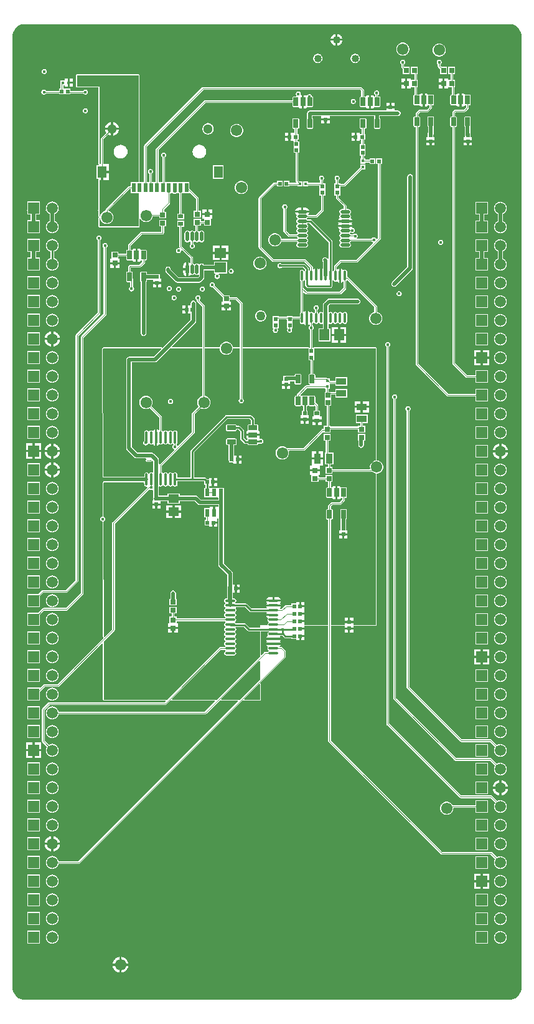
<source format=gbr>
%TF.GenerationSoftware,Altium Limited,Altium Designer,19.1.6 (110)*%
G04 Layer_Physical_Order=1*
G04 Layer_Color=255*
%FSLAX26Y26*%
%MOIN*%
%TF.FileFunction,Copper,L1,Top,Signal*%
%TF.Part,Single*%
G01*
G75*
%TA.AperFunction,SMDPad,CuDef*%
%ADD10R,0.021654X0.023622*%
%ADD11R,0.021654X0.021654*%
%ADD12R,0.021654X0.021654*%
%ADD13R,0.025591X0.025591*%
%ADD14R,0.017716X0.017716*%
%ADD15R,0.017716X0.017716*%
%ADD16R,0.025591X0.021654*%
%ADD17R,0.025591X0.029528*%
%ADD18R,0.020472X0.020472*%
%ADD19R,0.020472X0.020472*%
%ADD20O,0.055118X0.013780*%
%ADD21R,0.029528X0.025591*%
%ADD22R,0.057087X0.045276*%
G04:AMPARAMS|DCode=23|XSize=25.591mil|YSize=47.244mil|CornerRadius=1.919mil|HoleSize=0mil|Usage=FLASHONLY|Rotation=0.000|XOffset=0mil|YOffset=0mil|HoleType=Round|Shape=RoundedRectangle|*
%AMROUNDEDRECTD23*
21,1,0.025591,0.043406,0,0,0.0*
21,1,0.021752,0.047244,0,0,0.0*
1,1,0.003839,0.010876,-0.021703*
1,1,0.003839,-0.010876,-0.021703*
1,1,0.003839,-0.010876,0.021703*
1,1,0.003839,0.010876,0.021703*
%
%ADD23ROUNDEDRECTD23*%
%ADD24O,0.053150X0.017716*%
%ADD25R,0.037402X0.053150*%
%ADD26R,0.053150X0.037402*%
%ADD27R,0.053150X0.061024*%
G04:AMPARAMS|DCode=28|XSize=25.591mil|YSize=47.244mil|CornerRadius=1.919mil|HoleSize=0mil|Usage=FLASHONLY|Rotation=270.000|XOffset=0mil|YOffset=0mil|HoleType=Round|Shape=RoundedRectangle|*
%AMROUNDEDRECTD28*
21,1,0.025591,0.043406,0,0,270.0*
21,1,0.021752,0.047244,0,0,270.0*
1,1,0.003839,-0.021703,-0.010876*
1,1,0.003839,-0.021703,0.010876*
1,1,0.003839,0.021703,0.010876*
1,1,0.003839,0.021703,-0.010876*
%
%ADD28ROUNDEDRECTD28*%
%ADD29O,0.013780X0.055118*%
%ADD30O,0.013780X0.066929*%
%ADD31O,0.019685X0.053150*%
%ADD32R,0.061024X0.053150*%
%ADD33R,0.019685X0.049213*%
%ADD34R,0.049213X0.064961*%
%ADD35R,0.023622X0.039370*%
%TA.AperFunction,Conductor*%
%ADD36C,0.004724*%
%ADD37C,0.019685*%
%ADD38C,0.009842*%
%TA.AperFunction,NonConductor*%
%ADD39C,0.004724*%
%TA.AperFunction,ComponentPad*%
%ADD40C,0.061024*%
%ADD41C,0.040000*%
%ADD42C,0.059055*%
%ADD43R,0.059055X0.059055*%
%ADD44C,0.051181*%
%TA.AperFunction,ViaPad*%
%ADD45C,0.015000*%
%ADD46C,0.017716*%
%ADD47C,0.050000*%
G36*
X2695449Y5231141D02*
X2706856Y5226416D01*
X2717123Y5219556D01*
X2725854Y5210825D01*
X2732715Y5200558D01*
X2737440Y5189151D01*
X2739849Y5177040D01*
Y5170866D01*
Y78740D01*
X2739849Y72566D01*
X2737440Y60455D01*
X2732715Y49046D01*
X2727309Y40954D01*
X2714946Y28592D01*
X2706856Y23186D01*
X2695448Y18460D01*
X2683338Y16051D01*
X2677164Y16051D01*
X2022386Y16056D01*
X1471205Y16056D01*
X72565D01*
X60455Y18465D01*
X49047Y23190D01*
X38781Y30050D01*
X30049Y38781D01*
X23189Y49048D01*
X18464Y60456D01*
X16055Y72566D01*
Y78740D01*
Y4237362D01*
X88595D01*
X90763D01*
X93544Y4234581D01*
Y4215704D01*
X112929D01*
Y4184208D01*
X93544D01*
Y4115704D01*
X162048D01*
Y4184208D01*
X142126D01*
Y4215704D01*
X162048D01*
Y4237362D01*
X188818Y4237362D01*
X191726Y4237362D01*
X195243Y4236357D01*
X195722Y4236068D01*
X196723Y4235467D01*
X198104Y4232814D01*
X199711Y4230291D01*
X201532Y4227918D01*
X203553Y4225713D01*
X205758Y4223692D01*
X208131Y4221872D01*
X210653Y4220265D01*
X213197Y4218940D01*
Y4180971D01*
X210653Y4179647D01*
X208131Y4178040D01*
X205758Y4176219D01*
X203553Y4174199D01*
X201532Y4171994D01*
X199711Y4169621D01*
X198104Y4167098D01*
X196723Y4164445D01*
X195579Y4161682D01*
X194679Y4158829D01*
X194032Y4155909D01*
X193642Y4152944D01*
X193511Y4149956D01*
X193642Y4146968D01*
X194032Y4144002D01*
X194679Y4141082D01*
X195579Y4138230D01*
X196723Y4135467D01*
X198104Y4132814D01*
X199711Y4130291D01*
X201532Y4127918D01*
X203553Y4125713D01*
X205758Y4123692D01*
X208131Y4121872D01*
X210653Y4120265D01*
X213306Y4118884D01*
X216070Y4117739D01*
X218922Y4116840D01*
X221842Y4116192D01*
X224808Y4115802D01*
X227796Y4115671D01*
X230784Y4115802D01*
X233749Y4116192D01*
X236669Y4116840D01*
X239522Y4117739D01*
X242285Y4118884D01*
X244938Y4120265D01*
X247460Y4121872D01*
X249833Y4123692D01*
X252038Y4125713D01*
X254059Y4127918D01*
X255880Y4130291D01*
X257487Y4132814D01*
X258868Y4135467D01*
X260012Y4138230D01*
X260912Y4141082D01*
X261559Y4144002D01*
X261950Y4146968D01*
X262080Y4149956D01*
X261950Y4152944D01*
X261559Y4155909D01*
X260912Y4158829D01*
X260012Y4161682D01*
X258868Y4164445D01*
X257487Y4167098D01*
X255880Y4169621D01*
X254059Y4171994D01*
X252038Y4174199D01*
X249833Y4176219D01*
X247460Y4178040D01*
X244938Y4179647D01*
X242394Y4180971D01*
Y4218940D01*
X244938Y4220265D01*
X247460Y4221872D01*
X249833Y4223692D01*
X252038Y4225713D01*
X254059Y4227918D01*
X255880Y4230291D01*
X257487Y4232814D01*
X258868Y4235467D01*
X260348Y4236356D01*
X260493Y4236398D01*
X263867Y4237362D01*
X265483Y4237362D01*
X468533Y4237362D01*
X472470D01*
X475253Y4234579D01*
Y4204432D01*
X475283Y4204123D01*
X475293Y4203812D01*
X475329Y4203661D01*
X475344Y4203506D01*
X475434Y4203208D01*
X475505Y4202906D01*
X475569Y4202764D01*
X475614Y4202615D01*
X475761Y4202341D01*
X475889Y4202058D01*
X476431Y4200849D01*
Y4199151D01*
X475889Y4197942D01*
X475761Y4197659D01*
X475614Y4197385D01*
X475569Y4197236D01*
X475505Y4197094D01*
X475434Y4196792D01*
X475344Y4196494D01*
X475329Y4196339D01*
X475293Y4196188D01*
X475283Y4195877D01*
X475253Y4195568D01*
Y4150906D01*
X475344Y4149980D01*
X475614Y4149089D01*
X476053Y4148268D01*
X476643Y4147549D01*
X477363Y4146958D01*
X478183Y4146520D01*
X479074Y4146250D01*
X480000Y4146158D01*
X690000Y4146158D01*
X690926Y4146249D01*
X691817Y4146519D01*
X692637Y4146958D01*
X693357Y4147548D01*
X693947Y4148268D01*
X694386Y4149089D01*
X694656Y4149979D01*
X694747Y4150905D01*
Y4192883D01*
X698684Y4193847D01*
X699456Y4192365D01*
X701109Y4189770D01*
X702982Y4187329D01*
X705061Y4185060D01*
X707329Y4182982D01*
X709770Y4181109D01*
X712365Y4179456D01*
X715094Y4178035D01*
X717937Y4176857D01*
X720871Y4175932D01*
X723875Y4175266D01*
X726926Y4174864D01*
X730000Y4174730D01*
X733074Y4174864D01*
X736125Y4175266D01*
X739129Y4175932D01*
X742063Y4176857D01*
X744906Y4178035D01*
X747635Y4179456D01*
X750230Y4181109D01*
X752671Y4182982D01*
X754939Y4185060D01*
X757018Y4187329D01*
X758891Y4189770D01*
X760544Y4192365D01*
X761965Y4195094D01*
X763143Y4197937D01*
X764068Y4200872D01*
X764734Y4203876D01*
X764795Y4204339D01*
X799685D01*
Y4193940D01*
X838662D01*
Y4228979D01*
X826290D01*
Y4242046D01*
X857359Y4273115D01*
X858244Y4274194D01*
X858903Y4275425D01*
X859308Y4276761D01*
X859444Y4278150D01*
Y4326905D01*
X862616Y4330039D01*
X869252Y4330039D01*
X870827Y4330039D01*
X873980D01*
X874549Y4329391D01*
X875887Y4328217D01*
X877368Y4327228D01*
X878965Y4326440D01*
X880651Y4325868D01*
X882397Y4325521D01*
X884174Y4325404D01*
X885950Y4325521D01*
X887697Y4325868D01*
X889383Y4326440D01*
X890979Y4327228D01*
X892460Y4328217D01*
X893798Y4329391D01*
X894367Y4330039D01*
X900748Y4330039D01*
X902323Y4330039D01*
X905122D01*
X905691Y4329391D01*
X907029Y4328217D01*
X908431Y4327281D01*
Y4220236D01*
X898031D01*
Y4189134D01*
X933071D01*
Y4220236D01*
X922673D01*
Y4327383D01*
X923560Y4328189D01*
X923602Y4328217D01*
X924941Y4329391D01*
X925163Y4329645D01*
X925597Y4330039D01*
X932244Y4330039D01*
X933819Y4330039D01*
X961378D01*
Y4330039D01*
X964697Y4331414D01*
X997053Y4299058D01*
Y4234174D01*
X984685D01*
Y4199134D01*
X1023662D01*
Y4234174D01*
X1011294D01*
Y4302008D01*
X1011158Y4303397D01*
X1010753Y4304733D01*
X1010094Y4305964D01*
X1009209Y4307043D01*
X961378Y4354874D01*
Y4388701D01*
X933819D01*
X929882Y4388701D01*
X928307Y4388701D01*
X902323D01*
X898386Y4388701D01*
X896811Y4388701D01*
X870827D01*
X866890Y4388701D01*
X865315Y4388701D01*
X835058Y4388701D01*
X831120Y4391520D01*
Y4521422D01*
X832286Y4522201D01*
X833625Y4523375D01*
X834798Y4524714D01*
X835788Y4526194D01*
X836575Y4527791D01*
X837148Y4529477D01*
X837495Y4531223D01*
X837611Y4533000D01*
X837495Y4534777D01*
X837148Y4536523D01*
X836575Y4538209D01*
X835788Y4539806D01*
X834798Y4541286D01*
X833625Y4542625D01*
X832286Y4543799D01*
X830805Y4544788D01*
X829209Y4545575D01*
X827523Y4546148D01*
X825776Y4546495D01*
X824000Y4546612D01*
X822223Y4546495D01*
X820477Y4546148D01*
X818791Y4545575D01*
X817194Y4544788D01*
X815713Y4543799D01*
X814375Y4542625D01*
X813201Y4541286D01*
X812212Y4539806D01*
X811424Y4538209D01*
X810852Y4536523D01*
X810504Y4534777D01*
X810388Y4533000D01*
X810504Y4531223D01*
X810852Y4529477D01*
X811424Y4527791D01*
X812212Y4526194D01*
X813201Y4524714D01*
X814375Y4523375D01*
X815713Y4522201D01*
X816879Y4521422D01*
Y4391485D01*
X814095Y4388701D01*
X803898Y4388701D01*
X802323Y4388701D01*
X796452D01*
Y4560318D01*
X1047083Y4810951D01*
X1515046D01*
Y4796369D01*
X1515174Y4795067D01*
X1515554Y4793815D01*
X1516171Y4792660D01*
X1517001Y4791649D01*
X1518013Y4790819D01*
X1519167Y4790202D01*
X1520419Y4789822D01*
X1521722Y4789693D01*
X1543474D01*
X1544776Y4789822D01*
X1546028Y4790202D01*
X1547012Y4789886D01*
X1547207Y4789489D01*
X1548207Y4787993D01*
X1549394Y4786640D01*
X1550747Y4785453D01*
X1552244Y4784453D01*
X1553858Y4783657D01*
X1555562Y4783078D01*
X1557328Y4782727D01*
X1559124Y4782609D01*
X1564094D01*
Y4818072D01*
Y4853534D01*
X1562326D01*
X1560831Y4854881D01*
X1559354Y4857471D01*
X1559489Y4858150D01*
X1559606Y4859927D01*
X1559489Y4861703D01*
X1559142Y4863450D01*
X1558570Y4865136D01*
X1557782Y4866733D01*
X1556793Y4868213D01*
X1555619Y4869552D01*
X1554280Y4870726D01*
X1552800Y4871715D01*
X1551203Y4872502D01*
X1549517Y4873075D01*
X1547771Y4873422D01*
X1545994Y4873538D01*
X1544217Y4873422D01*
X1542471Y4873075D01*
X1540785Y4872502D01*
X1539188Y4871715D01*
X1537708Y4870726D01*
X1536369Y4869552D01*
X1535195Y4868213D01*
X1534206Y4866733D01*
X1533418Y4865136D01*
X1532846Y4863450D01*
X1532499Y4861703D01*
X1532382Y4859927D01*
X1532499Y4858150D01*
X1532846Y4856404D01*
X1533418Y4854718D01*
X1534206Y4853121D01*
X1535195Y4851641D01*
X1536294Y4850387D01*
X1536265Y4850048D01*
X1534790Y4846450D01*
X1521722D01*
X1520419Y4846322D01*
X1519167Y4845942D01*
X1518013Y4845325D01*
X1517001Y4844495D01*
X1516171Y4843484D01*
X1515554Y4842329D01*
X1515174Y4841077D01*
X1515046Y4839775D01*
Y4825193D01*
X1044134D01*
X1042744Y4825056D01*
X1041409Y4824651D01*
X1040177Y4823993D01*
X1039098Y4823107D01*
X784296Y4568303D01*
X783411Y4567224D01*
X782753Y4565993D01*
X782347Y4564657D01*
X782211Y4563268D01*
Y4391485D01*
X779427Y4388701D01*
X772402Y4388701D01*
X770827Y4388701D01*
X761294D01*
Y4433422D01*
X762460Y4434201D01*
X763798Y4435375D01*
X764972Y4436714D01*
X765962Y4438194D01*
X766749Y4439791D01*
X767322Y4441477D01*
X767669Y4443223D01*
X767785Y4445000D01*
X767669Y4446777D01*
X767322Y4448523D01*
X766749Y4450209D01*
X765962Y4451806D01*
X764972Y4453286D01*
X763798Y4454625D01*
X762460Y4455799D01*
X760979Y4456788D01*
X759383Y4457575D01*
X757697Y4458148D01*
X755950Y4458495D01*
X754174Y4458612D01*
X752397Y4458495D01*
X750651Y4458148D01*
X748965Y4457575D01*
X747368Y4456788D01*
X745887Y4455799D01*
X744549Y4454625D01*
X743375Y4453286D01*
X742385Y4451806D01*
X741598Y4450209D01*
X741026Y4448523D01*
X740678Y4446777D01*
X740562Y4445000D01*
X740678Y4443223D01*
X741026Y4441477D01*
X741598Y4439791D01*
X742385Y4438194D01*
X743375Y4436714D01*
X744549Y4435375D01*
X745887Y4434201D01*
X747053Y4433422D01*
Y4391485D01*
X744269Y4388701D01*
X740905Y4388701D01*
X739331Y4388701D01*
X733458D01*
Y4579216D01*
X1037123Y4882879D01*
X1877050D01*
X1882879Y4877050D01*
Y4846450D01*
X1881722D01*
X1880419Y4846322D01*
X1879167Y4845942D01*
X1878013Y4845325D01*
X1877001Y4844495D01*
X1876171Y4843484D01*
X1875554Y4842329D01*
X1875174Y4841077D01*
X1875046Y4839775D01*
Y4796369D01*
X1875174Y4795067D01*
X1875554Y4793815D01*
X1876171Y4792660D01*
X1877001Y4791649D01*
X1878013Y4790819D01*
X1879167Y4790202D01*
X1880419Y4789822D01*
X1881722Y4789693D01*
X1903474D01*
X1904776Y4789822D01*
X1906028Y4790202D01*
X1907012Y4789886D01*
X1907207Y4789489D01*
X1908207Y4787993D01*
X1909394Y4786640D01*
X1910747Y4785453D01*
X1912244Y4784453D01*
X1913858Y4783657D01*
X1915562Y4783078D01*
X1917328Y4782727D01*
X1919124Y4782609D01*
X1924094D01*
Y4818072D01*
Y4853534D01*
X1919124D01*
X1917328Y4853417D01*
X1915562Y4853065D01*
X1913858Y4852487D01*
X1912244Y4851691D01*
X1910747Y4850691D01*
X1909394Y4849504D01*
X1908207Y4848151D01*
X1907207Y4846654D01*
X1907012Y4846258D01*
X1906028Y4845942D01*
X1904776Y4846322D01*
X1903474Y4846450D01*
X1897120D01*
Y4880000D01*
X1896984Y4881389D01*
X1896579Y4882725D01*
X1895920Y4883956D01*
X1895035Y4885035D01*
X1885035Y4895035D01*
X1883956Y4895921D01*
X1882725Y4896579D01*
X1881389Y4896984D01*
X1880000Y4897121D01*
X1034174D01*
X1032784Y4896984D01*
X1031448Y4896579D01*
X1030217Y4895921D01*
X1029138Y4895035D01*
X721302Y4587201D01*
X720417Y4586122D01*
X719759Y4584891D01*
X719354Y4583555D01*
X719217Y4582166D01*
Y4391485D01*
X716433Y4388701D01*
X709409Y4388701D01*
X707835Y4388701D01*
X697872D01*
X697426Y4388921D01*
X696852Y4389415D01*
X694895Y4392039D01*
X694747Y4392638D01*
X694748Y4960000D01*
X694656Y4960926D01*
X694386Y4961817D01*
X693947Y4962637D01*
X693357Y4963357D01*
X692638Y4963947D01*
X691817Y4964386D01*
X690927Y4964656D01*
X690000Y4964747D01*
X360000Y4964747D01*
X359074Y4964656D01*
X358183Y4964386D01*
X357363Y4963947D01*
X356643Y4963357D01*
X356053Y4962637D01*
X355614Y4961817D01*
X355344Y4960926D01*
X355253Y4960000D01*
X355253Y4900000D01*
X355344Y4899074D01*
X355614Y4898183D01*
X356053Y4897363D01*
X356643Y4896643D01*
X357363Y4896053D01*
X358183Y4895614D01*
X359074Y4895344D01*
X360000Y4895253D01*
X475253D01*
X475253Y4486732D01*
X475344Y4485806D01*
X475614Y4484916D01*
X476053Y4484095D01*
X476473Y4483583D01*
X476327Y4482568D01*
X475182Y4479646D01*
X464527D01*
Y4405236D01*
X475182D01*
X476327Y4402314D01*
X476473Y4401299D01*
X476053Y4400787D01*
X475614Y4399966D01*
X475344Y4399076D01*
X475253Y4398150D01*
Y4240147D01*
X472469Y4237363D01*
X464596D01*
X271586Y4237364D01*
X267587D01*
X263767Y4237492D01*
X260948Y4241037D01*
X260960Y4241301D01*
X261559Y4244002D01*
X261950Y4246968D01*
X262080Y4249956D01*
X261950Y4252944D01*
X261559Y4255909D01*
X260912Y4258829D01*
X260012Y4261682D01*
X258868Y4264445D01*
X257487Y4267098D01*
X255880Y4269621D01*
X254059Y4271994D01*
X252038Y4274199D01*
X249833Y4276219D01*
X247460Y4278040D01*
X244938Y4279647D01*
X242285Y4281028D01*
X239522Y4282173D01*
X236669Y4283072D01*
X233749Y4283720D01*
X230784Y4284110D01*
X227796Y4284240D01*
X224808Y4284110D01*
X221842Y4283720D01*
X218922Y4283072D01*
X216070Y4282173D01*
X213306Y4281028D01*
X210653Y4279647D01*
X208131Y4278040D01*
X205758Y4276219D01*
X203553Y4274199D01*
X201532Y4271994D01*
X199711Y4269621D01*
X198104Y4267098D01*
X196723Y4264445D01*
X195579Y4261682D01*
X194679Y4258829D01*
X194032Y4255909D01*
X193642Y4252944D01*
X193511Y4249956D01*
X193642Y4246968D01*
X194032Y4244002D01*
X194631Y4241302D01*
X194643Y4241037D01*
X191723Y4237365D01*
X162048Y4237365D01*
Y4284208D01*
X93544D01*
Y4240149D01*
X90760Y4237365D01*
X16055Y4237366D01*
X16055Y4241299D01*
Y5170866D01*
Y5177040D01*
X18464Y5189150D01*
X23189Y5200558D01*
X30049Y5210824D01*
X38780Y5219556D01*
X49047Y5226416D01*
X60455Y5231141D01*
X72566Y5233550D01*
X2683338D01*
X2695449Y5231141D01*
D02*
G37*
G36*
X690000Y4960000D02*
X690000Y4392236D01*
X686464Y4388701D01*
X680276Y4388701D01*
X675275Y4388701D01*
X648779D01*
Y4374160D01*
X648151Y4371000D01*
X644055Y4366596D01*
X639370D01*
X636605Y4366046D01*
X634261Y4364479D01*
X514891Y4245109D01*
X513325Y4242765D01*
X512775Y4240000D01*
Y4234589D01*
X510801Y4234329D01*
X502230Y4230779D01*
X494869Y4225131D01*
X489221Y4217770D01*
X485671Y4209199D01*
X485000Y4204104D01*
X480000Y4204432D01*
Y4398150D01*
X487955D01*
Y4442440D01*
X493860D01*
Y4448346D01*
X530275D01*
Y4486732D01*
X502225D01*
Y4617755D01*
X527099Y4642629D01*
X529130Y4641070D01*
X538228Y4637301D01*
X542089Y4636793D01*
Y4667832D01*
X511046D01*
X511553Y4663976D01*
X515322Y4654878D01*
X516880Y4652847D01*
X489890Y4625857D01*
X488324Y4623513D01*
X487774Y4620748D01*
Y4486732D01*
X480000D01*
X480000Y4900000D01*
X360000D01*
X360000Y4960000D01*
X690000Y4960000D01*
D02*
G37*
G36*
X648779Y4330039D02*
X675275D01*
X677913Y4330039D01*
X682913Y4330039D01*
X690000D01*
X690000Y4150905D01*
X480000Y4150906D01*
Y4195568D01*
X485000Y4195896D01*
X485671Y4190801D01*
X489221Y4182230D01*
X494869Y4174869D01*
X502230Y4169221D01*
X510801Y4165671D01*
X520000Y4164460D01*
X529198Y4165671D01*
X537770Y4169221D01*
X545131Y4174869D01*
X550779Y4182230D01*
X554329Y4190801D01*
X555540Y4200000D01*
X554329Y4209199D01*
X550779Y4217770D01*
X545131Y4225131D01*
X537770Y4230779D01*
X530910Y4233620D01*
X529457Y4238061D01*
X529545Y4239327D01*
X642363Y4352145D01*
X648779D01*
Y4330039D01*
D02*
G37*
%LPC*%
G36*
X1755905Y5181283D02*
Y5155905D01*
X1781283D01*
X1781237Y5156213D01*
X1780478Y5159245D01*
X1779425Y5162188D01*
X1778088Y5165014D01*
X1776481Y5167694D01*
X1774620Y5170205D01*
X1772521Y5172521D01*
X1770205Y5174620D01*
X1767694Y5176482D01*
X1765013Y5178089D01*
X1762188Y5179425D01*
X1759245Y5180478D01*
X1756213Y5181237D01*
X1755905Y5181283D01*
D02*
G37*
G36*
X1744094D02*
X1743786Y5181237D01*
X1740754Y5180478D01*
X1737811Y5179425D01*
X1734986Y5178089D01*
X1732305Y5176482D01*
X1729795Y5174620D01*
X1727479Y5172521D01*
X1725380Y5170205D01*
X1723518Y5167694D01*
X1721911Y5165014D01*
X1720575Y5162188D01*
X1719522Y5159245D01*
X1718762Y5156213D01*
X1718716Y5155905D01*
X1744094D01*
Y5181283D01*
D02*
G37*
G36*
X1781283Y5144094D02*
X1755905D01*
Y5118717D01*
X1756213Y5118762D01*
X1759245Y5119522D01*
X1762188Y5120575D01*
X1765013Y5121911D01*
X1767694Y5123518D01*
X1770205Y5125380D01*
X1772521Y5127479D01*
X1774620Y5129795D01*
X1776481Y5132305D01*
X1778088Y5134986D01*
X1779425Y5137812D01*
X1780478Y5140755D01*
X1781237Y5143786D01*
X1781283Y5144094D01*
D02*
G37*
G36*
X1744094D02*
X1718716D01*
X1718762Y5143786D01*
X1719522Y5140755D01*
X1720575Y5137812D01*
X1721911Y5134986D01*
X1723518Y5132305D01*
X1725380Y5129795D01*
X1727479Y5127479D01*
X1729795Y5125380D01*
X1732305Y5123518D01*
X1734986Y5121911D01*
X1737811Y5120575D01*
X1740754Y5119522D01*
X1743786Y5118762D01*
X1744094Y5118717D01*
Y5144094D01*
D02*
G37*
G36*
X2105000Y5135270D02*
X2101926Y5135136D01*
X2098876Y5134734D01*
X2095872Y5134068D01*
X2092937Y5133143D01*
X2090094Y5131965D01*
X2087365Y5130544D01*
X2084770Y5128891D01*
X2082329Y5127018D01*
X2080061Y5124940D01*
X2077982Y5122671D01*
X2076109Y5120230D01*
X2074456Y5117635D01*
X2073035Y5114906D01*
X2071857Y5112063D01*
X2070932Y5109128D01*
X2070266Y5106124D01*
X2069864Y5103074D01*
X2069730Y5100000D01*
X2069864Y5096926D01*
X2070266Y5093876D01*
X2070932Y5090872D01*
X2071857Y5087937D01*
X2073035Y5085094D01*
X2074456Y5082365D01*
X2076109Y5079770D01*
X2077982Y5077329D01*
X2080061Y5075060D01*
X2082329Y5072982D01*
X2084770Y5071109D01*
X2087365Y5069456D01*
X2090094Y5068035D01*
X2092937Y5066857D01*
X2095872Y5065932D01*
X2098876Y5065266D01*
X2101926Y5064864D01*
X2105000Y5064730D01*
X2108074Y5064864D01*
X2111124Y5065266D01*
X2114128Y5065932D01*
X2117063Y5066857D01*
X2119906Y5068035D01*
X2122635Y5069456D01*
X2125230Y5071109D01*
X2127671Y5072982D01*
X2129939Y5075060D01*
X2132018Y5077329D01*
X2133891Y5079770D01*
X2135544Y5082365D01*
X2136965Y5085094D01*
X2138143Y5087937D01*
X2139068Y5090872D01*
X2139734Y5093876D01*
X2140136Y5096926D01*
X2140270Y5100000D01*
X2140136Y5103074D01*
X2139734Y5106124D01*
X2139068Y5109128D01*
X2138143Y5112063D01*
X2136965Y5114906D01*
X2135544Y5117635D01*
X2133891Y5120230D01*
X2132018Y5122671D01*
X2129939Y5124940D01*
X2127671Y5127018D01*
X2125230Y5128891D01*
X2122635Y5130544D01*
X2119906Y5131965D01*
X2117063Y5133143D01*
X2114128Y5134068D01*
X2111124Y5134734D01*
X2108074Y5135136D01*
X2105000Y5135270D01*
D02*
G37*
G36*
X2300000Y5130270D02*
X2296926Y5130136D01*
X2293876Y5129734D01*
X2290872Y5129068D01*
X2287937Y5128143D01*
X2285094Y5126965D01*
X2282365Y5125544D01*
X2279770Y5123891D01*
X2277329Y5122018D01*
X2275061Y5119940D01*
X2272982Y5117671D01*
X2271109Y5115230D01*
X2269456Y5112635D01*
X2268035Y5109906D01*
X2266857Y5107063D01*
X2265932Y5104128D01*
X2265266Y5101124D01*
X2264864Y5098074D01*
X2264730Y5095000D01*
X2264864Y5091926D01*
X2265266Y5088876D01*
X2265932Y5085872D01*
X2266857Y5082937D01*
X2268035Y5080094D01*
X2269456Y5077365D01*
X2271109Y5074770D01*
X2272982Y5072329D01*
X2275061Y5070060D01*
X2277329Y5067982D01*
X2279770Y5066109D01*
X2282365Y5064456D01*
X2285094Y5063035D01*
X2287937Y5061857D01*
X2290872Y5060932D01*
X2293876Y5060266D01*
X2296926Y5059864D01*
X2300000Y5059730D01*
X2303074Y5059864D01*
X2306124Y5060266D01*
X2309128Y5060932D01*
X2312063Y5061857D01*
X2314906Y5063035D01*
X2317635Y5064456D01*
X2320230Y5066109D01*
X2322671Y5067982D01*
X2324939Y5070060D01*
X2327018Y5072329D01*
X2328891Y5074770D01*
X2330544Y5077365D01*
X2331965Y5080094D01*
X2333143Y5082937D01*
X2334068Y5085872D01*
X2334734Y5088876D01*
X2335136Y5091926D01*
X2335270Y5095000D01*
X2335136Y5098074D01*
X2334734Y5101124D01*
X2334068Y5104128D01*
X2333143Y5107063D01*
X2331965Y5109906D01*
X2330544Y5112635D01*
X2328891Y5115230D01*
X2327018Y5117671D01*
X2324939Y5119940D01*
X2322671Y5122018D01*
X2320230Y5123891D01*
X2317635Y5125544D01*
X2314906Y5126965D01*
X2312063Y5128143D01*
X2309128Y5129068D01*
X2306124Y5129734D01*
X2303074Y5130136D01*
X2300000Y5130270D01*
D02*
G37*
G36*
X1850000Y5074763D02*
X1847227Y5074608D01*
X1844489Y5074142D01*
X1841821Y5073374D01*
X1839255Y5072311D01*
X1836825Y5070968D01*
X1834560Y5069361D01*
X1832489Y5067510D01*
X1830639Y5065440D01*
X1829032Y5063175D01*
X1827688Y5060744D01*
X1826626Y5058179D01*
X1825857Y5055510D01*
X1825392Y5052773D01*
X1825236Y5050000D01*
X1825392Y5047227D01*
X1825857Y5044489D01*
X1826626Y5041821D01*
X1827688Y5039256D01*
X1829032Y5036825D01*
X1830639Y5034560D01*
X1832489Y5032489D01*
X1834560Y5030639D01*
X1836825Y5029032D01*
X1839255Y5027689D01*
X1841821Y5026626D01*
X1844489Y5025857D01*
X1847227Y5025392D01*
X1850000Y5025236D01*
X1852772Y5025392D01*
X1855510Y5025857D01*
X1858178Y5026626D01*
X1860744Y5027689D01*
X1863175Y5029032D01*
X1865439Y5030639D01*
X1867510Y5032489D01*
X1869360Y5034560D01*
X1870967Y5036825D01*
X1872311Y5039256D01*
X1873373Y5041821D01*
X1874142Y5044489D01*
X1874607Y5047227D01*
X1874763Y5050000D01*
X1874607Y5052773D01*
X1874142Y5055510D01*
X1873373Y5058179D01*
X1872311Y5060744D01*
X1870967Y5063175D01*
X1869360Y5065440D01*
X1867510Y5067510D01*
X1865439Y5069361D01*
X1863175Y5070968D01*
X1860744Y5072311D01*
X1858178Y5073374D01*
X1855510Y5074142D01*
X1852772Y5074608D01*
X1850000Y5074763D01*
D02*
G37*
G36*
X1650000D02*
X1647227Y5074608D01*
X1644489Y5074142D01*
X1641821Y5073374D01*
X1639255Y5072311D01*
X1636825Y5070968D01*
X1634560Y5069361D01*
X1632489Y5067510D01*
X1630639Y5065440D01*
X1629032Y5063175D01*
X1627688Y5060744D01*
X1626626Y5058179D01*
X1625857Y5055510D01*
X1625392Y5052773D01*
X1625236Y5050000D01*
X1625392Y5047227D01*
X1625857Y5044489D01*
X1626626Y5041821D01*
X1627688Y5039256D01*
X1629032Y5036825D01*
X1630639Y5034560D01*
X1632489Y5032489D01*
X1634560Y5030639D01*
X1636825Y5029032D01*
X1639255Y5027689D01*
X1641821Y5026626D01*
X1644489Y5025857D01*
X1647227Y5025392D01*
X1650000Y5025236D01*
X1652772Y5025392D01*
X1655510Y5025857D01*
X1658178Y5026626D01*
X1660744Y5027689D01*
X1663175Y5029032D01*
X1665439Y5030639D01*
X1667510Y5032489D01*
X1669360Y5034560D01*
X1670967Y5036825D01*
X1672311Y5039256D01*
X1673373Y5041821D01*
X1674142Y5044489D01*
X1674607Y5047227D01*
X1674763Y5050000D01*
X1674607Y5052773D01*
X1674142Y5055510D01*
X1673373Y5058179D01*
X1672311Y5060744D01*
X1670967Y5063175D01*
X1669360Y5065440D01*
X1667510Y5067510D01*
X1665439Y5069361D01*
X1663175Y5070968D01*
X1660744Y5072311D01*
X1658178Y5073374D01*
X1655510Y5074142D01*
X1652772Y5074608D01*
X1650000Y5074763D01*
D02*
G37*
G36*
X185000Y4993612D02*
X183223Y4993495D01*
X181477Y4993148D01*
X179791Y4992576D01*
X178194Y4991788D01*
X176714Y4990799D01*
X175375Y4989625D01*
X174201Y4988286D01*
X173212Y4986806D01*
X172424Y4985209D01*
X171852Y4983523D01*
X171505Y4981777D01*
X171388Y4980000D01*
X171505Y4978223D01*
X171852Y4976477D01*
X172424Y4974791D01*
X173212Y4973194D01*
X174201Y4971714D01*
X175375Y4970375D01*
X176714Y4969201D01*
X178194Y4968212D01*
X179791Y4967424D01*
X181477Y4966852D01*
X183223Y4966505D01*
X185000Y4966388D01*
X186777Y4966505D01*
X188523Y4966852D01*
X190209Y4967424D01*
X191806Y4968212D01*
X193286Y4969201D01*
X194625Y4970375D01*
X195799Y4971714D01*
X196788Y4973194D01*
X197576Y4974791D01*
X198148Y4976477D01*
X198495Y4978223D01*
X198612Y4980000D01*
X198495Y4981777D01*
X198148Y4983523D01*
X197576Y4985209D01*
X196788Y4986806D01*
X195799Y4988286D01*
X194625Y4989625D01*
X193286Y4990799D01*
X191806Y4991788D01*
X190209Y4992576D01*
X188523Y4993148D01*
X186777Y4993495D01*
X185000Y4993612D01*
D02*
G37*
G36*
X2300000Y5043612D02*
X2298223Y5043495D01*
X2296477Y5043148D01*
X2294791Y5042575D01*
X2293194Y5041788D01*
X2291713Y5040799D01*
X2290375Y5039625D01*
X2289201Y5038286D01*
X2288211Y5036806D01*
X2287424Y5035209D01*
X2286852Y5033523D01*
X2286504Y5031777D01*
X2286388Y5030000D01*
X2286504Y5028223D01*
X2286852Y5026477D01*
X2287424Y5024791D01*
X2288211Y5023194D01*
X2289201Y5021714D01*
X2290375Y5020375D01*
X2291713Y5019201D01*
X2292879Y5018422D01*
Y5008347D01*
X2293015Y5006958D01*
X2293421Y5005622D01*
X2294079Y5004391D01*
X2294964Y5003312D01*
X2305827Y4992449D01*
Y4965512D01*
X2340866D01*
Y5004488D01*
X2313929D01*
X2307120Y5011296D01*
Y5018422D01*
X2308286Y5019201D01*
X2309624Y5020375D01*
X2310798Y5021714D01*
X2311788Y5023194D01*
X2312575Y5024791D01*
X2313148Y5026477D01*
X2313495Y5028223D01*
X2313611Y5030000D01*
X2313495Y5031777D01*
X2313148Y5033523D01*
X2312575Y5035209D01*
X2311788Y5036806D01*
X2310798Y5038286D01*
X2309624Y5039625D01*
X2308286Y5040799D01*
X2306805Y5041788D01*
X2305209Y5042575D01*
X2303523Y5043148D01*
X2301776Y5043495D01*
X2300000Y5043612D01*
D02*
G37*
G36*
X2105000D02*
X2103223Y5043495D01*
X2101477Y5043148D01*
X2099791Y5042575D01*
X2098194Y5041788D01*
X2096713Y5040799D01*
X2095375Y5039625D01*
X2094201Y5038286D01*
X2093211Y5036806D01*
X2092424Y5035209D01*
X2091852Y5033523D01*
X2091504Y5031777D01*
X2091388Y5030000D01*
X2091504Y5028223D01*
X2091852Y5026477D01*
X2092424Y5024791D01*
X2093211Y5023194D01*
X2094201Y5021714D01*
X2095375Y5020375D01*
X2096713Y5019201D01*
X2097879Y5018422D01*
Y5003347D01*
X2098015Y5001958D01*
X2098421Y5000622D01*
X2099079Y4999391D01*
X2099964Y4998312D01*
X2105827Y4992449D01*
Y4965512D01*
X2140866D01*
Y5004488D01*
X2113929D01*
X2112120Y5006296D01*
Y5018422D01*
X2113286Y5019201D01*
X2114624Y5020375D01*
X2115798Y5021714D01*
X2116788Y5023194D01*
X2117575Y5024791D01*
X2118148Y5026477D01*
X2118495Y5028223D01*
X2118611Y5030000D01*
X2118495Y5031777D01*
X2118148Y5033523D01*
X2117575Y5035209D01*
X2116788Y5036806D01*
X2115798Y5038286D01*
X2114624Y5039625D01*
X2113286Y5040799D01*
X2111805Y5041788D01*
X2110209Y5042575D01*
X2108523Y5043148D01*
X2106776Y5043495D01*
X2105000Y5043612D01*
D02*
G37*
G36*
X2384173Y5004488D02*
X2349134D01*
Y4965512D01*
X2361343D01*
Y4937272D01*
X2358559Y4934488D01*
X2349134Y4934488D01*
X2347953Y4937936D01*
Y4941575D01*
X2329252D01*
Y4914999D01*
Y4888425D01*
X2347953D01*
Y4892064D01*
X2349134Y4895512D01*
X2351890Y4895512D01*
X2366345D01*
Y4856094D01*
X2366250D01*
X2364947Y4855966D01*
X2363695Y4855586D01*
X2362541Y4854969D01*
X2361529Y4854139D01*
X2360699Y4853127D01*
X2360082Y4851973D01*
X2359702Y4850721D01*
X2359574Y4849419D01*
Y4806013D01*
X2359702Y4804711D01*
X2360082Y4803458D01*
X2360699Y4802304D01*
X2361529Y4801293D01*
X2362541Y4800462D01*
X2363695Y4799846D01*
X2364947Y4799466D01*
X2366250Y4799337D01*
X2388002D01*
X2389304Y4799466D01*
X2390556Y4799846D01*
X2391540Y4799529D01*
X2391735Y4799133D01*
X2392735Y4797637D01*
X2393922Y4796284D01*
X2395275Y4795097D01*
X2396772Y4794097D01*
X2398386Y4793301D01*
X2400090Y4792722D01*
X2401856Y4792371D01*
X2403652Y4792253D01*
X2408622D01*
Y4827716D01*
Y4863178D01*
X2403652D01*
X2401856Y4863061D01*
X2400090Y4862709D01*
X2398386Y4862131D01*
X2396772Y4861335D01*
X2395275Y4860335D01*
X2393922Y4859148D01*
X2392735Y4857795D01*
X2391735Y4856298D01*
X2391540Y4855902D01*
X2390556Y4855586D01*
X2389304Y4855966D01*
X2388002Y4856094D01*
X2380586D01*
Y4895512D01*
X2384173D01*
Y4934488D01*
X2375584D01*
Y4965512D01*
X2384173D01*
Y4980747D01*
X2384185Y4980761D01*
X2384902Y4981958D01*
X2385372Y4983273D01*
X2385576Y4984654D01*
X2385507Y4986048D01*
X2385167Y4987402D01*
X2384570Y4988663D01*
X2384173Y4989198D01*
Y5004488D01*
D02*
G37*
G36*
X2184173D02*
X2149134D01*
Y4965512D01*
X2166343D01*
Y4934488D01*
X2149134Y4934488D01*
X2147953Y4937936D01*
Y4941575D01*
X2129252D01*
Y4914999D01*
Y4888425D01*
X2147953D01*
Y4892064D01*
X2149134Y4895512D01*
X2151890Y4895512D01*
X2166345D01*
Y4855319D01*
X2165691Y4854969D01*
X2164679Y4854139D01*
X2163849Y4853127D01*
X2163232Y4851973D01*
X2162852Y4850721D01*
X2162724Y4849419D01*
Y4806013D01*
X2162852Y4804711D01*
X2163232Y4803458D01*
X2163849Y4802304D01*
X2164679Y4801293D01*
X2165691Y4800462D01*
X2166845Y4799846D01*
X2168097Y4799466D01*
X2169400Y4799337D01*
X2191152D01*
X2192454Y4799466D01*
X2193706Y4799846D01*
X2194690Y4799529D01*
X2194885Y4799133D01*
X2195885Y4797637D01*
X2197072Y4796284D01*
X2198425Y4795097D01*
X2199922Y4794097D01*
X2201536Y4793301D01*
X2203240Y4792722D01*
X2205006Y4792371D01*
X2206802Y4792253D01*
X2211772D01*
Y4827716D01*
Y4863178D01*
X2206802D01*
X2205006Y4863061D01*
X2203240Y4862709D01*
X2201536Y4862131D01*
X2199922Y4861335D01*
X2198425Y4860335D01*
X2197072Y4859148D01*
X2195885Y4857795D01*
X2194885Y4856298D01*
X2194690Y4855902D01*
X2193706Y4855586D01*
X2192454Y4855966D01*
X2191152Y4856094D01*
X2180586D01*
Y4895512D01*
X2184173D01*
Y4934488D01*
X2180584D01*
Y4965512D01*
X2184173D01*
Y5004488D01*
D02*
G37*
G36*
X336417Y4940669D02*
X321651D01*
Y4925905D01*
X336417D01*
Y4940669D01*
D02*
G37*
G36*
X2317441Y4941575D02*
X2298740D01*
Y4920905D01*
X2317441D01*
Y4941575D01*
D02*
G37*
G36*
X2117441D02*
X2098740D01*
Y4920905D01*
X2117441D01*
Y4941575D01*
D02*
G37*
G36*
X336417Y4914094D02*
X321651D01*
Y4899331D01*
X336417D01*
Y4914094D01*
D02*
G37*
G36*
X309840Y4940669D02*
X295079D01*
Y4933583D01*
X270669D01*
Y4906417D01*
X272225D01*
Y4887961D01*
X264291D01*
Y4877121D01*
X194531D01*
X193752Y4878286D01*
X192578Y4879625D01*
X191240Y4880799D01*
X189759Y4881788D01*
X188163Y4882575D01*
X186477Y4883148D01*
X184730Y4883495D01*
X182954Y4883612D01*
X181177Y4883495D01*
X179431Y4883148D01*
X177745Y4882575D01*
X176148Y4881788D01*
X174667Y4880799D01*
X173329Y4879625D01*
X172155Y4878286D01*
X171166Y4876806D01*
X170378Y4875209D01*
X169806Y4873523D01*
X169458Y4871777D01*
X169342Y4870000D01*
X169458Y4868223D01*
X169806Y4866477D01*
X170378Y4864791D01*
X171166Y4863194D01*
X172155Y4861714D01*
X173329Y4860375D01*
X174667Y4859201D01*
X176148Y4858212D01*
X177745Y4857424D01*
X179431Y4856852D01*
X181177Y4856505D01*
X182954Y4856388D01*
X184730Y4856505D01*
X186477Y4856852D01*
X188163Y4857424D01*
X189759Y4858212D01*
X191240Y4859201D01*
X192578Y4860375D01*
X193752Y4861714D01*
X194531Y4862879D01*
X264291D01*
Y4858039D01*
X276750D01*
X277862Y4857702D01*
X279252Y4857565D01*
X280641Y4857702D01*
X281753Y4858039D01*
X294212Y4858039D01*
X298149Y4858039D01*
X308246D01*
X309357Y4857702D01*
X310746Y4857565D01*
X312135Y4857702D01*
X313250Y4858039D01*
X325708D01*
Y4862879D01*
X393816D01*
X394595Y4861714D01*
X395769Y4860375D01*
X397107Y4859201D01*
X398588Y4858212D01*
X400185Y4857424D01*
X401871Y4856852D01*
X403617Y4856505D01*
X405394Y4856388D01*
X407170Y4856505D01*
X408917Y4856852D01*
X410603Y4857424D01*
X412199Y4858212D01*
X413680Y4859201D01*
X415019Y4860375D01*
X416192Y4861714D01*
X417182Y4863194D01*
X417969Y4864791D01*
X418541Y4866477D01*
X418889Y4868223D01*
X419005Y4870000D01*
X418889Y4871777D01*
X418541Y4873523D01*
X417969Y4875209D01*
X417182Y4876806D01*
X416192Y4878286D01*
X415019Y4879625D01*
X413680Y4880799D01*
X412199Y4881788D01*
X410603Y4882575D01*
X408917Y4883148D01*
X407170Y4883495D01*
X405394Y4883612D01*
X403617Y4883495D01*
X401871Y4883148D01*
X400185Y4882575D01*
X398588Y4881788D01*
X397107Y4880799D01*
X395769Y4879625D01*
X394595Y4878286D01*
X393816Y4877121D01*
X325708D01*
Y4887961D01*
X298149D01*
X295787Y4887961D01*
X291850Y4887961D01*
X286466D01*
Y4906417D01*
X295079D01*
Y4899331D01*
X309840D01*
Y4920000D01*
Y4940669D01*
D02*
G37*
G36*
X2317441Y4909094D02*
X2298740D01*
Y4888425D01*
X2317441D01*
Y4909094D01*
D02*
G37*
G36*
X2117441D02*
X2098740D01*
Y4888425D01*
X2117441D01*
Y4909094D01*
D02*
G37*
G36*
X1605000Y4858612D02*
X1603223Y4858495D01*
X1601477Y4858148D01*
X1599791Y4857576D01*
X1598194Y4856788D01*
X1596714Y4855799D01*
X1595375Y4854625D01*
X1594201Y4853286D01*
X1593447Y4852158D01*
X1593293Y4852014D01*
X1592751Y4851676D01*
X1591464Y4851314D01*
X1589113Y4851010D01*
X1588582Y4851139D01*
X1587755Y4851691D01*
X1586141Y4852487D01*
X1584437Y4853065D01*
X1582672Y4853417D01*
X1580876Y4853534D01*
X1575905D01*
Y4818072D01*
Y4782609D01*
X1580876D01*
X1582672Y4782727D01*
X1584437Y4783078D01*
X1586141Y4783657D01*
X1587755Y4784453D01*
X1589252Y4785453D01*
X1590605Y4786640D01*
X1591792Y4787993D01*
X1592792Y4789489D01*
X1592987Y4789886D01*
X1593971Y4790202D01*
X1595223Y4789822D01*
X1596526Y4789693D01*
X1618278D01*
X1619580Y4789822D01*
X1620832Y4790202D01*
X1621986Y4790819D01*
X1622998Y4791649D01*
X1623828Y4792660D01*
X1624445Y4793815D01*
X1624825Y4795067D01*
X1624953Y4796369D01*
Y4839775D01*
X1624825Y4841077D01*
X1624445Y4842329D01*
X1623828Y4843484D01*
X1622998Y4844495D01*
X1621986Y4845325D01*
X1620832Y4845942D01*
X1619580Y4846322D01*
X1618518Y4846427D01*
X1618495Y4846777D01*
X1618148Y4848523D01*
X1617576Y4850209D01*
X1616788Y4851806D01*
X1615799Y4853286D01*
X1614625Y4854625D01*
X1613286Y4855799D01*
X1611806Y4856788D01*
X1610209Y4857576D01*
X1608523Y4858148D01*
X1606777Y4858495D01*
X1605000Y4858612D01*
D02*
G37*
G36*
X1965000Y4878612D02*
X1963223Y4878495D01*
X1961477Y4878148D01*
X1959791Y4877575D01*
X1958194Y4876788D01*
X1956713Y4875799D01*
X1955375Y4874625D01*
X1954201Y4873286D01*
X1953211Y4871806D01*
X1952424Y4870209D01*
X1951852Y4868523D01*
X1951504Y4866777D01*
X1951388Y4865000D01*
X1951504Y4863223D01*
X1951852Y4861477D01*
X1952424Y4859791D01*
X1953211Y4858194D01*
X1954201Y4856714D01*
X1955375Y4855375D01*
X1956713Y4854201D01*
X1957879Y4853422D01*
Y4846450D01*
X1956526D01*
X1955223Y4846322D01*
X1953971Y4845942D01*
X1952987Y4846258D01*
X1952792Y4846654D01*
X1951792Y4848151D01*
X1950605Y4849504D01*
X1949252Y4850691D01*
X1947755Y4851691D01*
X1946141Y4852487D01*
X1944437Y4853065D01*
X1942672Y4853417D01*
X1940876Y4853534D01*
X1935905D01*
Y4818072D01*
Y4782609D01*
X1940876D01*
X1942672Y4782727D01*
X1944437Y4783078D01*
X1946141Y4783657D01*
X1947755Y4784453D01*
X1949252Y4785453D01*
X1950605Y4786640D01*
X1951792Y4787993D01*
X1952792Y4789489D01*
X1952987Y4789886D01*
X1953971Y4790202D01*
X1955223Y4789822D01*
X1956526Y4789693D01*
X1978278D01*
X1979580Y4789822D01*
X1980832Y4790202D01*
X1981986Y4790819D01*
X1982998Y4791649D01*
X1983828Y4792660D01*
X1984445Y4793815D01*
X1984825Y4795067D01*
X1984953Y4796369D01*
Y4839775D01*
X1984825Y4841077D01*
X1984445Y4842329D01*
X1983828Y4843484D01*
X1982998Y4844495D01*
X1981986Y4845325D01*
X1980832Y4845942D01*
X1979580Y4846322D01*
X1978278Y4846450D01*
X1972120D01*
Y4853422D01*
X1973286Y4854201D01*
X1974624Y4855375D01*
X1975799Y4856714D01*
X1976788Y4858194D01*
X1977575Y4859791D01*
X1978148Y4861477D01*
X1978495Y4863223D01*
X1978611Y4865000D01*
X1978495Y4866777D01*
X1978148Y4868523D01*
X1977575Y4870209D01*
X1976788Y4871806D01*
X1975799Y4873286D01*
X1974624Y4874625D01*
X1973286Y4875799D01*
X1971805Y4876788D01*
X1970209Y4877575D01*
X1968523Y4878148D01*
X1966776Y4878495D01*
X1965000Y4878612D01*
D02*
G37*
G36*
X1840000Y4833612D02*
X1838223Y4833495D01*
X1836477Y4833148D01*
X1834791Y4832575D01*
X1833194Y4831788D01*
X1831713Y4830799D01*
X1830375Y4829625D01*
X1829201Y4828286D01*
X1828211Y4826806D01*
X1827424Y4825209D01*
X1826852Y4823523D01*
X1826504Y4821777D01*
X1826388Y4820000D01*
X1826504Y4818223D01*
X1826852Y4816477D01*
X1827424Y4814791D01*
X1828211Y4813194D01*
X1829201Y4811714D01*
X1830375Y4810375D01*
X1831713Y4809201D01*
X1833194Y4808212D01*
X1834791Y4807424D01*
X1836477Y4806852D01*
X1838223Y4806505D01*
X1840000Y4806388D01*
X1841776Y4806505D01*
X1843523Y4806852D01*
X1845209Y4807424D01*
X1846805Y4808212D01*
X1848286Y4809201D01*
X1849624Y4810375D01*
X1850799Y4811714D01*
X1851788Y4813194D01*
X1852575Y4814791D01*
X1853148Y4816477D01*
X1853495Y4818223D01*
X1853611Y4820000D01*
X1853495Y4821777D01*
X1853148Y4823523D01*
X1852575Y4825209D01*
X1851788Y4826806D01*
X1850799Y4828286D01*
X1849624Y4829625D01*
X1848286Y4830799D01*
X1846805Y4831788D01*
X1845209Y4832575D01*
X1843523Y4833148D01*
X1841776Y4833495D01*
X1840000Y4833612D01*
D02*
G37*
G36*
X2061047Y4810795D02*
X2044906D01*
Y4794654D01*
X2061047D01*
Y4810795D01*
D02*
G37*
G36*
X2033094D02*
X2016953D01*
Y4794654D01*
X2033094D01*
Y4810795D01*
D02*
G37*
G36*
X405394Y4783612D02*
X403617Y4783495D01*
X401871Y4783148D01*
X400185Y4782575D01*
X398588Y4781788D01*
X397107Y4780799D01*
X395769Y4779625D01*
X394595Y4778286D01*
X393606Y4776806D01*
X392818Y4775209D01*
X392246Y4773523D01*
X391898Y4771777D01*
X391782Y4770000D01*
X391898Y4768223D01*
X392246Y4766477D01*
X392818Y4764791D01*
X393606Y4763194D01*
X394595Y4761714D01*
X395769Y4760375D01*
X397107Y4759201D01*
X398588Y4758212D01*
X400185Y4757424D01*
X401871Y4756852D01*
X403617Y4756505D01*
X405394Y4756388D01*
X407170Y4756505D01*
X408917Y4756852D01*
X410603Y4757424D01*
X412199Y4758212D01*
X413680Y4759201D01*
X415019Y4760375D01*
X416192Y4761714D01*
X417182Y4763194D01*
X417969Y4764791D01*
X418541Y4766477D01*
X418889Y4768223D01*
X419005Y4770000D01*
X418889Y4771777D01*
X418541Y4773523D01*
X417969Y4775209D01*
X417182Y4776806D01*
X416192Y4778286D01*
X415019Y4779625D01*
X413680Y4780799D01*
X412199Y4781788D01*
X410603Y4782575D01*
X408917Y4783148D01*
X407170Y4783495D01*
X405394Y4783612D01*
D02*
G37*
G36*
X2061047Y4782842D02*
X2016953D01*
Y4771598D01*
X1607402D01*
X1605496Y4771473D01*
X1603623Y4771101D01*
X1601815Y4770487D01*
X1600102Y4769642D01*
X1598515Y4768582D01*
X1597079Y4767323D01*
X1595820Y4765887D01*
X1594759Y4764299D01*
X1593915Y4762587D01*
X1593301Y4760778D01*
X1592928Y4758905D01*
X1592803Y4757000D01*
X1592823Y4756701D01*
X1592803Y4756401D01*
Y4729172D01*
X1591805Y4728353D01*
X1590975Y4727342D01*
X1590358Y4726187D01*
X1589978Y4724935D01*
X1589850Y4723633D01*
Y4680227D01*
X1589978Y4678925D01*
X1590358Y4677672D01*
X1590975Y4676518D01*
X1591805Y4675507D01*
X1592817Y4674676D01*
X1593971Y4674060D01*
X1595223Y4673680D01*
X1596526Y4673551D01*
X1618278D01*
X1619580Y4673680D01*
X1620832Y4674060D01*
X1621986Y4674676D01*
X1622998Y4675507D01*
X1623828Y4676518D01*
X1624445Y4677672D01*
X1624825Y4678925D01*
X1624953Y4680227D01*
Y4723633D01*
X1624825Y4724935D01*
X1624445Y4726187D01*
X1623828Y4727342D01*
X1622998Y4728353D01*
X1622000Y4729172D01*
Y4742402D01*
X1668953D01*
Y4729158D01*
X1691002D01*
X1713047D01*
Y4742402D01*
X1952803D01*
Y4729172D01*
X1951805Y4728353D01*
X1950975Y4727342D01*
X1950358Y4726187D01*
X1949978Y4724935D01*
X1949850Y4723633D01*
Y4680227D01*
X1949978Y4678925D01*
X1950358Y4677672D01*
X1950975Y4676518D01*
X1951805Y4675507D01*
X1952817Y4674676D01*
X1953971Y4674060D01*
X1955223Y4673680D01*
X1956526Y4673551D01*
X1978278D01*
X1979580Y4673680D01*
X1980832Y4674060D01*
X1981986Y4674676D01*
X1982998Y4675507D01*
X1983828Y4676518D01*
X1984445Y4677672D01*
X1984825Y4678925D01*
X1984953Y4680227D01*
Y4723633D01*
X1984825Y4724935D01*
X1984445Y4726187D01*
X1983828Y4727342D01*
X1982998Y4728353D01*
X1982000Y4729172D01*
Y4742402D01*
X2024039D01*
Y4742291D01*
X2053961D01*
Y4742402D01*
X2079000D01*
X2080905Y4742527D01*
X2082778Y4742899D01*
X2084586Y4743513D01*
X2086299Y4744358D01*
X2087887Y4745418D01*
X2089323Y4746677D01*
X2090581Y4748113D01*
X2091642Y4749701D01*
X2092487Y4751413D01*
X2093101Y4753222D01*
X2093473Y4755095D01*
X2093598Y4757000D01*
X2093473Y4758905D01*
X2093101Y4760778D01*
X2092487Y4762587D01*
X2091642Y4764299D01*
X2090581Y4765887D01*
X2089323Y4767323D01*
X2087887Y4768582D01*
X2086299Y4769642D01*
X2084586Y4770487D01*
X2082778Y4771101D01*
X2080905Y4771473D01*
X2079000Y4771598D01*
X2061047D01*
Y4782842D01*
D02*
G37*
G36*
X1713047Y4717347D02*
X1696908D01*
Y4701205D01*
X1713047D01*
Y4717347D01*
D02*
G37*
G36*
X1685097D02*
X1668953D01*
Y4701205D01*
X1685097D01*
Y4717347D01*
D02*
G37*
G36*
X1903474Y4730308D02*
X1881722D01*
X1880419Y4730180D01*
X1879167Y4729800D01*
X1878013Y4729183D01*
X1877001Y4728353D01*
X1876171Y4727342D01*
X1875554Y4726187D01*
X1875174Y4724935D01*
X1875046Y4723633D01*
Y4680227D01*
X1875174Y4678925D01*
X1875554Y4677672D01*
X1876171Y4676518D01*
X1877001Y4675507D01*
X1878013Y4674676D01*
X1879167Y4674060D01*
X1880419Y4673680D01*
X1881722Y4673551D01*
X1885477D01*
Y4645551D01*
X1874921D01*
Y4652638D01*
X1858191D01*
Y4630000D01*
Y4607362D01*
X1874921D01*
Y4614449D01*
X1882879D01*
Y4590709D01*
X1875039D01*
Y4563150D01*
X1875039Y4560787D01*
X1875039Y4556850D01*
Y4529291D01*
X1882879D01*
Y4514331D01*
X1876417D01*
Y4487165D01*
X1903583D01*
Y4493627D01*
X1926732D01*
Y4484449D01*
X1957834D01*
Y4515551D01*
X1926732D01*
Y4507869D01*
X1903583D01*
Y4514331D01*
X1897121D01*
Y4529291D01*
X1904961D01*
Y4556850D01*
X1904961Y4559212D01*
X1904961Y4563150D01*
Y4590709D01*
X1897121D01*
Y4614449D01*
X1903268D01*
Y4645551D01*
X1899718D01*
Y4673551D01*
X1903474D01*
X1904776Y4673680D01*
X1906028Y4674060D01*
X1907182Y4674676D01*
X1908194Y4675507D01*
X1909024Y4676518D01*
X1909641Y4677672D01*
X1910021Y4678925D01*
X1910149Y4680227D01*
Y4723633D01*
X1910021Y4724935D01*
X1909641Y4726187D01*
X1909024Y4727342D01*
X1908194Y4728353D01*
X1907182Y4729183D01*
X1906028Y4729800D01*
X1904776Y4730180D01*
X1903474Y4730308D01*
D02*
G37*
G36*
X1543474D02*
X1521722D01*
X1520419Y4730180D01*
X1519167Y4729800D01*
X1518013Y4729183D01*
X1517001Y4728353D01*
X1516171Y4727342D01*
X1515554Y4726187D01*
X1515174Y4724935D01*
X1515046Y4723633D01*
Y4680227D01*
X1515174Y4678925D01*
X1515554Y4677672D01*
X1516171Y4676518D01*
X1517001Y4675507D01*
X1518013Y4674676D01*
X1519167Y4674060D01*
X1520419Y4673680D01*
X1521722Y4673551D01*
X1525477D01*
Y4645551D01*
X1519921D01*
Y4652638D01*
X1503189D01*
Y4630002D01*
Y4607362D01*
X1516050Y4607362D01*
X1516350Y4607362D01*
X1516824Y4607343D01*
X1519970Y4605743D01*
X1520038Y4603515D01*
X1520039Y4603426D01*
X1520039Y4603008D01*
Y4578150D01*
X1520039Y4575787D01*
X1520039Y4571850D01*
Y4544291D01*
X1529651D01*
Y4397480D01*
X1529787Y4396091D01*
X1530193Y4394755D01*
X1530851Y4393524D01*
X1531736Y4392445D01*
X1536219Y4387962D01*
X1534713Y4384325D01*
X1498268D01*
Y4395551D01*
X1467165D01*
Y4364449D01*
X1498268D01*
Y4370083D01*
X1540669D01*
Y4366417D01*
X1567834D01*
Y4393583D01*
X1550740D01*
X1543892Y4400430D01*
Y4544291D01*
X1549961D01*
Y4571850D01*
X1549961Y4574212D01*
X1549961Y4578150D01*
Y4605709D01*
X1539718D01*
Y4614449D01*
X1548268D01*
Y4645551D01*
X1539718D01*
Y4673551D01*
X1543474D01*
X1544776Y4673680D01*
X1546028Y4674060D01*
X1547182Y4674676D01*
X1548194Y4675507D01*
X1549024Y4676518D01*
X1549641Y4677672D01*
X1550021Y4678925D01*
X1550149Y4680227D01*
Y4723633D01*
X1550021Y4724935D01*
X1549641Y4726187D01*
X1549024Y4727342D01*
X1548194Y4728353D01*
X1547182Y4729183D01*
X1546028Y4729800D01*
X1544776Y4730180D01*
X1543474Y4730308D01*
D02*
G37*
G36*
X1062165Y4704092D02*
X1059190Y4703945D01*
X1056244Y4703508D01*
X1053355Y4702785D01*
X1050550Y4701781D01*
X1047858Y4700508D01*
X1045303Y4698976D01*
X1042910Y4697202D01*
X1040704Y4695202D01*
X1038703Y4692995D01*
X1036929Y4690603D01*
X1035398Y4688048D01*
X1034124Y4685355D01*
X1033121Y4682551D01*
X1032397Y4679662D01*
X1031960Y4676715D01*
X1031814Y4673740D01*
X1031960Y4670765D01*
X1032397Y4667819D01*
X1033121Y4664930D01*
X1034124Y4662125D01*
X1035398Y4659433D01*
X1036929Y4656878D01*
X1038703Y4654485D01*
X1040704Y4652278D01*
X1042910Y4650278D01*
X1045303Y4648504D01*
X1047858Y4646973D01*
X1050550Y4645699D01*
X1053355Y4644696D01*
X1056244Y4643972D01*
X1059190Y4643535D01*
X1062165Y4643389D01*
X1065140Y4643535D01*
X1068087Y4643972D01*
X1070976Y4644696D01*
X1073780Y4645699D01*
X1076473Y4646973D01*
X1079028Y4648504D01*
X1081420Y4650278D01*
X1083627Y4652278D01*
X1085627Y4654485D01*
X1087402Y4656878D01*
X1088933Y4659433D01*
X1090206Y4662125D01*
X1091210Y4664930D01*
X1091934Y4667819D01*
X1092371Y4670765D01*
X1092517Y4673740D01*
X1092371Y4676715D01*
X1091934Y4679662D01*
X1091210Y4682551D01*
X1090206Y4685355D01*
X1088933Y4688048D01*
X1087402Y4690603D01*
X1085627Y4692995D01*
X1083627Y4695202D01*
X1081420Y4697202D01*
X1079028Y4698976D01*
X1076473Y4700508D01*
X1073780Y4701781D01*
X1070976Y4702785D01*
X1068087Y4703508D01*
X1065140Y4703945D01*
X1062165Y4704092D01*
D02*
G37*
G36*
X1491378Y4652638D02*
X1474646D01*
Y4635907D01*
X1491378D01*
Y4652638D01*
D02*
G37*
G36*
X1846380D02*
X1829646D01*
Y4635906D01*
X1846380D01*
Y4652638D01*
D02*
G37*
G36*
X1215000Y4700270D02*
X1211926Y4700136D01*
X1208876Y4699734D01*
X1205871Y4699068D01*
X1202937Y4698143D01*
X1200094Y4696965D01*
X1197365Y4695544D01*
X1194770Y4693891D01*
X1192329Y4692018D01*
X1190061Y4689940D01*
X1187982Y4687671D01*
X1186109Y4685230D01*
X1184456Y4682635D01*
X1183035Y4679906D01*
X1181857Y4677063D01*
X1180932Y4674128D01*
X1180266Y4671124D01*
X1179864Y4668074D01*
X1179730Y4665000D01*
X1179864Y4661926D01*
X1180266Y4658876D01*
X1180932Y4655872D01*
X1181857Y4652937D01*
X1183035Y4650094D01*
X1184456Y4647365D01*
X1186109Y4644770D01*
X1187982Y4642329D01*
X1190061Y4640060D01*
X1192329Y4637982D01*
X1194770Y4636109D01*
X1197365Y4634456D01*
X1200094Y4633035D01*
X1202937Y4631857D01*
X1205871Y4630932D01*
X1208876Y4630266D01*
X1211926Y4629864D01*
X1215000Y4629730D01*
X1218074Y4629864D01*
X1221124Y4630266D01*
X1224129Y4630932D01*
X1227063Y4631857D01*
X1229906Y4633035D01*
X1232635Y4634456D01*
X1235230Y4636109D01*
X1237671Y4637982D01*
X1239939Y4640060D01*
X1242018Y4642329D01*
X1243891Y4644770D01*
X1245544Y4647365D01*
X1246965Y4650094D01*
X1248143Y4652937D01*
X1249068Y4655872D01*
X1249734Y4658876D01*
X1250136Y4661926D01*
X1250270Y4665000D01*
X1250136Y4668074D01*
X1249734Y4671124D01*
X1249068Y4674128D01*
X1248143Y4677063D01*
X1246965Y4679906D01*
X1245544Y4682635D01*
X1243891Y4685230D01*
X1242018Y4687671D01*
X1239939Y4689940D01*
X1237671Y4692018D01*
X1235230Y4693891D01*
X1232635Y4695544D01*
X1229906Y4696965D01*
X1227063Y4698143D01*
X1224129Y4699068D01*
X1221124Y4699734D01*
X1218074Y4700136D01*
X1215000Y4700270D01*
D02*
G37*
G36*
X2265956Y4739954D02*
X2244204D01*
X2242901Y4739826D01*
X2241649Y4739446D01*
X2240495Y4738829D01*
X2239483Y4737999D01*
X2238653Y4736988D01*
X2238036Y4735833D01*
X2237656Y4734581D01*
X2237528Y4733279D01*
Y4689873D01*
X2237656Y4688571D01*
X2238036Y4687319D01*
X2238653Y4686164D01*
X2239483Y4685153D01*
X2240481Y4684333D01*
Y4670427D01*
X2240388Y4669000D01*
X2240481Y4667573D01*
Y4652709D01*
X2239039D01*
Y4628299D01*
X2231953D01*
Y4612155D01*
X2253999D01*
X2276047D01*
Y4628299D01*
X2268961D01*
Y4640306D01*
X2269180Y4640953D01*
X2269553Y4642826D01*
X2269678Y4644732D01*
Y4684333D01*
X2270676Y4685153D01*
X2271506Y4686164D01*
X2272123Y4687319D01*
X2272503Y4688571D01*
X2272631Y4689873D01*
Y4733279D01*
X2272503Y4734581D01*
X2272123Y4735833D01*
X2271506Y4736988D01*
X2270676Y4737999D01*
X2269664Y4738829D01*
X2268510Y4739446D01*
X2267258Y4739826D01*
X2265956Y4739954D01*
D02*
G37*
G36*
X2462806D02*
X2441054D01*
X2439751Y4739826D01*
X2438499Y4739446D01*
X2437345Y4738829D01*
X2436333Y4737999D01*
X2435503Y4736988D01*
X2434886Y4735833D01*
X2434506Y4734581D01*
X2434378Y4733279D01*
Y4689873D01*
X2434506Y4688571D01*
X2434886Y4687319D01*
X2435503Y4686164D01*
X2436333Y4685153D01*
X2437331Y4684333D01*
Y4638748D01*
X2437456Y4636843D01*
X2437829Y4634970D01*
X2438443Y4633162D01*
X2438899Y4632236D01*
X2437687Y4628299D01*
X2431953D01*
Y4612155D01*
X2453999D01*
X2476047D01*
Y4628299D01*
X2468961D01*
Y4652709D01*
X2466528D01*
Y4667725D01*
X2466611Y4669000D01*
X2466528Y4670274D01*
Y4684333D01*
X2467526Y4685153D01*
X2468356Y4686164D01*
X2468973Y4687319D01*
X2469353Y4688571D01*
X2469481Y4689873D01*
Y4733279D01*
X2469353Y4734581D01*
X2468973Y4735833D01*
X2468356Y4736988D01*
X2467526Y4737999D01*
X2466515Y4738829D01*
X2465360Y4739446D01*
X2464108Y4739826D01*
X2462806Y4739954D01*
D02*
G37*
G36*
X1846380Y4624095D02*
X1829646D01*
Y4607362D01*
X1846380D01*
Y4624095D01*
D02*
G37*
G36*
X1491378Y4624096D02*
X1474646D01*
Y4607362D01*
X1491378D01*
Y4624096D01*
D02*
G37*
G36*
X2476047Y4600344D02*
X2459905D01*
Y4584205D01*
X2476047D01*
Y4600344D01*
D02*
G37*
G36*
X2448094D02*
X2431953D01*
Y4584205D01*
X2448094D01*
Y4600344D01*
D02*
G37*
G36*
X2276047D02*
X2259905D01*
Y4584205D01*
X2276047D01*
Y4600344D01*
D02*
G37*
G36*
X2248094D02*
X2231953D01*
Y4584205D01*
X2248094D01*
Y4600344D01*
D02*
G37*
G36*
X1015709Y4588145D02*
X1012532Y4588006D01*
X1009379Y4587591D01*
X1006274Y4586903D01*
X1003241Y4585947D01*
X1000303Y4584730D01*
X997483Y4583261D01*
X994801Y4581553D01*
X992278Y4579617D01*
X989933Y4577468D01*
X987785Y4575124D01*
X985849Y4572601D01*
X984140Y4569919D01*
X982672Y4567098D01*
X981455Y4564160D01*
X980499Y4561127D01*
X979810Y4558023D01*
X979395Y4554870D01*
X979257Y4551693D01*
X979395Y4548516D01*
X979810Y4545363D01*
X980499Y4542258D01*
X981455Y4539226D01*
X982672Y4536288D01*
X984140Y4533467D01*
X985849Y4530785D01*
X987785Y4528262D01*
X989933Y4525917D01*
X992278Y4523769D01*
X994801Y4521833D01*
X997483Y4520124D01*
X1000303Y4518656D01*
X1003241Y4517439D01*
X1006274Y4516483D01*
X1009379Y4515795D01*
X1012532Y4515380D01*
X1015709Y4515241D01*
X1018886Y4515380D01*
X1022038Y4515795D01*
X1025143Y4516483D01*
X1028176Y4517439D01*
X1031114Y4518656D01*
X1033935Y4520124D01*
X1036617Y4521833D01*
X1039139Y4523769D01*
X1041484Y4525917D01*
X1043632Y4528262D01*
X1045568Y4530785D01*
X1047277Y4533467D01*
X1048745Y4536288D01*
X1049962Y4539226D01*
X1050918Y4542258D01*
X1051607Y4545363D01*
X1052022Y4548516D01*
X1052161Y4551693D01*
X1052022Y4554870D01*
X1051607Y4558023D01*
X1050918Y4561127D01*
X1049962Y4564160D01*
X1048745Y4567098D01*
X1047277Y4569919D01*
X1045568Y4572601D01*
X1043632Y4575124D01*
X1041484Y4577468D01*
X1039139Y4579617D01*
X1036617Y4581553D01*
X1033935Y4583261D01*
X1031114Y4584730D01*
X1028176Y4585947D01*
X1025143Y4586903D01*
X1022038Y4587591D01*
X1018886Y4588006D01*
X1015709Y4588145D01*
D02*
G37*
G36*
X1145630Y4479646D02*
X1086968D01*
Y4405236D01*
X1145630D01*
Y4479646D01*
D02*
G37*
G36*
X1903583Y4482834D02*
X1876417D01*
Y4467706D01*
X1787102Y4378421D01*
X1770551D01*
Y4383268D01*
X1760428D01*
Y4398422D01*
X1761594Y4399201D01*
X1762932Y4400375D01*
X1764107Y4401714D01*
X1765096Y4403194D01*
X1765883Y4404791D01*
X1766456Y4406477D01*
X1766803Y4408223D01*
X1766919Y4410000D01*
X1766803Y4411777D01*
X1766456Y4413523D01*
X1765883Y4415209D01*
X1765096Y4416806D01*
X1764107Y4418286D01*
X1762932Y4419625D01*
X1761594Y4420799D01*
X1760113Y4421788D01*
X1758517Y4422575D01*
X1756831Y4423148D01*
X1755084Y4423495D01*
X1753308Y4423612D01*
X1751531Y4423495D01*
X1749785Y4423148D01*
X1748099Y4422575D01*
X1746502Y4421788D01*
X1745021Y4420799D01*
X1743683Y4419625D01*
X1742509Y4418286D01*
X1741520Y4416806D01*
X1740732Y4415209D01*
X1740160Y4413523D01*
X1739812Y4411777D01*
X1739696Y4410000D01*
X1739812Y4408223D01*
X1740160Y4406477D01*
X1740732Y4404791D01*
X1741520Y4403194D01*
X1742509Y4401714D01*
X1743683Y4400375D01*
X1745021Y4399201D01*
X1746187Y4398422D01*
Y4383268D01*
X1739449D01*
Y4353740D01*
X1739449Y4350197D01*
X1739449Y4346260D01*
Y4316732D01*
X1747879D01*
Y4302677D01*
X1748016Y4301288D01*
X1748421Y4299952D01*
X1749079Y4298721D01*
X1749965Y4297642D01*
X1789493Y4258114D01*
Y4244164D01*
X1778897D01*
X1777120Y4244047D01*
X1775374Y4243700D01*
X1773688Y4243127D01*
X1772091Y4242340D01*
X1770611Y4241351D01*
X1769272Y4240177D01*
X1768098Y4238838D01*
X1767109Y4237358D01*
X1766321Y4235761D01*
X1765749Y4234075D01*
X1765402Y4232329D01*
X1765285Y4230552D01*
X1765402Y4228775D01*
X1765749Y4227029D01*
X1766321Y4225343D01*
X1767109Y4223746D01*
X1768098Y4222266D01*
X1769272Y4220927D01*
X1770203Y4220111D01*
X1770235Y4220054D01*
X1770524Y4217756D01*
X1770235Y4215458D01*
X1770203Y4215401D01*
X1769272Y4214585D01*
X1768098Y4213246D01*
X1767109Y4211766D01*
X1766321Y4210169D01*
X1765749Y4208483D01*
X1765402Y4206737D01*
X1765285Y4204960D01*
X1765402Y4203183D01*
X1765749Y4201437D01*
X1766321Y4199751D01*
X1767109Y4198154D01*
X1767900Y4196970D01*
X1767883Y4196899D01*
X1765990Y4195555D01*
X1764259Y4194008D01*
X1762712Y4192277D01*
X1761368Y4190384D01*
X1760245Y4188352D01*
X1759357Y4186207D01*
X1759089Y4185277D01*
X1796613D01*
X1834138D01*
X1833870Y4186207D01*
X1832982Y4188352D01*
X1831859Y4190384D01*
X1830515Y4192277D01*
X1828969Y4194008D01*
X1827238Y4195555D01*
X1825344Y4196899D01*
X1825327Y4196970D01*
X1826118Y4198154D01*
X1826906Y4199751D01*
X1827478Y4201437D01*
X1827825Y4203183D01*
X1827942Y4204960D01*
X1827825Y4206737D01*
X1827478Y4208483D01*
X1826906Y4210169D01*
X1826118Y4211766D01*
X1825129Y4213246D01*
X1823955Y4214585D01*
X1823025Y4215401D01*
X1822993Y4215458D01*
X1822703Y4217756D01*
X1822993Y4220054D01*
X1823025Y4220111D01*
X1823955Y4220927D01*
X1825129Y4222266D01*
X1826118Y4223746D01*
X1826906Y4225343D01*
X1827478Y4227029D01*
X1827825Y4228775D01*
X1827942Y4230552D01*
X1827825Y4232329D01*
X1827478Y4234075D01*
X1826906Y4235761D01*
X1826118Y4237358D01*
X1825129Y4238838D01*
X1823955Y4240177D01*
X1822617Y4241351D01*
X1821136Y4242340D01*
X1819539Y4243127D01*
X1817853Y4243700D01*
X1816107Y4244047D01*
X1814330Y4244164D01*
X1803735D01*
Y4261064D01*
X1803598Y4262453D01*
X1803193Y4263789D01*
X1802534Y4265020D01*
X1801649Y4266099D01*
X1762121Y4305627D01*
Y4316732D01*
X1770551D01*
Y4346260D01*
X1770551Y4349803D01*
X1770551Y4353740D01*
Y4364179D01*
X1790051D01*
X1791060Y4364278D01*
X1791439Y4364316D01*
X1791439Y4364316D01*
X1791440Y4364316D01*
X1792169Y4364537D01*
X1792775Y4364721D01*
X1792775Y4364721D01*
X1792776Y4364721D01*
X1793342Y4365024D01*
X1794006Y4365378D01*
X1794007Y4365379D01*
X1794007Y4365379D01*
X1794364Y4365672D01*
X1795085Y4366264D01*
X1884521Y4455669D01*
X1903583D01*
Y4482834D01*
D02*
G37*
G36*
X1240000Y4395270D02*
X1236926Y4395136D01*
X1233876Y4394734D01*
X1230871Y4394068D01*
X1227937Y4393143D01*
X1225094Y4391965D01*
X1222365Y4390544D01*
X1219770Y4388891D01*
X1217329Y4387018D01*
X1215061Y4384940D01*
X1212982Y4382671D01*
X1211109Y4380230D01*
X1209456Y4377635D01*
X1208035Y4374906D01*
X1206857Y4372063D01*
X1205932Y4369128D01*
X1205266Y4366124D01*
X1204864Y4363074D01*
X1204730Y4360000D01*
X1204864Y4356926D01*
X1205266Y4353876D01*
X1205932Y4350872D01*
X1206857Y4347937D01*
X1208035Y4345094D01*
X1209456Y4342365D01*
X1211109Y4339770D01*
X1212982Y4337329D01*
X1215061Y4335060D01*
X1217329Y4332982D01*
X1219770Y4331109D01*
X1222365Y4329456D01*
X1225094Y4328035D01*
X1227937Y4326857D01*
X1230871Y4325932D01*
X1233876Y4325266D01*
X1236926Y4324864D01*
X1240000Y4324730D01*
X1243074Y4324864D01*
X1246124Y4325266D01*
X1249129Y4325932D01*
X1252063Y4326857D01*
X1254906Y4328035D01*
X1257635Y4329456D01*
X1260230Y4331109D01*
X1262671Y4332982D01*
X1264939Y4335060D01*
X1267018Y4337329D01*
X1268891Y4339770D01*
X1270544Y4342365D01*
X1271965Y4345094D01*
X1273143Y4347937D01*
X1274068Y4350872D01*
X1274734Y4353876D01*
X1275136Y4356926D01*
X1275270Y4360000D01*
X1275136Y4363074D01*
X1274734Y4366124D01*
X1274068Y4369128D01*
X1273143Y4372063D01*
X1271965Y4374906D01*
X1270544Y4377635D01*
X1268891Y4380230D01*
X1267018Y4382671D01*
X1264939Y4384940D01*
X1262671Y4387018D01*
X1260230Y4388891D01*
X1257635Y4390544D01*
X1254906Y4391965D01*
X1252063Y4393143D01*
X1249129Y4394068D01*
X1246124Y4394734D01*
X1243074Y4395136D01*
X1240000Y4395270D01*
D02*
G37*
G36*
X1584016Y4251254D02*
X1572206D01*
Y4236458D01*
X1603825D01*
X1603556Y4237389D01*
X1602668Y4239534D01*
X1601545Y4241566D01*
X1600201Y4243459D01*
X1598655Y4245190D01*
X1596924Y4246737D01*
X1595030Y4248081D01*
X1592998Y4249204D01*
X1590854Y4250092D01*
X1588623Y4250735D01*
X1586334Y4251123D01*
X1584016Y4251254D01*
D02*
G37*
G36*
X1560395D02*
X1548583D01*
X1546265Y4251123D01*
X1543976Y4250735D01*
X1541746Y4250092D01*
X1539601Y4249204D01*
X1537569Y4248081D01*
X1535676Y4246737D01*
X1533945Y4245190D01*
X1532398Y4243459D01*
X1531054Y4241566D01*
X1529931Y4239534D01*
X1529043Y4237389D01*
X1528774Y4236458D01*
X1560395D01*
Y4251254D01*
D02*
G37*
G36*
X1085748Y4241260D02*
X1065079D01*
Y4222559D01*
X1085748D01*
Y4241260D01*
D02*
G37*
G36*
X1053268D02*
X1032599D01*
Y4222559D01*
X1053268D01*
Y4241260D01*
D02*
G37*
G36*
X1085748Y4210748D02*
X1032599D01*
Y4192048D01*
X1036238D01*
X1039685Y4190865D01*
X1039685Y4188110D01*
Y4180467D01*
X1023662D01*
Y4190866D01*
X984685D01*
Y4155826D01*
X994847D01*
Y4127060D01*
X994668Y4126973D01*
X993081Y4125912D01*
X991702Y4124702D01*
X991637Y4124650D01*
X990944Y4124380D01*
X987401D01*
X986708Y4124650D01*
X986644Y4124702D01*
X985264Y4125912D01*
X983677Y4126973D01*
X981964Y4127817D01*
X980156Y4128431D01*
X978283Y4128803D01*
X976378Y4128928D01*
X974472Y4128803D01*
X972599Y4128431D01*
X970791Y4127817D01*
X969078Y4126973D01*
X967491Y4125912D01*
X966112Y4124702D01*
X966047Y4124650D01*
X965354Y4124380D01*
X961811D01*
X961119Y4124650D01*
X961053Y4124702D01*
X959674Y4125912D01*
X958087Y4126973D01*
X956374Y4127817D01*
X954566Y4128431D01*
X952693Y4128803D01*
X950788Y4128928D01*
X948882Y4128803D01*
X947009Y4128431D01*
X945201Y4127817D01*
X943489Y4126973D01*
X941901Y4125912D01*
X940465Y4124653D01*
X939206Y4123217D01*
X938145Y4121629D01*
X937301Y4119917D01*
X936687Y4118109D01*
X936314Y4116236D01*
X936189Y4114330D01*
Y4080866D01*
X936314Y4078960D01*
X936687Y4077087D01*
X937301Y4075279D01*
X938145Y4073566D01*
X939206Y4071979D01*
X940465Y4070543D01*
X941901Y4069284D01*
X943489Y4068223D01*
X945201Y4067379D01*
X947009Y4066765D01*
X948882Y4066392D01*
X950788Y4066267D01*
X952693Y4066392D01*
X954566Y4066765D01*
X956374Y4067379D01*
X958087Y4068223D01*
X959674Y4069284D01*
X961053Y4070494D01*
X961119Y4070546D01*
X961811Y4070816D01*
X965354D01*
X966047Y4070546D01*
X966112Y4070494D01*
X967491Y4069284D01*
X969078Y4068223D01*
X969257Y4068135D01*
Y4058046D01*
X968887Y4057799D01*
X967549Y4056625D01*
X966375Y4055286D01*
X965385Y4053806D01*
X964598Y4052209D01*
X964026Y4050523D01*
X963678Y4048777D01*
X963562Y4047000D01*
X963678Y4045223D01*
X964026Y4043477D01*
X964598Y4041791D01*
X965385Y4040194D01*
X966375Y4038714D01*
X967549Y4037375D01*
X968887Y4036201D01*
X970368Y4035212D01*
X971965Y4034424D01*
X973651Y4033852D01*
X975397Y4033505D01*
X977174Y4033388D01*
X978950Y4033505D01*
X980697Y4033852D01*
X982383Y4034424D01*
X983979Y4035212D01*
X985460Y4036201D01*
X986798Y4037375D01*
X987972Y4038714D01*
X988962Y4040194D01*
X989749Y4041791D01*
X990322Y4043477D01*
X990669Y4045223D01*
X990785Y4047000D01*
X990669Y4048777D01*
X990322Y4050523D01*
X989749Y4052209D01*
X988962Y4053806D01*
X987972Y4055286D01*
X986798Y4056625D01*
X985460Y4057799D01*
X983979Y4058788D01*
X983499Y4059025D01*
Y4068135D01*
X983677Y4068223D01*
X985264Y4069284D01*
X986644Y4070494D01*
X986708Y4070546D01*
X987401Y4070816D01*
X990944D01*
X991637Y4070546D01*
X991702Y4070494D01*
X993081Y4069284D01*
X994668Y4068223D01*
X996381Y4067379D01*
X998189Y4066765D01*
X1000062Y4066392D01*
X1001968Y4066267D01*
X1003873Y4066392D01*
X1005746Y4066765D01*
X1007554Y4067379D01*
X1009267Y4068223D01*
X1010854Y4069284D01*
X1012235Y4070495D01*
X1012298Y4070546D01*
X1012996Y4070818D01*
X1016531D01*
X1017229Y4070546D01*
X1017292Y4070495D01*
X1018673Y4069284D01*
X1020260Y4068223D01*
X1021973Y4067379D01*
X1023781Y4066765D01*
X1025654Y4066392D01*
X1027560Y4066267D01*
X1029465Y4066392D01*
X1031338Y4066765D01*
X1033146Y4067379D01*
X1034859Y4068223D01*
X1036446Y4069284D01*
X1037882Y4070543D01*
X1039141Y4071979D01*
X1040202Y4073566D01*
X1041047Y4075279D01*
X1041660Y4077087D01*
X1042033Y4078960D01*
X1042158Y4080866D01*
Y4114330D01*
X1042033Y4116236D01*
X1041660Y4118109D01*
X1041047Y4119917D01*
X1040202Y4121629D01*
X1039141Y4123217D01*
X1037882Y4124653D01*
X1036446Y4125912D01*
X1034859Y4126973D01*
X1033146Y4127817D01*
X1031338Y4128431D01*
X1029465Y4128803D01*
X1027560Y4128928D01*
X1025654Y4128803D01*
X1023781Y4128431D01*
X1021973Y4127817D01*
X1020260Y4126973D01*
X1018673Y4125912D01*
X1017292Y4124701D01*
X1017229Y4124650D01*
X1016531Y4124378D01*
X1012996D01*
X1012298Y4124650D01*
X1012235Y4124701D01*
X1010854Y4125912D01*
X1009267Y4126973D01*
X1009088Y4127060D01*
Y4155826D01*
X1023662D01*
Y4166225D01*
X1039685D01*
Y4155826D01*
X1078662D01*
X1078662Y4190865D01*
X1082109Y4192048D01*
X1085748D01*
Y4210748D01*
D02*
G37*
G36*
X1834139Y4173466D02*
X1796613D01*
X1759088D01*
X1759357Y4172533D01*
X1760245Y4170388D01*
X1761368Y4168356D01*
X1762632Y4166575D01*
X1761368Y4164794D01*
X1760245Y4162762D01*
X1759357Y4160617D01*
X1759089Y4159686D01*
X1796614D01*
X1834139D01*
X1833870Y4160617D01*
X1832982Y4162762D01*
X1831859Y4164794D01*
X1830595Y4166575D01*
X1831859Y4168356D01*
X1832982Y4170388D01*
X1833870Y4172533D01*
X1834139Y4173466D01*
D02*
G37*
G36*
X1993268Y4515551D02*
X1962165D01*
Y4484449D01*
X1972879D01*
Y4090400D01*
X1966914Y4084434D01*
X1966736Y4084392D01*
X1962855Y4085154D01*
X1962425Y4085514D01*
X1961788Y4086806D01*
X1960799Y4088286D01*
X1959625Y4089625D01*
X1958286Y4090799D01*
X1956806Y4091788D01*
X1955209Y4092576D01*
X1953523Y4093148D01*
X1951777Y4093495D01*
X1950000Y4093612D01*
X1948223Y4093495D01*
X1946477Y4093148D01*
X1944791Y4092576D01*
X1943194Y4091788D01*
X1941714Y4090799D01*
X1940375Y4089625D01*
X1939201Y4088286D01*
X1938212Y4086806D01*
X1937629Y4085625D01*
X1860020D01*
X1858838Y4088063D01*
X1858698Y4089562D01*
X1859625Y4090375D01*
X1860799Y4091714D01*
X1861788Y4093194D01*
X1862576Y4094791D01*
X1863148Y4096477D01*
X1863495Y4098223D01*
X1863612Y4100000D01*
X1863495Y4101777D01*
X1863148Y4103523D01*
X1862576Y4105209D01*
X1861788Y4106806D01*
X1860799Y4108286D01*
X1859625Y4109625D01*
X1858286Y4110799D01*
X1856806Y4111788D01*
X1855209Y4112576D01*
X1853523Y4113148D01*
X1851777Y4113495D01*
X1850000Y4113612D01*
X1848223Y4113495D01*
X1846477Y4113148D01*
X1844791Y4112576D01*
X1843194Y4111788D01*
X1841714Y4110799D01*
X1840482Y4109719D01*
X1825908D01*
X1825129Y4110884D01*
X1823955Y4112223D01*
X1823025Y4113039D01*
X1822993Y4113096D01*
X1822703Y4115394D01*
X1822890Y4116878D01*
X1826341Y4119234D01*
X1828194Y4118212D01*
X1829791Y4117424D01*
X1831477Y4116852D01*
X1833223Y4116505D01*
X1835000Y4116388D01*
X1836777Y4116505D01*
X1838523Y4116852D01*
X1840209Y4117424D01*
X1841806Y4118212D01*
X1843286Y4119201D01*
X1844625Y4120375D01*
X1845799Y4121714D01*
X1846788Y4123194D01*
X1847576Y4124791D01*
X1848148Y4126477D01*
X1848495Y4128223D01*
X1848612Y4130000D01*
X1848495Y4131777D01*
X1848148Y4133523D01*
X1847576Y4135209D01*
X1846788Y4136806D01*
X1845799Y4138286D01*
X1844625Y4139625D01*
X1843286Y4140799D01*
X1841806Y4141788D01*
X1840209Y4142576D01*
X1838523Y4143148D01*
X1836777Y4143495D01*
X1836706Y4143500D01*
X1834296Y4146425D01*
X1834029Y4147494D01*
X1834139Y4147875D01*
X1796614D01*
X1759088D01*
X1759357Y4146943D01*
X1760245Y4144798D01*
X1761368Y4142766D01*
X1762712Y4140873D01*
X1764259Y4139141D01*
X1765990Y4137595D01*
X1767883Y4136251D01*
X1767900Y4136180D01*
X1767109Y4134996D01*
X1766321Y4133399D01*
X1765749Y4131713D01*
X1765402Y4129967D01*
X1765285Y4128190D01*
X1765402Y4126413D01*
X1765749Y4124667D01*
X1766321Y4122981D01*
X1767109Y4121384D01*
X1768098Y4119904D01*
X1769272Y4118565D01*
X1770203Y4117749D01*
X1770235Y4117692D01*
X1770524Y4115394D01*
X1770235Y4113096D01*
X1770203Y4113039D01*
X1769272Y4112223D01*
X1768098Y4110884D01*
X1767109Y4109404D01*
X1766321Y4107807D01*
X1765749Y4106121D01*
X1765402Y4104375D01*
X1765285Y4102598D01*
X1765402Y4100821D01*
X1765749Y4099075D01*
X1766321Y4097389D01*
X1767109Y4095792D01*
X1768098Y4094312D01*
X1769272Y4092973D01*
X1770201Y4092158D01*
X1770233Y4092103D01*
X1770522Y4089803D01*
X1770233Y4087503D01*
X1770201Y4087448D01*
X1769272Y4086633D01*
X1768098Y4085294D01*
X1767109Y4083814D01*
X1766321Y4082217D01*
X1765749Y4080531D01*
X1765402Y4078785D01*
X1765285Y4077008D01*
X1765402Y4075231D01*
X1765749Y4073485D01*
X1766321Y4071799D01*
X1767109Y4070202D01*
X1768098Y4068722D01*
X1769272Y4067383D01*
X1770201Y4066568D01*
X1770233Y4066513D01*
X1770522Y4064213D01*
X1770233Y4061913D01*
X1770201Y4061858D01*
X1769272Y4061043D01*
X1768098Y4059704D01*
X1767109Y4058224D01*
X1766321Y4056627D01*
X1765749Y4054941D01*
X1765402Y4053195D01*
X1765285Y4051418D01*
X1765402Y4049641D01*
X1765749Y4047895D01*
X1766321Y4046209D01*
X1767109Y4044612D01*
X1768098Y4043132D01*
X1769272Y4041793D01*
X1770611Y4040619D01*
X1772091Y4039630D01*
X1773688Y4038842D01*
X1775374Y4038270D01*
X1777120Y4037923D01*
X1778897Y4037806D01*
X1814330D01*
X1816107Y4037923D01*
X1817853Y4038270D01*
X1819539Y4038842D01*
X1821136Y4039630D01*
X1822617Y4040619D01*
X1823955Y4041793D01*
X1825129Y4043132D01*
X1826118Y4044612D01*
X1826906Y4046209D01*
X1827478Y4047895D01*
X1827825Y4049641D01*
X1827942Y4051418D01*
X1827825Y4053195D01*
X1827478Y4054941D01*
X1826906Y4056627D01*
X1826118Y4058224D01*
X1825129Y4059704D01*
X1823955Y4061043D01*
X1823026Y4061858D01*
X1822995Y4061913D01*
X1822705Y4064213D01*
X1822995Y4066513D01*
X1823026Y4066568D01*
X1823955Y4067383D01*
X1825129Y4068722D01*
X1826118Y4070202D01*
X1826701Y4071383D01*
X1939491D01*
X1940375Y4070375D01*
X1941714Y4069201D01*
X1943194Y4068212D01*
X1944486Y4067575D01*
X1944846Y4067145D01*
X1945608Y4063264D01*
X1945565Y4063086D01*
X1854600Y3972121D01*
X1771000D01*
X1769611Y3971984D01*
X1768275Y3971579D01*
X1767044Y3970921D01*
X1765965Y3970035D01*
X1738940Y3943011D01*
X1738055Y3941932D01*
X1737397Y3940701D01*
X1736992Y3939365D01*
X1736855Y3937976D01*
Y3918051D01*
X1735738Y3917097D01*
X1734551Y3915707D01*
X1733595Y3914148D01*
X1733283Y3913393D01*
X1731507Y3912959D01*
X1730854D01*
X1729078Y3913393D01*
X1728766Y3914148D01*
X1727811Y3915707D01*
X1727675Y3915866D01*
Y4067989D01*
X1727942Y4069100D01*
X1728061Y4070614D01*
X1727942Y4072128D01*
X1727587Y4073604D01*
X1727006Y4075006D01*
X1726213Y4076301D01*
X1725227Y4077456D01*
X1725226Y4077457D01*
X1616471Y4186211D01*
X1615317Y4187198D01*
X1614022Y4187991D01*
X1612620Y4188572D01*
X1611143Y4188926D01*
X1609630Y4189045D01*
X1594770D01*
X1592434Y4192506D01*
X1592681Y4194465D01*
X1592712Y4194520D01*
X1593641Y4195335D01*
X1594815Y4196674D01*
X1595594Y4197839D01*
X1640118D01*
X1641507Y4197976D01*
X1642843Y4198381D01*
X1644074Y4199039D01*
X1645153Y4199925D01*
X1679603Y4234375D01*
X1680488Y4235454D01*
X1681147Y4236685D01*
X1681552Y4238021D01*
X1681688Y4239410D01*
Y4316732D01*
X1690551D01*
Y4346260D01*
X1690551Y4349803D01*
X1690551Y4353740D01*
Y4383268D01*
X1677120D01*
Y4398422D01*
X1678286Y4399201D01*
X1679624Y4400375D01*
X1680799Y4401714D01*
X1681788Y4403194D01*
X1682575Y4404791D01*
X1683148Y4406477D01*
X1683495Y4408223D01*
X1683611Y4410000D01*
X1683495Y4411777D01*
X1683148Y4413523D01*
X1682575Y4415209D01*
X1681788Y4416806D01*
X1680799Y4418286D01*
X1679624Y4419625D01*
X1678286Y4420799D01*
X1676805Y4421788D01*
X1675209Y4422575D01*
X1673523Y4423148D01*
X1671776Y4423495D01*
X1670000Y4423612D01*
X1668223Y4423495D01*
X1666477Y4423148D01*
X1664791Y4422575D01*
X1663194Y4421788D01*
X1661713Y4420799D01*
X1660375Y4419625D01*
X1659201Y4418286D01*
X1658211Y4416806D01*
X1657424Y4415209D01*
X1656852Y4413523D01*
X1656504Y4411777D01*
X1656388Y4410000D01*
X1656504Y4408223D01*
X1656852Y4406477D01*
X1657424Y4404791D01*
X1658211Y4403194D01*
X1659201Y4401714D01*
X1660375Y4400375D01*
X1661713Y4399201D01*
X1662879Y4398422D01*
Y4384325D01*
X1599331D01*
Y4393583D01*
X1572165D01*
Y4366417D01*
X1599331D01*
Y4370083D01*
X1656665D01*
X1659449Y4367299D01*
X1659449Y4350197D01*
X1659449Y4346260D01*
Y4316732D01*
X1667447D01*
Y4242359D01*
X1637168Y4212081D01*
X1600274D01*
X1598782Y4215612D01*
X1598748Y4216018D01*
X1600201Y4217645D01*
X1601545Y4219538D01*
X1602668Y4221570D01*
X1603556Y4223715D01*
X1603825Y4224647D01*
X1566301D01*
X1528774D01*
X1529043Y4223715D01*
X1529931Y4221570D01*
X1531054Y4219538D01*
X1532398Y4217645D01*
X1533945Y4215913D01*
X1535676Y4214367D01*
X1537569Y4213023D01*
X1537587Y4212951D01*
X1536795Y4211766D01*
X1536007Y4210169D01*
X1535435Y4208483D01*
X1535088Y4206737D01*
X1534971Y4204960D01*
X1535088Y4203183D01*
X1535435Y4201437D01*
X1536007Y4199751D01*
X1536795Y4198154D01*
X1537784Y4196674D01*
X1538958Y4195335D01*
X1539888Y4194520D01*
X1539918Y4194465D01*
X1540208Y4192165D01*
X1539918Y4189865D01*
X1539888Y4189810D01*
X1538958Y4188995D01*
X1537784Y4187656D01*
X1536795Y4186176D01*
X1536007Y4184579D01*
X1535435Y4182893D01*
X1535088Y4181147D01*
X1534971Y4179370D01*
X1535088Y4177593D01*
X1535435Y4175847D01*
X1536007Y4174161D01*
X1536795Y4172564D01*
X1537784Y4171084D01*
X1538958Y4169745D01*
X1539888Y4168930D01*
X1539918Y4168875D01*
X1540208Y4166575D01*
X1539918Y4164275D01*
X1539888Y4164220D01*
X1538958Y4163405D01*
X1537784Y4162066D01*
X1536795Y4160586D01*
X1536007Y4158989D01*
X1535435Y4157303D01*
X1535088Y4155557D01*
X1534971Y4153780D01*
X1535088Y4152003D01*
X1535435Y4150257D01*
X1536007Y4148571D01*
X1536795Y4146974D01*
X1537784Y4145494D01*
X1538958Y4144155D01*
X1539888Y4143340D01*
X1539918Y4143285D01*
X1540208Y4140985D01*
X1539918Y4138685D01*
X1539888Y4138630D01*
X1538958Y4137815D01*
X1537784Y4136476D01*
X1536795Y4134996D01*
X1536007Y4133399D01*
X1535435Y4131713D01*
X1535088Y4129967D01*
X1534971Y4128190D01*
X1535088Y4126413D01*
X1535435Y4124667D01*
X1536007Y4122981D01*
X1536795Y4121384D01*
X1537784Y4119904D01*
X1538958Y4118565D01*
X1539889Y4117749D01*
X1539920Y4117692D01*
X1540210Y4115394D01*
X1539920Y4113096D01*
X1539889Y4113039D01*
X1538958Y4112223D01*
X1537784Y4110884D01*
X1537005Y4109719D01*
X1498352D01*
X1480121Y4127949D01*
Y4244422D01*
X1481286Y4245201D01*
X1482625Y4246375D01*
X1483799Y4247714D01*
X1484788Y4249194D01*
X1485576Y4250791D01*
X1486148Y4252477D01*
X1486495Y4254223D01*
X1486612Y4256000D01*
X1486495Y4257777D01*
X1486148Y4259523D01*
X1485576Y4261209D01*
X1484788Y4262806D01*
X1483799Y4264286D01*
X1482625Y4265625D01*
X1481286Y4266799D01*
X1479806Y4267788D01*
X1478209Y4268576D01*
X1476523Y4269148D01*
X1474777Y4269495D01*
X1473000Y4269612D01*
X1471223Y4269495D01*
X1469477Y4269148D01*
X1467791Y4268576D01*
X1466194Y4267788D01*
X1464714Y4266799D01*
X1463375Y4265625D01*
X1462201Y4264286D01*
X1461212Y4262806D01*
X1460424Y4261209D01*
X1459852Y4259523D01*
X1459505Y4257777D01*
X1459388Y4256000D01*
X1459505Y4254223D01*
X1459852Y4252477D01*
X1460424Y4250791D01*
X1461212Y4249194D01*
X1462201Y4247714D01*
X1463375Y4246375D01*
X1464714Y4245201D01*
X1465879Y4244422D01*
Y4125000D01*
X1466016Y4123611D01*
X1466421Y4122275D01*
X1467079Y4121044D01*
X1467965Y4119965D01*
X1490367Y4097563D01*
X1491446Y4096677D01*
X1492677Y4096019D01*
X1494013Y4095614D01*
X1495402Y4095477D01*
X1537005D01*
X1537784Y4094312D01*
X1538958Y4092973D01*
X1539888Y4092158D01*
X1539918Y4092103D01*
X1540208Y4089803D01*
X1539918Y4087503D01*
X1539888Y4087448D01*
X1538958Y4086633D01*
X1537784Y4085294D01*
X1537005Y4084129D01*
X1454997D01*
X1454734Y4086124D01*
X1454068Y4089128D01*
X1453143Y4092063D01*
X1451965Y4094906D01*
X1450544Y4097635D01*
X1448891Y4100230D01*
X1447018Y4102671D01*
X1444939Y4104940D01*
X1442671Y4107018D01*
X1440230Y4108891D01*
X1437635Y4110544D01*
X1434906Y4111965D01*
X1432063Y4113143D01*
X1429129Y4114068D01*
X1426124Y4114734D01*
X1423074Y4115136D01*
X1420000Y4115270D01*
X1416926Y4115136D01*
X1413876Y4114734D01*
X1410871Y4114068D01*
X1407937Y4113143D01*
X1405094Y4111965D01*
X1402365Y4110544D01*
X1399770Y4108891D01*
X1397329Y4107018D01*
X1395061Y4104940D01*
X1392982Y4102671D01*
X1391109Y4100230D01*
X1389456Y4097635D01*
X1388035Y4094906D01*
X1386857Y4092063D01*
X1385932Y4089128D01*
X1385266Y4086124D01*
X1384864Y4083074D01*
X1384730Y4080000D01*
X1384864Y4076926D01*
X1385266Y4073876D01*
X1385932Y4070872D01*
X1386857Y4067937D01*
X1388035Y4065094D01*
X1389456Y4062365D01*
X1391109Y4059770D01*
X1392982Y4057329D01*
X1395061Y4055061D01*
X1397329Y4052982D01*
X1399770Y4051109D01*
X1402365Y4049456D01*
X1405094Y4048035D01*
X1407937Y4046857D01*
X1410871Y4045932D01*
X1413876Y4045266D01*
X1416926Y4044864D01*
X1420000Y4044730D01*
X1423074Y4044864D01*
X1426124Y4045266D01*
X1429129Y4045932D01*
X1432063Y4046857D01*
X1434906Y4048035D01*
X1437635Y4049456D01*
X1440230Y4051109D01*
X1442671Y4052982D01*
X1444939Y4055061D01*
X1447018Y4057329D01*
X1448891Y4059770D01*
X1450544Y4062365D01*
X1451965Y4065094D01*
X1453143Y4067937D01*
X1453758Y4069887D01*
X1537005D01*
X1537784Y4068722D01*
X1538958Y4067383D01*
X1539888Y4066568D01*
X1539918Y4066513D01*
X1540208Y4064213D01*
X1539918Y4061913D01*
X1539888Y4061858D01*
X1538958Y4061043D01*
X1537784Y4059704D01*
X1536795Y4058224D01*
X1536007Y4056627D01*
X1535435Y4054941D01*
X1535088Y4053195D01*
X1534971Y4051418D01*
X1535088Y4049641D01*
X1535435Y4047895D01*
X1536007Y4046209D01*
X1536795Y4044612D01*
X1537784Y4043132D01*
X1538958Y4041793D01*
X1540297Y4040619D01*
X1541777Y4039630D01*
X1543374Y4038842D01*
X1545060Y4038270D01*
X1546806Y4037923D01*
X1548583Y4037806D01*
X1584016D01*
X1585793Y4037923D01*
X1587539Y4038270D01*
X1589225Y4038842D01*
X1590822Y4039630D01*
X1592303Y4040619D01*
X1593641Y4041793D01*
X1594815Y4043132D01*
X1595804Y4044612D01*
X1596592Y4046209D01*
X1597164Y4047895D01*
X1597512Y4049641D01*
X1597628Y4051418D01*
X1597512Y4053195D01*
X1597164Y4054941D01*
X1596592Y4056627D01*
X1595804Y4058224D01*
X1594815Y4059704D01*
X1593641Y4061043D01*
X1592712Y4061858D01*
X1592681Y4061913D01*
X1592391Y4064213D01*
X1592681Y4066513D01*
X1592712Y4066568D01*
X1593641Y4067383D01*
X1594815Y4068722D01*
X1595804Y4070202D01*
X1596592Y4071799D01*
X1597164Y4073485D01*
X1597512Y4075231D01*
X1597628Y4077008D01*
X1597512Y4078785D01*
X1597164Y4080531D01*
X1596592Y4082217D01*
X1595804Y4083814D01*
X1594815Y4085294D01*
X1593641Y4086633D01*
X1592712Y4087448D01*
X1592681Y4087503D01*
X1592391Y4089803D01*
X1592681Y4092103D01*
X1592712Y4092158D01*
X1593641Y4092973D01*
X1594815Y4094312D01*
X1595804Y4095792D01*
X1596592Y4097389D01*
X1597164Y4099075D01*
X1597512Y4100821D01*
X1597628Y4102598D01*
X1597512Y4104375D01*
X1597164Y4106121D01*
X1596592Y4107807D01*
X1595804Y4109404D01*
X1594815Y4110884D01*
X1593641Y4112223D01*
X1592711Y4113039D01*
X1592679Y4113096D01*
X1592389Y4115394D01*
X1592679Y4117692D01*
X1592711Y4117749D01*
X1593641Y4118565D01*
X1594815Y4119904D01*
X1595804Y4121384D01*
X1596592Y4122981D01*
X1597164Y4124667D01*
X1597512Y4126413D01*
X1597628Y4128190D01*
X1597512Y4129967D01*
X1597164Y4131713D01*
X1596592Y4133399D01*
X1595804Y4134996D01*
X1594815Y4136476D01*
X1593641Y4137815D01*
X1592712Y4138630D01*
X1592681Y4138685D01*
X1592391Y4140985D01*
X1592681Y4143285D01*
X1592712Y4143340D01*
X1593641Y4144155D01*
X1594815Y4145494D01*
X1595804Y4146974D01*
X1596592Y4148571D01*
X1597164Y4150257D01*
X1597512Y4152003D01*
X1597628Y4153780D01*
X1597512Y4155557D01*
X1597164Y4157303D01*
X1596592Y4158989D01*
X1595804Y4160586D01*
X1594815Y4162066D01*
X1593641Y4163405D01*
X1592712Y4164220D01*
X1592681Y4164275D01*
X1592434Y4166234D01*
X1594770Y4169694D01*
X1605622D01*
X1708324Y4066992D01*
Y3977652D01*
X1704387Y3976458D01*
X1704377Y3976473D01*
X1703118Y3977908D01*
X1699220Y3981806D01*
X1697784Y3983065D01*
X1696197Y3984126D01*
X1694484Y3984971D01*
X1692676Y3985585D01*
X1690803Y3985957D01*
X1688898Y3986082D01*
X1686992Y3985957D01*
X1685119Y3985585D01*
X1683311Y3984971D01*
X1681599Y3984126D01*
X1680011Y3983065D01*
X1678575Y3981806D01*
X1677316Y3980371D01*
X1676255Y3978783D01*
X1675411Y3977070D01*
X1674797Y3975262D01*
X1674424Y3973389D01*
X1674299Y3971484D01*
X1674424Y3969579D01*
X1674797Y3967706D01*
X1675411Y3965897D01*
X1676255Y3964185D01*
X1677316Y3962597D01*
X1678197Y3961592D01*
Y3928649D01*
X1677044Y3927476D01*
X1674260Y3926178D01*
X1673392Y3926538D01*
X1673111Y3926619D01*
Y3888190D01*
X1661300D01*
Y3926619D01*
X1661019Y3926538D01*
X1659079Y3925735D01*
X1657241Y3924718D01*
X1655527Y3923503D01*
X1654410Y3922504D01*
X1653292Y3923503D01*
X1651579Y3924718D01*
X1649740Y3925735D01*
X1647800Y3926538D01*
X1647519Y3926619D01*
Y3888190D01*
X1635708D01*
Y3926619D01*
X1635427Y3926538D01*
X1633487Y3925735D01*
X1631649Y3924718D01*
X1629936Y3923503D01*
X1628369Y3922104D01*
X1627082Y3920662D01*
X1626644Y3920658D01*
X1623145Y3921950D01*
Y3933976D01*
X1623008Y3935365D01*
X1622602Y3936701D01*
X1621944Y3937932D01*
X1621059Y3939011D01*
X1585035Y3975035D01*
X1583956Y3975921D01*
X1582725Y3976579D01*
X1581389Y3976984D01*
X1580000Y3977121D01*
X1412950D01*
X1347121Y4042950D01*
Y4300515D01*
X1419485Y4372879D01*
X1431732D01*
Y4364449D01*
X1462834D01*
Y4395551D01*
X1431732D01*
Y4387121D01*
X1416536D01*
X1415147Y4386984D01*
X1413811Y4386579D01*
X1412580Y4385921D01*
X1411500Y4385035D01*
X1334965Y4308499D01*
X1334079Y4307421D01*
X1333421Y4306189D01*
X1333016Y4304854D01*
X1332879Y4303464D01*
Y4040000D01*
X1333016Y4038611D01*
X1333421Y4037275D01*
X1334079Y4036044D01*
X1334965Y4034965D01*
X1404965Y3964965D01*
X1406044Y3964079D01*
X1407275Y3963421D01*
X1408611Y3963016D01*
X1410000Y3962879D01*
X1577050D01*
X1608903Y3931026D01*
Y3918051D01*
X1607786Y3917097D01*
X1606599Y3915707D01*
X1606153Y3914979D01*
X1602821Y3914218D01*
X1601693Y3914246D01*
X1600109Y3915720D01*
Y3925806D01*
X1599990Y3927320D01*
X1599636Y3928796D01*
X1599054Y3930198D01*
X1598261Y3931493D01*
X1597275Y3932647D01*
X1582275Y3947647D01*
X1581121Y3948633D01*
X1579826Y3949427D01*
X1578424Y3950008D01*
X1576947Y3950362D01*
X1575434Y3950481D01*
X1457095D01*
X1455814Y3951605D01*
X1454333Y3952594D01*
X1452737Y3953381D01*
X1451051Y3953954D01*
X1449304Y3954301D01*
X1447528Y3954418D01*
X1445751Y3954301D01*
X1444005Y3953954D01*
X1442319Y3953381D01*
X1440722Y3952594D01*
X1439241Y3951605D01*
X1437903Y3950431D01*
X1436729Y3949092D01*
X1435739Y3947612D01*
X1434952Y3946015D01*
X1434380Y3944329D01*
X1434032Y3942583D01*
X1433916Y3940806D01*
X1434032Y3939029D01*
X1434380Y3937283D01*
X1434952Y3935597D01*
X1435739Y3934000D01*
X1436729Y3932520D01*
X1437903Y3931181D01*
X1439241Y3930007D01*
X1440722Y3929018D01*
X1442319Y3928230D01*
X1444005Y3927658D01*
X1445751Y3927311D01*
X1447528Y3927194D01*
X1449304Y3927311D01*
X1451051Y3927658D01*
X1452737Y3928230D01*
X1454333Y3929018D01*
X1455814Y3930007D01*
X1457095Y3931131D01*
X1571426D01*
X1580758Y3921798D01*
Y3915298D01*
X1580053Y3914148D01*
X1579740Y3913392D01*
X1577947Y3912954D01*
X1577328D01*
X1575535Y3913392D01*
X1575222Y3914148D01*
X1574267Y3915707D01*
X1573079Y3917097D01*
X1571689Y3918284D01*
X1570131Y3919239D01*
X1568442Y3919939D01*
X1566664Y3920366D01*
X1564842Y3920509D01*
X1563019Y3920366D01*
X1561242Y3919939D01*
X1559553Y3919239D01*
X1557994Y3918284D01*
X1556604Y3917097D01*
X1555417Y3915707D01*
X1554461Y3914148D01*
X1553762Y3912459D01*
X1553335Y3910682D01*
X1553192Y3908859D01*
Y3867521D01*
X1553335Y3865698D01*
X1553762Y3863921D01*
X1554461Y3862232D01*
X1555417Y3860673D01*
X1556604Y3859283D01*
X1557721Y3858329D01*
Y3820158D01*
Y3691673D01*
X1556604Y3690719D01*
X1555417Y3689329D01*
X1554461Y3687770D01*
X1553762Y3686081D01*
X1553335Y3684304D01*
X1553192Y3682481D01*
Y3668933D01*
X1515551D01*
Y3673268D01*
X1484449D01*
Y3670586D01*
X1440551D01*
Y3673268D01*
X1409449D01*
Y3643740D01*
X1409449Y3640197D01*
X1409449Y3636260D01*
Y3606732D01*
X1409517D01*
X1410359Y3605820D01*
X1411515Y3602795D01*
X1411212Y3602341D01*
X1410425Y3600745D01*
X1409852Y3599059D01*
X1409505Y3597312D01*
X1409388Y3595536D01*
X1409505Y3593759D01*
X1409852Y3592013D01*
X1410425Y3590327D01*
X1411212Y3588730D01*
X1412201Y3587249D01*
X1413375Y3585911D01*
X1414714Y3584737D01*
X1416194Y3583747D01*
X1417791Y3582960D01*
X1419477Y3582388D01*
X1421223Y3582040D01*
X1423000Y3581924D01*
X1424777Y3582040D01*
X1426523Y3582388D01*
X1428209Y3582960D01*
X1429806Y3583747D01*
X1431286Y3584737D01*
X1432625Y3585911D01*
X1433799Y3587249D01*
X1434788Y3588730D01*
X1435576Y3590327D01*
X1436148Y3592013D01*
X1436495Y3593759D01*
X1436612Y3595536D01*
X1436495Y3597312D01*
X1436148Y3599059D01*
X1435576Y3600745D01*
X1434788Y3602341D01*
X1434485Y3602795D01*
X1435641Y3605820D01*
X1436483Y3606732D01*
X1440551D01*
Y3636260D01*
X1440551Y3639803D01*
X1440551Y3643740D01*
Y3656345D01*
X1481665D01*
X1484449Y3653561D01*
X1484449Y3640197D01*
X1484449Y3636260D01*
Y3606732D01*
X1484743D01*
X1486323Y3604562D01*
X1486943Y3602795D01*
X1486425Y3601745D01*
X1485852Y3600059D01*
X1485505Y3598312D01*
X1485388Y3596536D01*
X1485505Y3594759D01*
X1485852Y3593013D01*
X1486425Y3591327D01*
X1487212Y3589730D01*
X1488201Y3588249D01*
X1489375Y3586911D01*
X1490714Y3585737D01*
X1492194Y3584747D01*
X1493791Y3583960D01*
X1495477Y3583388D01*
X1497223Y3583040D01*
X1499000Y3582924D01*
X1500777Y3583040D01*
X1502523Y3583388D01*
X1504209Y3583960D01*
X1505806Y3584747D01*
X1507286Y3585737D01*
X1508625Y3586911D01*
X1509799Y3588249D01*
X1510788Y3589730D01*
X1511576Y3591327D01*
X1512148Y3593013D01*
X1512495Y3594759D01*
X1512612Y3596536D01*
X1512495Y3598312D01*
X1512148Y3600059D01*
X1511576Y3601745D01*
X1511058Y3602795D01*
X1511677Y3604562D01*
X1513258Y3606732D01*
X1515551D01*
Y3636260D01*
X1515551Y3639803D01*
X1515551Y3643740D01*
Y3654691D01*
X1553192D01*
Y3641143D01*
X1553335Y3639320D01*
X1553762Y3637543D01*
X1554461Y3635854D01*
X1555417Y3634295D01*
X1556604Y3632905D01*
X1557994Y3631718D01*
X1559553Y3630762D01*
X1561242Y3630063D01*
X1563019Y3629636D01*
X1564842Y3629493D01*
X1566664Y3629636D01*
X1568442Y3630063D01*
X1570131Y3630762D01*
X1570261Y3630842D01*
X1573030Y3631057D01*
X1575534Y3629824D01*
X1575790Y3629465D01*
X1577189Y3627898D01*
X1578755Y3626499D01*
X1580468Y3625283D01*
X1582307Y3624267D01*
X1584247Y3623463D01*
X1584528Y3623383D01*
Y3661812D01*
Y3700241D01*
X1584247Y3700160D01*
X1582307Y3699356D01*
X1580468Y3698340D01*
X1578755Y3697125D01*
X1577189Y3695726D01*
X1575899Y3694282D01*
X1575470Y3694277D01*
X1571963Y3695569D01*
Y3797823D01*
X1575600Y3799330D01*
X1584965Y3789965D01*
X1586044Y3789079D01*
X1587275Y3788421D01*
X1588611Y3788016D01*
X1590000Y3787879D01*
X1769000D01*
X1770389Y3788016D01*
X1771725Y3788421D01*
X1772956Y3789079D01*
X1774035Y3789965D01*
X1800193Y3816122D01*
X1801078Y3817201D01*
X1801736Y3818432D01*
X1802142Y3819768D01*
X1802278Y3821158D01*
Y3858329D01*
X1803395Y3859283D01*
X1804583Y3860673D01*
X1805538Y3862231D01*
X1809472Y3863294D01*
X1810106Y3863171D01*
X1952879Y3720398D01*
Y3694513D01*
X1950871Y3694068D01*
X1947937Y3693143D01*
X1945094Y3691965D01*
X1942365Y3690544D01*
X1939770Y3688891D01*
X1937329Y3687018D01*
X1935061Y3684939D01*
X1932982Y3682671D01*
X1931109Y3680230D01*
X1929456Y3677635D01*
X1928035Y3674906D01*
X1926857Y3672063D01*
X1925932Y3669128D01*
X1925266Y3666124D01*
X1924864Y3663074D01*
X1924730Y3660000D01*
X1924864Y3656926D01*
X1925266Y3653876D01*
X1925932Y3650872D01*
X1926857Y3647937D01*
X1928035Y3645094D01*
X1929456Y3642365D01*
X1931109Y3639770D01*
X1932982Y3637329D01*
X1935061Y3635061D01*
X1937329Y3632982D01*
X1939770Y3631109D01*
X1942365Y3629456D01*
X1945094Y3628035D01*
X1947937Y3626857D01*
X1950871Y3625932D01*
X1953876Y3625266D01*
X1956926Y3624864D01*
X1960000Y3624730D01*
X1963074Y3624864D01*
X1966124Y3625266D01*
X1969129Y3625932D01*
X1972063Y3626857D01*
X1974906Y3628035D01*
X1977635Y3629456D01*
X1980230Y3631109D01*
X1982671Y3632982D01*
X1984939Y3635061D01*
X1987018Y3637329D01*
X1988891Y3639770D01*
X1990544Y3642365D01*
X1991965Y3645094D01*
X1993143Y3647937D01*
X1994068Y3650872D01*
X1994734Y3653876D01*
X1995136Y3656926D01*
X1995270Y3660000D01*
X1995136Y3663074D01*
X1994734Y3666124D01*
X1994068Y3669128D01*
X1993143Y3672063D01*
X1991965Y3674906D01*
X1990544Y3677635D01*
X1988891Y3680230D01*
X1987018Y3682671D01*
X1984939Y3684939D01*
X1982671Y3687018D01*
X1980230Y3688891D01*
X1977635Y3690544D01*
X1974906Y3691965D01*
X1972063Y3693143D01*
X1969129Y3694068D01*
X1967121Y3694513D01*
Y3723347D01*
X1966984Y3724737D01*
X1966579Y3726073D01*
X1965921Y3727304D01*
X1965035Y3728383D01*
X1811402Y3882016D01*
X1810323Y3882902D01*
X1809092Y3883560D01*
X1807756Y3883965D01*
X1806808Y3884059D01*
Y3908859D01*
X1806664Y3910682D01*
X1806237Y3912459D01*
X1805538Y3914148D01*
X1804583Y3915707D01*
X1803395Y3917097D01*
X1802005Y3918284D01*
X1800447Y3919239D01*
X1798758Y3919939D01*
X1796980Y3920366D01*
X1795158Y3920509D01*
X1793335Y3920366D01*
X1791558Y3919939D01*
X1789869Y3919239D01*
X1789739Y3919160D01*
X1786970Y3918945D01*
X1784466Y3920179D01*
X1784211Y3920537D01*
X1782812Y3922104D01*
X1781246Y3923503D01*
X1779533Y3924718D01*
X1777694Y3925735D01*
X1775754Y3926538D01*
X1775473Y3926619D01*
Y3888190D01*
Y3849761D01*
X1775754Y3849841D01*
X1777694Y3850645D01*
X1779533Y3851661D01*
X1781246Y3852877D01*
X1782812Y3854276D01*
X1784100Y3855717D01*
X1784537Y3855722D01*
X1788037Y3854430D01*
Y3824107D01*
X1766051Y3802121D01*
X1592950D01*
X1571963Y3823108D01*
Y3858329D01*
X1573079Y3859283D01*
X1574267Y3860673D01*
X1574718Y3861410D01*
X1578049Y3862181D01*
X1579172Y3862160D01*
X1580758Y3860707D01*
Y3839568D01*
X1580832Y3838628D01*
X1580877Y3838055D01*
X1580877Y3838054D01*
X1581232Y3836578D01*
X1581539Y3835836D01*
X1581812Y3835176D01*
X1582606Y3833881D01*
X1583054Y3833356D01*
X1583591Y3832727D01*
X1592539Y3823777D01*
X1593694Y3822791D01*
X1593695Y3822790D01*
X1594134Y3822521D01*
X1594988Y3821997D01*
X1596392Y3821416D01*
X1597178Y3821227D01*
X1597867Y3821062D01*
X1599382Y3820943D01*
X1715618D01*
X1717131Y3821062D01*
X1718608Y3821416D01*
X1720010Y3821997D01*
X1721305Y3822790D01*
X1722459Y3823776D01*
X1725227Y3826544D01*
X1726213Y3827699D01*
X1727006Y3828993D01*
X1727347Y3829815D01*
X1727588Y3830396D01*
X1727942Y3831872D01*
X1728061Y3833386D01*
Y3861081D01*
X1728766Y3862232D01*
X1729078Y3862986D01*
X1730854Y3863421D01*
X1731507D01*
X1733283Y3862986D01*
X1733595Y3862232D01*
X1734551Y3860673D01*
X1735738Y3859283D01*
X1737128Y3858096D01*
X1738687Y3857140D01*
X1740376Y3856441D01*
X1742153Y3856014D01*
X1743976Y3855871D01*
X1745798Y3856014D01*
X1747576Y3856441D01*
X1749265Y3857140D01*
X1749395Y3857220D01*
X1752164Y3857436D01*
X1754668Y3856202D01*
X1754924Y3855843D01*
X1756323Y3854276D01*
X1757889Y3852877D01*
X1759602Y3851661D01*
X1761441Y3850645D01*
X1763381Y3849841D01*
X1763662Y3849761D01*
Y3888190D01*
Y3926619D01*
X1763381Y3926538D01*
X1761441Y3925735D01*
X1759602Y3924718D01*
X1757889Y3923503D01*
X1756323Y3922104D01*
X1755034Y3920660D01*
X1754604Y3920655D01*
X1751097Y3921947D01*
Y3935026D01*
X1773950Y3957879D01*
X1857549D01*
X1858939Y3958016D01*
X1860274Y3958421D01*
X1861506Y3959079D01*
X1862585Y3959965D01*
X1985035Y4082415D01*
X1985921Y4083494D01*
X1986579Y4084726D01*
X1986984Y4086061D01*
X1987121Y4087451D01*
Y4484449D01*
X1993268D01*
Y4515551D01*
D02*
G37*
G36*
X2562048Y4283224D02*
X2493544D01*
Y4214720D01*
X2513197D01*
Y4183224D01*
X2493544D01*
Y4114720D01*
X2562048D01*
Y4183224D01*
X2542394D01*
Y4214720D01*
X2562048D01*
Y4283224D01*
D02*
G37*
G36*
X2627796Y4283256D02*
X2624807Y4283126D01*
X2621842Y4282735D01*
X2618922Y4282088D01*
X2616070Y4281189D01*
X2613306Y4280044D01*
X2610653Y4278663D01*
X2608131Y4277056D01*
X2605758Y4275235D01*
X2603553Y4273215D01*
X2601532Y4271010D01*
X2599711Y4268637D01*
X2598104Y4266114D01*
X2596723Y4263461D01*
X2595579Y4260698D01*
X2594679Y4257845D01*
X2594032Y4254925D01*
X2593642Y4251960D01*
X2593511Y4248972D01*
X2593642Y4245984D01*
X2594032Y4243019D01*
X2594679Y4240098D01*
X2595579Y4237246D01*
X2596723Y4234483D01*
X2598104Y4231830D01*
X2599711Y4229307D01*
X2601532Y4226934D01*
X2603553Y4224729D01*
X2605758Y4222708D01*
X2608131Y4220888D01*
X2610653Y4219281D01*
X2613197Y4217956D01*
Y4179988D01*
X2610653Y4178663D01*
X2608131Y4177056D01*
X2605758Y4175235D01*
X2603553Y4173215D01*
X2601532Y4171010D01*
X2599711Y4168637D01*
X2598104Y4166114D01*
X2596723Y4163461D01*
X2595579Y4160698D01*
X2594679Y4157845D01*
X2594032Y4154925D01*
X2593642Y4151960D01*
X2593511Y4148972D01*
X2593642Y4145984D01*
X2594032Y4143019D01*
X2594679Y4140098D01*
X2595579Y4137246D01*
X2596723Y4134483D01*
X2598104Y4131830D01*
X2599711Y4129307D01*
X2601532Y4126934D01*
X2603553Y4124729D01*
X2605758Y4122708D01*
X2608131Y4120888D01*
X2610653Y4119281D01*
X2613306Y4117900D01*
X2616070Y4116755D01*
X2618922Y4115856D01*
X2621842Y4115208D01*
X2624807Y4114818D01*
X2627796Y4114687D01*
X2630784Y4114818D01*
X2633749Y4115208D01*
X2636669Y4115856D01*
X2639522Y4116755D01*
X2642285Y4117900D01*
X2644938Y4119281D01*
X2647460Y4120888D01*
X2649833Y4122708D01*
X2652038Y4124729D01*
X2654059Y4126934D01*
X2655880Y4129307D01*
X2657487Y4131830D01*
X2658868Y4134483D01*
X2660012Y4137246D01*
X2660912Y4140098D01*
X2661559Y4143019D01*
X2661950Y4145984D01*
X2662080Y4148972D01*
X2661950Y4151960D01*
X2661559Y4154925D01*
X2660912Y4157845D01*
X2660012Y4160698D01*
X2658868Y4163461D01*
X2657487Y4166114D01*
X2655880Y4168637D01*
X2654059Y4171010D01*
X2652038Y4173215D01*
X2649833Y4175235D01*
X2647460Y4177056D01*
X2644938Y4178663D01*
X2642394Y4179988D01*
Y4217956D01*
X2644938Y4219281D01*
X2647460Y4220888D01*
X2649833Y4222708D01*
X2652038Y4224729D01*
X2654059Y4226934D01*
X2655880Y4229307D01*
X2657487Y4231830D01*
X2658868Y4234483D01*
X2660012Y4237246D01*
X2660912Y4240098D01*
X2661559Y4243019D01*
X2661950Y4245984D01*
X2662080Y4248972D01*
X2661950Y4251960D01*
X2661559Y4254925D01*
X2660912Y4257845D01*
X2660012Y4260698D01*
X2658868Y4263461D01*
X2657487Y4266114D01*
X2655880Y4268637D01*
X2654059Y4271010D01*
X2652038Y4273215D01*
X2649833Y4275235D01*
X2647460Y4277056D01*
X2644938Y4278663D01*
X2642285Y4280044D01*
X2639522Y4281189D01*
X2636669Y4282088D01*
X2633749Y4282735D01*
X2630784Y4283126D01*
X2627796Y4283256D01*
D02*
G37*
G36*
X2308000Y4080612D02*
X2306223Y4080495D01*
X2304477Y4080148D01*
X2302791Y4079576D01*
X2301194Y4078788D01*
X2299714Y4077799D01*
X2298375Y4076625D01*
X2297201Y4075286D01*
X2296212Y4073806D01*
X2295424Y4072209D01*
X2294852Y4070523D01*
X2294505Y4068777D01*
X2294388Y4067000D01*
X2294505Y4065223D01*
X2294852Y4063477D01*
X2295424Y4061791D01*
X2296212Y4060194D01*
X2297201Y4058714D01*
X2298375Y4057375D01*
X2299714Y4056201D01*
X2301194Y4055212D01*
X2302791Y4054424D01*
X2304477Y4053852D01*
X2306223Y4053505D01*
X2308000Y4053388D01*
X2309777Y4053505D01*
X2311523Y4053852D01*
X2313209Y4054424D01*
X2314806Y4055212D01*
X2316286Y4056201D01*
X2317625Y4057375D01*
X2318799Y4058714D01*
X2319788Y4060194D01*
X2320576Y4061791D01*
X2321148Y4063477D01*
X2321495Y4065223D01*
X2321612Y4067000D01*
X2321495Y4068777D01*
X2321148Y4070523D01*
X2320576Y4072209D01*
X2319788Y4073806D01*
X2318799Y4075286D01*
X2317625Y4076625D01*
X2316286Y4077799D01*
X2314806Y4078788D01*
X2313209Y4079576D01*
X2311523Y4080148D01*
X2309777Y4080495D01*
X2308000Y4080612D01*
D02*
G37*
G36*
X933071Y4180866D02*
X898031D01*
Y4149764D01*
X908431D01*
Y4042598D01*
X908567Y4041209D01*
X908973Y4039873D01*
X909631Y4038642D01*
X910516Y4037563D01*
X908947Y4034015D01*
X908706Y4033805D01*
X907697Y4034148D01*
X905950Y4034495D01*
X904174Y4034612D01*
X902397Y4034495D01*
X900651Y4034148D01*
X898965Y4033575D01*
X897368Y4032788D01*
X895887Y4031799D01*
X894549Y4030625D01*
X893375Y4029286D01*
X892385Y4027806D01*
X891598Y4026209D01*
X891026Y4024523D01*
X890678Y4022777D01*
X890562Y4021000D01*
X890678Y4019223D01*
X891026Y4017477D01*
X891598Y4015791D01*
X892385Y4014194D01*
X893375Y4012714D01*
X894549Y4011375D01*
X895887Y4010201D01*
X897368Y4009212D01*
X898965Y4008424D01*
X900651Y4007852D01*
X902397Y4007505D01*
X904174Y4007388D01*
X905950Y4007505D01*
X907697Y4007852D01*
X909383Y4008424D01*
X910979Y4009212D01*
X912460Y4010201D01*
X913798Y4011375D01*
X914972Y4012714D01*
X915962Y4014194D01*
X916749Y4015791D01*
X917322Y4017477D01*
X917669Y4019223D01*
X917785Y4021000D01*
X917669Y4022776D01*
X920428Y4025992D01*
X920904Y4026218D01*
X921759Y4026320D01*
X967053Y3981026D01*
Y3958919D01*
X966475Y3958323D01*
X963116Y3956937D01*
X962326Y3957498D01*
X960197Y3958674D01*
X957951Y3959605D01*
X956693Y3959967D01*
Y3922402D01*
Y3884837D01*
X957951Y3885199D01*
X960197Y3886130D01*
X962326Y3887306D01*
X964310Y3888714D01*
X966123Y3890334D01*
X967744Y3892148D01*
X968596Y3893349D01*
X969078Y3893027D01*
X970791Y3892183D01*
X972599Y3891569D01*
X974472Y3891196D01*
X976378Y3891071D01*
X978283Y3891196D01*
X980156Y3891569D01*
X981964Y3892183D01*
X983677Y3893027D01*
X985264Y3894088D01*
X986644Y3895298D01*
X986708Y3895350D01*
X987401Y3895620D01*
X990944D01*
X991637Y3895350D01*
X991702Y3895298D01*
X993081Y3894088D01*
X994668Y3893027D01*
X996381Y3892183D01*
X998189Y3891569D01*
X1000062Y3891196D01*
X1001968Y3891071D01*
X1003873Y3891196D01*
X1005746Y3891569D01*
X1007554Y3892183D01*
X1009024Y3892908D01*
X1009882Y3892650D01*
X1012961Y3890761D01*
Y3884433D01*
X1008127Y3879598D01*
X904220D01*
X862598Y3921221D01*
Y3922402D01*
X862473Y3924307D01*
X862100Y3926180D01*
X861487Y3927988D01*
X860642Y3929701D01*
X859581Y3931289D01*
X858322Y3932724D01*
X856886Y3933983D01*
X855299Y3935044D01*
X853586Y3935889D01*
X851778Y3936503D01*
X849905Y3936875D01*
X848000Y3937000D01*
X846094Y3936875D01*
X844221Y3936503D01*
X842413Y3935889D01*
X840701Y3935044D01*
X839113Y3933983D01*
X837677Y3932724D01*
X836418Y3931289D01*
X835357Y3929701D01*
X834513Y3927988D01*
X833899Y3926180D01*
X833526Y3924307D01*
X833401Y3922402D01*
Y3915174D01*
X833526Y3913269D01*
X833899Y3911396D01*
X834513Y3909587D01*
X835357Y3907875D01*
X836418Y3906287D01*
X837677Y3904851D01*
X887851Y3854677D01*
X889287Y3853418D01*
X890875Y3852357D01*
X892587Y3851513D01*
X894395Y3850899D01*
X896268Y3850527D01*
X898174Y3850402D01*
X898175Y3850402D01*
X1014174D01*
X1016079Y3850527D01*
X1017952Y3850899D01*
X1019760Y3851513D01*
X1021473Y3852358D01*
X1023060Y3853418D01*
X1024496Y3854677D01*
X1037882Y3868063D01*
X1039141Y3869499D01*
X1040202Y3871087D01*
X1041047Y3872799D01*
X1041660Y3874608D01*
X1042033Y3876481D01*
X1042158Y3878386D01*
Y3916032D01*
X1093937D01*
Y3899331D01*
X1102650D01*
X1103663Y3897241D01*
X1103778Y3895394D01*
X1102887Y3894799D01*
X1101549Y3893625D01*
X1100375Y3892286D01*
X1099386Y3890806D01*
X1098598Y3889209D01*
X1098026Y3887523D01*
X1097678Y3885777D01*
X1097562Y3884000D01*
X1097678Y3882223D01*
X1098026Y3880477D01*
X1098598Y3878791D01*
X1099386Y3877194D01*
X1100375Y3875714D01*
X1101549Y3874375D01*
X1102887Y3873201D01*
X1104368Y3872212D01*
X1105965Y3871424D01*
X1107651Y3870852D01*
X1109397Y3870505D01*
X1111174Y3870388D01*
X1112950Y3870505D01*
X1114697Y3870852D01*
X1116383Y3871424D01*
X1117979Y3872212D01*
X1119460Y3873201D01*
X1120799Y3874375D01*
X1121973Y3875714D01*
X1122962Y3877194D01*
X1123749Y3878791D01*
X1124322Y3880477D01*
X1124669Y3882223D01*
X1124785Y3884000D01*
X1124669Y3885777D01*
X1124322Y3887523D01*
X1123749Y3889209D01*
X1122962Y3890806D01*
X1121973Y3892286D01*
X1120799Y3893625D01*
X1119460Y3894799D01*
X1118570Y3895394D01*
X1118684Y3897241D01*
X1119697Y3899331D01*
X1164410D01*
Y3961929D01*
X1093937D01*
Y3945228D01*
X1040796D01*
X1040202Y3946433D01*
X1039141Y3948021D01*
X1037882Y3949457D01*
X1036446Y3950716D01*
X1034859Y3951777D01*
X1033146Y3952621D01*
X1031338Y3953235D01*
X1029465Y3953608D01*
X1027560Y3953732D01*
X1025654Y3953608D01*
X1023781Y3953235D01*
X1021973Y3952621D01*
X1020260Y3951777D01*
X1018673Y3950716D01*
X1017292Y3949505D01*
X1017229Y3949454D01*
X1016531Y3949182D01*
X1012996D01*
X1012298Y3949454D01*
X1012235Y3949505D01*
X1010854Y3950716D01*
X1009267Y3951777D01*
X1007554Y3952621D01*
X1005746Y3953235D01*
X1003873Y3953608D01*
X1001968Y3953732D01*
X1000062Y3953608D01*
X998189Y3953235D01*
X996381Y3952621D01*
X994668Y3951777D01*
X993081Y3950716D01*
X991702Y3949506D01*
X991637Y3949454D01*
X990944Y3949184D01*
X987401D01*
X986708Y3949454D01*
X986644Y3949506D01*
X985264Y3950716D01*
X983677Y3951777D01*
X981964Y3952621D01*
X981294Y3952849D01*
Y3983976D01*
X981158Y3985365D01*
X980753Y3986701D01*
X980094Y3987932D01*
X979209Y3989011D01*
X922673Y4045547D01*
Y4149764D01*
X933071D01*
Y4180866D01*
D02*
G37*
G36*
X1171496Y4047756D02*
X1135080D01*
Y4015277D01*
X1171496D01*
Y4047756D01*
D02*
G37*
G36*
X1123269D02*
X1086851D01*
Y4015277D01*
X1123269D01*
Y4047756D01*
D02*
G37*
G36*
X838662Y4185672D02*
X799685D01*
Y4150633D01*
X812049D01*
Y4123775D01*
X705828D01*
X704438Y4123638D01*
X703102Y4123233D01*
X701871Y4122575D01*
X700792Y4121689D01*
X636736Y4057633D01*
X635851Y4056554D01*
X635193Y4055323D01*
X634788Y4053987D01*
X634651Y4052598D01*
Y4026450D01*
X630896D01*
X629593Y4026322D01*
X628341Y4025942D01*
X627187Y4025325D01*
X626175Y4024495D01*
X625345Y4023483D01*
X624728Y4022329D01*
X624348Y4021077D01*
X624220Y4019775D01*
Y4005193D01*
X582488D01*
Y4015173D01*
X543512D01*
X543512Y3980134D01*
X540064Y3978953D01*
X536425D01*
Y3960252D01*
X563002D01*
X589575D01*
Y3978953D01*
X585936D01*
X582488Y3980134D01*
X582488Y3982890D01*
Y3990951D01*
X624220D01*
Y3976369D01*
X624348Y3975067D01*
X624728Y3973814D01*
X625345Y3972660D01*
X626175Y3971649D01*
X627187Y3970818D01*
X628341Y3970202D01*
X629593Y3969822D01*
X630896Y3969693D01*
X652648D01*
X653950Y3969822D01*
X655202Y3970202D01*
X656186Y3969885D01*
X656381Y3969489D01*
X657381Y3967993D01*
X658568Y3966640D01*
X659921Y3965453D01*
X661418Y3964453D01*
X663032Y3963657D01*
X664736Y3963078D01*
X666502Y3962727D01*
X668298Y3962609D01*
X673268D01*
Y3998072D01*
Y4033534D01*
X668298D01*
X666502Y4033417D01*
X664736Y4033066D01*
X663032Y4032487D01*
X661418Y4031691D01*
X659921Y4030691D01*
X658568Y4029504D01*
X657381Y4028151D01*
X656381Y4026655D01*
X656186Y4026258D01*
X655202Y4025942D01*
X653950Y4026322D01*
X652648Y4026450D01*
X648893D01*
Y4049648D01*
X708777Y4109533D01*
X819174D01*
X820563Y4109670D01*
X821899Y4110075D01*
X823130Y4110733D01*
X824209Y4111619D01*
X825094Y4112698D01*
X825753Y4113929D01*
X826158Y4115265D01*
X826294Y4116654D01*
X826290Y4116694D01*
Y4150633D01*
X838662D01*
Y4185672D01*
D02*
G37*
G36*
X1171496Y4003466D02*
X1135080D01*
Y3970984D01*
X1171496D01*
Y4003466D01*
D02*
G37*
G36*
X1123269D02*
X1086851D01*
Y3970984D01*
X1123269D01*
Y4003466D01*
D02*
G37*
G36*
X589575Y3948441D02*
X568908D01*
Y3929740D01*
X589575D01*
Y3948441D01*
D02*
G37*
G36*
X557097D02*
X536425D01*
Y3929740D01*
X557097D01*
Y3948441D01*
D02*
G37*
G36*
X944882Y3959967D02*
X943625Y3959605D01*
X941378Y3958674D01*
X939249Y3957498D01*
X937266Y3956090D01*
X935452Y3954470D01*
X933832Y3952656D01*
X932424Y3950673D01*
X931248Y3948544D01*
X930317Y3946297D01*
X929644Y3943960D01*
X929236Y3941562D01*
X929100Y3939134D01*
Y3928307D01*
X944882D01*
Y3959967D01*
D02*
G37*
G36*
X1340000Y3990270D02*
X1336926Y3990136D01*
X1333876Y3989734D01*
X1330871Y3989068D01*
X1327937Y3988143D01*
X1325094Y3986965D01*
X1322365Y3985544D01*
X1319770Y3983891D01*
X1317329Y3982018D01*
X1315061Y3979939D01*
X1312982Y3977671D01*
X1311109Y3975230D01*
X1309456Y3972635D01*
X1308035Y3969906D01*
X1306857Y3967063D01*
X1305932Y3964128D01*
X1305266Y3961124D01*
X1304864Y3958074D01*
X1304730Y3955000D01*
X1304864Y3951926D01*
X1305266Y3948876D01*
X1305932Y3945872D01*
X1306857Y3942937D01*
X1308035Y3940094D01*
X1309456Y3937365D01*
X1311109Y3934770D01*
X1312982Y3932329D01*
X1315061Y3930061D01*
X1317329Y3927982D01*
X1319770Y3926109D01*
X1322365Y3924456D01*
X1325094Y3923035D01*
X1327937Y3921857D01*
X1330871Y3920932D01*
X1333876Y3920266D01*
X1336926Y3919864D01*
X1340000Y3919730D01*
X1343074Y3919864D01*
X1346124Y3920266D01*
X1349129Y3920932D01*
X1352063Y3921857D01*
X1354906Y3923035D01*
X1357635Y3924456D01*
X1360230Y3926109D01*
X1362671Y3927982D01*
X1364939Y3930061D01*
X1367018Y3932329D01*
X1368891Y3934770D01*
X1370544Y3937365D01*
X1371965Y3940094D01*
X1373143Y3942937D01*
X1374068Y3945872D01*
X1374734Y3948876D01*
X1375136Y3951926D01*
X1375270Y3955000D01*
X1375136Y3958074D01*
X1374734Y3961124D01*
X1374068Y3964128D01*
X1373143Y3967063D01*
X1371965Y3969906D01*
X1370544Y3972635D01*
X1368891Y3975230D01*
X1367018Y3977671D01*
X1364939Y3979939D01*
X1362671Y3982018D01*
X1360230Y3983891D01*
X1357635Y3985544D01*
X1354906Y3986965D01*
X1352063Y3988143D01*
X1349129Y3989068D01*
X1346124Y3989734D01*
X1343074Y3990136D01*
X1340000Y3990270D01*
D02*
G37*
G36*
X162048Y4084208D02*
X93544D01*
Y4015704D01*
X112929D01*
Y3984208D01*
X93544D01*
Y3915704D01*
X162048D01*
Y3984208D01*
X142126D01*
Y4015704D01*
X162048D01*
Y4084208D01*
D02*
G37*
G36*
X227796Y4084240D02*
X224808Y4084110D01*
X221842Y4083720D01*
X218922Y4083072D01*
X216070Y4082173D01*
X213306Y4081028D01*
X210653Y4079647D01*
X208131Y4078040D01*
X205758Y4076219D01*
X203553Y4074199D01*
X201532Y4071994D01*
X199711Y4069621D01*
X198104Y4067098D01*
X196723Y4064445D01*
X195579Y4061682D01*
X194679Y4058829D01*
X194032Y4055909D01*
X193642Y4052944D01*
X193511Y4049956D01*
X193642Y4046968D01*
X194032Y4044003D01*
X194679Y4041082D01*
X195579Y4038230D01*
X196723Y4035467D01*
X198104Y4032814D01*
X199711Y4030291D01*
X201532Y4027918D01*
X203553Y4025713D01*
X205758Y4023692D01*
X208131Y4021872D01*
X210653Y4020265D01*
X213306Y4018884D01*
X216070Y4017739D01*
X218120Y4017092D01*
Y3982819D01*
X216070Y3982173D01*
X213306Y3981028D01*
X210653Y3979647D01*
X208131Y3978040D01*
X205758Y3976219D01*
X203553Y3974199D01*
X201532Y3971994D01*
X199711Y3969621D01*
X198104Y3967098D01*
X196723Y3964445D01*
X195579Y3961682D01*
X194679Y3958829D01*
X194032Y3955909D01*
X193642Y3952944D01*
X193511Y3949956D01*
X193642Y3946968D01*
X194032Y3944003D01*
X194679Y3941082D01*
X195579Y3938230D01*
X196723Y3935467D01*
X198104Y3932814D01*
X199711Y3930291D01*
X201532Y3927918D01*
X203553Y3925713D01*
X205758Y3923692D01*
X208131Y3921872D01*
X210653Y3920265D01*
X213306Y3918884D01*
X216070Y3917739D01*
X218922Y3916840D01*
X221842Y3916192D01*
X224808Y3915802D01*
X227796Y3915671D01*
X230784Y3915802D01*
X233749Y3916192D01*
X236669Y3916840D01*
X239522Y3917739D01*
X242285Y3918884D01*
X244938Y3920265D01*
X247460Y3921872D01*
X249833Y3923692D01*
X252038Y3925713D01*
X254059Y3927918D01*
X255880Y3930291D01*
X257487Y3932814D01*
X258868Y3935467D01*
X260012Y3938230D01*
X260912Y3941082D01*
X261559Y3944003D01*
X261950Y3946968D01*
X262080Y3949956D01*
X261950Y3952944D01*
X261559Y3955909D01*
X260912Y3958829D01*
X260012Y3961682D01*
X258868Y3964445D01*
X257487Y3967098D01*
X255880Y3969621D01*
X254059Y3971994D01*
X252038Y3974199D01*
X249833Y3976219D01*
X247460Y3978040D01*
X244938Y3979647D01*
X242285Y3981028D01*
X239522Y3982173D01*
X237471Y3982819D01*
Y4017092D01*
X239522Y4017739D01*
X242285Y4018884D01*
X244938Y4020265D01*
X247460Y4021872D01*
X249833Y4023692D01*
X252038Y4025713D01*
X254059Y4027918D01*
X255880Y4030291D01*
X257487Y4032814D01*
X258868Y4035467D01*
X260012Y4038230D01*
X260912Y4041082D01*
X261559Y4044003D01*
X261950Y4046968D01*
X262080Y4049956D01*
X261950Y4052944D01*
X261559Y4055909D01*
X260912Y4058829D01*
X260012Y4061682D01*
X258868Y4064445D01*
X257487Y4067098D01*
X255880Y4069621D01*
X254059Y4071994D01*
X252038Y4074199D01*
X249833Y4076219D01*
X247460Y4078040D01*
X244938Y4079647D01*
X242285Y4081028D01*
X239522Y4082173D01*
X236669Y4083072D01*
X233749Y4083720D01*
X230784Y4084110D01*
X227796Y4084240D01*
D02*
G37*
G36*
X2562048Y4083224D02*
X2493544D01*
Y4014720D01*
X2513197D01*
Y3983224D01*
X2493544D01*
Y3914720D01*
X2562048D01*
Y3983224D01*
X2542394D01*
Y4014720D01*
X2562048D01*
Y4083224D01*
D02*
G37*
G36*
X2627796Y4083256D02*
X2624807Y4083126D01*
X2621842Y4082735D01*
X2618922Y4082088D01*
X2616070Y4081189D01*
X2613306Y4080044D01*
X2610653Y4078663D01*
X2608131Y4077056D01*
X2605758Y4075235D01*
X2603553Y4073215D01*
X2601532Y4071010D01*
X2599711Y4068637D01*
X2598104Y4066114D01*
X2596723Y4063461D01*
X2595579Y4060698D01*
X2594679Y4057845D01*
X2594032Y4054925D01*
X2593642Y4051960D01*
X2593511Y4048972D01*
X2593642Y4045984D01*
X2594032Y4043019D01*
X2594679Y4040098D01*
X2595579Y4037246D01*
X2596723Y4034483D01*
X2598104Y4031830D01*
X2599711Y4029307D01*
X2601532Y4026934D01*
X2603553Y4024729D01*
X2605758Y4022708D01*
X2608131Y4020888D01*
X2610653Y4019281D01*
X2613197Y4017956D01*
Y3979988D01*
X2610653Y3978663D01*
X2608131Y3977056D01*
X2605758Y3975235D01*
X2603553Y3973215D01*
X2601532Y3971010D01*
X2599711Y3968637D01*
X2598104Y3966114D01*
X2596723Y3963461D01*
X2595579Y3960698D01*
X2594679Y3957845D01*
X2594032Y3954925D01*
X2593642Y3951960D01*
X2593511Y3948972D01*
X2593642Y3945984D01*
X2594032Y3943019D01*
X2594679Y3940098D01*
X2595579Y3937246D01*
X2596723Y3934483D01*
X2598104Y3931830D01*
X2599711Y3929307D01*
X2601532Y3926934D01*
X2603553Y3924729D01*
X2605758Y3922708D01*
X2608131Y3920888D01*
X2610653Y3919281D01*
X2613306Y3917900D01*
X2616070Y3916755D01*
X2618922Y3915856D01*
X2621842Y3915208D01*
X2624807Y3914818D01*
X2627796Y3914687D01*
X2630784Y3914818D01*
X2633749Y3915208D01*
X2636669Y3915856D01*
X2639522Y3916755D01*
X2642285Y3917900D01*
X2644938Y3919281D01*
X2647460Y3920888D01*
X2649833Y3922708D01*
X2652038Y3924729D01*
X2654059Y3926934D01*
X2655880Y3929307D01*
X2657487Y3931830D01*
X2658868Y3934483D01*
X2660012Y3937246D01*
X2660912Y3940098D01*
X2661559Y3943019D01*
X2661950Y3945984D01*
X2662080Y3948972D01*
X2661950Y3951960D01*
X2661559Y3954925D01*
X2660912Y3957845D01*
X2660012Y3960698D01*
X2658868Y3963461D01*
X2657487Y3966114D01*
X2655880Y3968637D01*
X2654059Y3971010D01*
X2652038Y3973215D01*
X2649833Y3975235D01*
X2647460Y3977056D01*
X2644938Y3978663D01*
X2642394Y3979988D01*
Y4017956D01*
X2644938Y4019281D01*
X2647460Y4020888D01*
X2649833Y4022708D01*
X2652038Y4024729D01*
X2654059Y4026934D01*
X2655880Y4029307D01*
X2657487Y4031830D01*
X2658868Y4034483D01*
X2660012Y4037246D01*
X2660912Y4040098D01*
X2661559Y4043019D01*
X2661950Y4045984D01*
X2662080Y4048972D01*
X2661950Y4051960D01*
X2661559Y4054925D01*
X2660912Y4057845D01*
X2660012Y4060698D01*
X2658868Y4063461D01*
X2657487Y4066114D01*
X2655880Y4068637D01*
X2654059Y4071010D01*
X2652038Y4073215D01*
X2649833Y4075235D01*
X2647460Y4077056D01*
X2644938Y4078663D01*
X2642285Y4080044D01*
X2639522Y4081189D01*
X2636669Y4082088D01*
X2633749Y4082735D01*
X2630784Y4083126D01*
X2627796Y4083256D01*
D02*
G37*
G36*
X1186260Y3925542D02*
X1184483Y3925425D01*
X1182737Y3925078D01*
X1181051Y3924506D01*
X1179454Y3923718D01*
X1177973Y3922729D01*
X1176635Y3921555D01*
X1175461Y3920216D01*
X1174472Y3918736D01*
X1173684Y3917139D01*
X1173112Y3915453D01*
X1172764Y3913707D01*
X1172648Y3911930D01*
X1172764Y3910153D01*
X1173112Y3908407D01*
X1173684Y3906721D01*
X1174472Y3905124D01*
X1175461Y3903644D01*
X1176635Y3902305D01*
X1177973Y3901131D01*
X1179454Y3900142D01*
X1181051Y3899354D01*
X1182737Y3898782D01*
X1184483Y3898435D01*
X1186260Y3898318D01*
X1188036Y3898435D01*
X1189783Y3898782D01*
X1191469Y3899354D01*
X1193065Y3900142D01*
X1194546Y3901131D01*
X1195884Y3902305D01*
X1197059Y3903644D01*
X1198048Y3905124D01*
X1198835Y3906721D01*
X1199408Y3908407D01*
X1199755Y3910153D01*
X1199871Y3911930D01*
X1199755Y3913707D01*
X1199408Y3915453D01*
X1198835Y3917139D01*
X1198048Y3918736D01*
X1197059Y3920216D01*
X1195884Y3921555D01*
X1194546Y3922729D01*
X1193065Y3923718D01*
X1191469Y3924506D01*
X1189783Y3925078D01*
X1188036Y3925425D01*
X1186260Y3925542D01*
D02*
G37*
G36*
X944882Y3916496D02*
X929100D01*
Y3905670D01*
X929236Y3903241D01*
X929644Y3900844D01*
X930317Y3898507D01*
X931248Y3896260D01*
X932424Y3894131D01*
X933832Y3892148D01*
X935452Y3890334D01*
X937266Y3888714D01*
X939249Y3887306D01*
X941378Y3886130D01*
X943625Y3885199D01*
X944882Y3884837D01*
Y3916496D01*
D02*
G37*
G36*
X727452Y3910308D02*
X705700D01*
X704397Y3910180D01*
X703145Y3909800D01*
X701991Y3909183D01*
X700979Y3908353D01*
X700149Y3907341D01*
X699532Y3906187D01*
X699152Y3904935D01*
X699024Y3903633D01*
Y3860227D01*
X699152Y3858925D01*
X699532Y3857673D01*
X700149Y3856518D01*
X700979Y3855507D01*
X701977Y3854687D01*
Y3580424D01*
X702102Y3578519D01*
X702475Y3576646D01*
X703089Y3574838D01*
X703933Y3573125D01*
X704994Y3571538D01*
X706253Y3570102D01*
X707689Y3568843D01*
X709277Y3567782D01*
X710989Y3566937D01*
X712797Y3566324D01*
X714670Y3565951D01*
X716576Y3565826D01*
X718481Y3565951D01*
X720354Y3566324D01*
X722162Y3566937D01*
X723875Y3567782D01*
X725462Y3568843D01*
X726898Y3570102D01*
X728157Y3571538D01*
X729218Y3573125D01*
X730063Y3574838D01*
X730676Y3576646D01*
X731049Y3578519D01*
X731174Y3580424D01*
Y3854687D01*
X732172Y3855507D01*
X733002Y3856518D01*
X733619Y3857673D01*
X733999Y3858925D01*
X734127Y3860227D01*
Y3866150D01*
X766953D01*
Y3855158D01*
X789002D01*
Y3849253D01*
D01*
Y3855158D01*
X811047D01*
Y3871299D01*
X803961D01*
Y3895709D01*
X774039D01*
Y3895346D01*
X734127D01*
Y3903633D01*
X733999Y3904935D01*
X733619Y3906187D01*
X733002Y3907341D01*
X732172Y3908353D01*
X731160Y3909183D01*
X730006Y3909800D01*
X728754Y3910180D01*
X727452Y3910308D01*
D02*
G37*
G36*
X2144000Y4431598D02*
X2142095Y4431473D01*
X2140222Y4431101D01*
X2138414Y4430487D01*
X2136701Y4429642D01*
X2135113Y4428582D01*
X2133677Y4427323D01*
X2132419Y4425887D01*
X2131358Y4424299D01*
X2130513Y4422587D01*
X2129899Y4420778D01*
X2129527Y4418905D01*
X2129402Y4417000D01*
Y3934047D01*
X2048677Y3853323D01*
X2047418Y3851887D01*
X2046358Y3850299D01*
X2045513Y3848586D01*
X2044899Y3846778D01*
X2044527Y3844905D01*
X2044402Y3843000D01*
X2044527Y3841095D01*
X2044899Y3839222D01*
X2045513Y3837414D01*
X2046358Y3835701D01*
X2047418Y3834113D01*
X2048677Y3832677D01*
X2050113Y3831419D01*
X2051701Y3830358D01*
X2053414Y3829513D01*
X2055222Y3828899D01*
X2057095Y3828527D01*
X2059000Y3828402D01*
X2060905Y3828527D01*
X2062778Y3828899D01*
X2064586Y3829513D01*
X2066299Y3830358D01*
X2067887Y3831419D01*
X2069323Y3832677D01*
X2154323Y3917677D01*
X2155581Y3919113D01*
X2156642Y3920701D01*
X2157487Y3922414D01*
X2158101Y3924222D01*
X2158473Y3926095D01*
X2158598Y3928000D01*
X2158598Y3928001D01*
Y4417000D01*
X2158473Y4418905D01*
X2158101Y4420778D01*
X2157487Y4422587D01*
X2156642Y4424299D01*
X2155581Y4425887D01*
X2154323Y4427323D01*
X2152887Y4428582D01*
X2151299Y4429642D01*
X2149586Y4430487D01*
X2147778Y4431101D01*
X2145905Y4431473D01*
X2144000Y4431598D01*
D02*
G37*
G36*
X811047Y3843347D02*
X794908D01*
Y3827205D01*
X811047D01*
Y3843347D01*
D02*
G37*
G36*
X783097D02*
X766953D01*
Y3827205D01*
X783097D01*
Y3843347D01*
D02*
G37*
G36*
X162048Y3884208D02*
X93544D01*
Y3815704D01*
X162048D01*
Y3884208D01*
D02*
G37*
G36*
X227796Y3884240D02*
X224808Y3884110D01*
X221842Y3883720D01*
X218922Y3883072D01*
X216070Y3882173D01*
X213306Y3881028D01*
X210653Y3879647D01*
X208131Y3878040D01*
X205758Y3876219D01*
X203553Y3874199D01*
X201532Y3871994D01*
X199711Y3869621D01*
X198104Y3867098D01*
X196723Y3864445D01*
X195579Y3861682D01*
X194679Y3858829D01*
X194032Y3855909D01*
X193642Y3852944D01*
X193511Y3849956D01*
X193642Y3846968D01*
X194032Y3844003D01*
X194679Y3841082D01*
X195579Y3838230D01*
X196723Y3835467D01*
X198104Y3832814D01*
X199711Y3830291D01*
X201532Y3827918D01*
X203553Y3825713D01*
X205758Y3823692D01*
X208131Y3821872D01*
X210653Y3820265D01*
X213306Y3818884D01*
X216070Y3817739D01*
X218922Y3816840D01*
X221842Y3816192D01*
X224808Y3815802D01*
X227796Y3815671D01*
X230784Y3815802D01*
X233749Y3816192D01*
X236669Y3816840D01*
X239522Y3817739D01*
X242285Y3818884D01*
X244938Y3820265D01*
X247460Y3821872D01*
X249833Y3823692D01*
X252038Y3825713D01*
X254059Y3827918D01*
X255880Y3830291D01*
X257487Y3832814D01*
X258868Y3835467D01*
X260012Y3838230D01*
X260912Y3841082D01*
X261559Y3844003D01*
X261950Y3846968D01*
X262080Y3849956D01*
X261950Y3852944D01*
X261559Y3855909D01*
X260912Y3858829D01*
X260012Y3861682D01*
X258868Y3864445D01*
X257487Y3867098D01*
X255880Y3869621D01*
X254059Y3871994D01*
X252038Y3874199D01*
X249833Y3876219D01*
X247460Y3878040D01*
X244938Y3879647D01*
X242285Y3881028D01*
X239522Y3882173D01*
X236669Y3883072D01*
X233749Y3883720D01*
X230784Y3884110D01*
X227796Y3884240D01*
D02*
G37*
G36*
X2562048Y3883224D02*
X2493544D01*
Y3814720D01*
X2562048D01*
Y3883224D01*
D02*
G37*
G36*
X2627796Y3883256D02*
X2624807Y3883126D01*
X2621842Y3882735D01*
X2618922Y3882088D01*
X2616070Y3881189D01*
X2613306Y3880044D01*
X2610653Y3878663D01*
X2608131Y3877056D01*
X2605758Y3875235D01*
X2603553Y3873215D01*
X2601532Y3871010D01*
X2599711Y3868637D01*
X2598104Y3866114D01*
X2596723Y3863461D01*
X2595579Y3860698D01*
X2594679Y3857845D01*
X2594032Y3854925D01*
X2593642Y3851960D01*
X2593511Y3848972D01*
X2593642Y3845984D01*
X2594032Y3843019D01*
X2594679Y3840098D01*
X2595579Y3837246D01*
X2596723Y3834483D01*
X2598104Y3831830D01*
X2599711Y3829307D01*
X2601532Y3826934D01*
X2603553Y3824729D01*
X2605758Y3822708D01*
X2608131Y3820888D01*
X2610653Y3819281D01*
X2613306Y3817900D01*
X2616070Y3816755D01*
X2618922Y3815856D01*
X2621842Y3815208D01*
X2624807Y3814818D01*
X2627796Y3814687D01*
X2630784Y3814818D01*
X2633749Y3815208D01*
X2636669Y3815856D01*
X2639522Y3816755D01*
X2642285Y3817900D01*
X2644938Y3819281D01*
X2647460Y3820888D01*
X2649833Y3822708D01*
X2652038Y3824729D01*
X2654059Y3826934D01*
X2655880Y3829307D01*
X2657487Y3831830D01*
X2658868Y3834483D01*
X2660012Y3837246D01*
X2660912Y3840098D01*
X2661559Y3843019D01*
X2661950Y3845984D01*
X2662080Y3848972D01*
X2661950Y3851960D01*
X2661559Y3854925D01*
X2660912Y3857845D01*
X2660012Y3860698D01*
X2658868Y3863461D01*
X2657487Y3866114D01*
X2655880Y3868637D01*
X2654059Y3871010D01*
X2652038Y3873215D01*
X2649833Y3875235D01*
X2647460Y3877056D01*
X2644938Y3878663D01*
X2642285Y3880044D01*
X2639522Y3881189D01*
X2636669Y3882088D01*
X2633749Y3882735D01*
X2630784Y3883126D01*
X2627796Y3883256D01*
D02*
G37*
G36*
X854000Y3832612D02*
X852223Y3832495D01*
X850477Y3832148D01*
X848791Y3831575D01*
X847194Y3830788D01*
X845713Y3829799D01*
X844375Y3828625D01*
X843201Y3827286D01*
X842212Y3825806D01*
X841424Y3824209D01*
X840852Y3822523D01*
X840504Y3820777D01*
X840388Y3819000D01*
X840504Y3817223D01*
X840852Y3815477D01*
X841424Y3813791D01*
X842212Y3812194D01*
X843201Y3810714D01*
X844375Y3809375D01*
X845713Y3808201D01*
X847194Y3807212D01*
X848791Y3806424D01*
X850477Y3805852D01*
X852223Y3805505D01*
X854000Y3805388D01*
X855776Y3805505D01*
X857523Y3805852D01*
X859209Y3806424D01*
X860805Y3807212D01*
X862286Y3808201D01*
X863625Y3809375D01*
X864798Y3810714D01*
X865788Y3812194D01*
X866575Y3813791D01*
X867148Y3815477D01*
X867495Y3817223D01*
X867611Y3819000D01*
X867495Y3820777D01*
X867148Y3822523D01*
X866575Y3824209D01*
X865788Y3825806D01*
X864798Y3827286D01*
X863625Y3828625D01*
X862286Y3829799D01*
X860805Y3830788D01*
X859209Y3831575D01*
X857523Y3832148D01*
X855776Y3832495D01*
X854000Y3832612D01*
D02*
G37*
G36*
X690050Y4033534D02*
X685079D01*
Y3998072D01*
Y3962609D01*
X690050D01*
X691846Y3962727D01*
X693611Y3963078D01*
X695315Y3963657D01*
X696929Y3964453D01*
X698426Y3965453D01*
X699779Y3966640D01*
X700966Y3967993D01*
X701966Y3969489D01*
X702161Y3969885D01*
X703145Y3970202D01*
X704397Y3969822D01*
X705700Y3969693D01*
X709455D01*
Y3960666D01*
X695908Y3947121D01*
X647174D01*
X645784Y3946984D01*
X644448Y3946579D01*
X643217Y3945921D01*
X642138Y3945035D01*
X636736Y3939633D01*
X635851Y3938554D01*
X635193Y3937323D01*
X634788Y3935987D01*
X634651Y3934598D01*
Y3910308D01*
X630896D01*
X629593Y3910180D01*
X628341Y3909800D01*
X627187Y3909183D01*
X626175Y3908353D01*
X625345Y3907341D01*
X624728Y3906187D01*
X624348Y3904935D01*
X624220Y3903633D01*
Y3860227D01*
X624348Y3858925D01*
X624728Y3857673D01*
X625345Y3856518D01*
X626175Y3855507D01*
X627187Y3854677D01*
X628341Y3854060D01*
X629593Y3853680D01*
X630896Y3853551D01*
X645604D01*
Y3828852D01*
X644439Y3828074D01*
X643100Y3826900D01*
X641926Y3825561D01*
X640937Y3824081D01*
X640150Y3822484D01*
X639577Y3820798D01*
X639230Y3819051D01*
X639114Y3817275D01*
X639230Y3815498D01*
X639577Y3813752D01*
X640150Y3812066D01*
X640937Y3810469D01*
X641926Y3808988D01*
X643100Y3807650D01*
X644439Y3806476D01*
X645919Y3805487D01*
X647516Y3804699D01*
X649202Y3804127D01*
X650949Y3803779D01*
X652725Y3803663D01*
X654502Y3803779D01*
X656248Y3804127D01*
X657934Y3804699D01*
X659531Y3805487D01*
X661012Y3806476D01*
X662350Y3807650D01*
X663524Y3808988D01*
X664513Y3810469D01*
X665301Y3812066D01*
X665873Y3813752D01*
X666221Y3815498D01*
X666337Y3817275D01*
X666221Y3819051D01*
X665873Y3820798D01*
X665301Y3822484D01*
X664513Y3824081D01*
X663524Y3825561D01*
X662350Y3826900D01*
X661012Y3828074D01*
X659846Y3828852D01*
Y3872274D01*
X659709Y3873663D01*
X659323Y3874936D01*
Y3903633D01*
X659195Y3904935D01*
X658815Y3906187D01*
X658198Y3907341D01*
X657368Y3908353D01*
X656356Y3909183D01*
X655202Y3909800D01*
X653950Y3910180D01*
X652648Y3910308D01*
X648893D01*
Y3931648D01*
X650123Y3932879D01*
X698858D01*
X700246Y3933016D01*
X701582Y3933421D01*
X702813Y3934079D01*
X703893Y3934964D01*
X721611Y3952680D01*
X722496Y3953759D01*
X723154Y3954990D01*
X723560Y3956327D01*
X723697Y3957716D01*
Y3969693D01*
X727452D01*
X728754Y3969822D01*
X730006Y3970202D01*
X731160Y3970818D01*
X732172Y3971649D01*
X733002Y3972660D01*
X733619Y3973814D01*
X733999Y3975067D01*
X734127Y3976369D01*
Y4019775D01*
X733999Y4021077D01*
X733619Y4022329D01*
X733002Y4023483D01*
X732172Y4024495D01*
X731160Y4025325D01*
X730006Y4025942D01*
X728754Y4026322D01*
X727452Y4026450D01*
X705700D01*
X704397Y4026322D01*
X703145Y4025942D01*
X702161Y4026258D01*
X701966Y4026655D01*
X700966Y4028151D01*
X699779Y4029504D01*
X698426Y4030691D01*
X696929Y4031691D01*
X695315Y4032487D01*
X693611Y4033066D01*
X691846Y4033417D01*
X690050Y4033534D01*
D02*
G37*
G36*
X1032000Y3830612D02*
X1030223Y3830495D01*
X1028477Y3830148D01*
X1026791Y3829575D01*
X1025194Y3828788D01*
X1023713Y3827799D01*
X1022375Y3826625D01*
X1021201Y3825286D01*
X1020212Y3823806D01*
X1019424Y3822209D01*
X1018852Y3820523D01*
X1018504Y3818777D01*
X1018388Y3817000D01*
X1018504Y3815223D01*
X1018852Y3813477D01*
X1019424Y3811791D01*
X1020212Y3810194D01*
X1021201Y3808714D01*
X1022375Y3807375D01*
X1023713Y3806201D01*
X1025194Y3805212D01*
X1026791Y3804424D01*
X1028477Y3803852D01*
X1030223Y3803505D01*
X1032000Y3803388D01*
X1033776Y3803505D01*
X1035523Y3803852D01*
X1037209Y3804424D01*
X1038805Y3805212D01*
X1040286Y3806201D01*
X1041624Y3807375D01*
X1042799Y3808714D01*
X1043788Y3810194D01*
X1044575Y3811791D01*
X1045148Y3813477D01*
X1045495Y3815223D01*
X1045611Y3817000D01*
X1045495Y3818777D01*
X1045148Y3820523D01*
X1044575Y3822209D01*
X1043788Y3823806D01*
X1042799Y3825286D01*
X1041624Y3826625D01*
X1040286Y3827799D01*
X1038805Y3828788D01*
X1037209Y3829575D01*
X1035523Y3830148D01*
X1033776Y3830495D01*
X1032000Y3830612D01*
D02*
G37*
G36*
X905000Y3829612D02*
X903223Y3829495D01*
X901477Y3829148D01*
X899791Y3828575D01*
X898194Y3827788D01*
X896713Y3826799D01*
X895375Y3825625D01*
X894201Y3824286D01*
X893212Y3822806D01*
X892424Y3821209D01*
X891852Y3819523D01*
X891504Y3817777D01*
X891388Y3816000D01*
X891504Y3814223D01*
X891852Y3812477D01*
X892424Y3810791D01*
X893212Y3809194D01*
X894201Y3807714D01*
X895375Y3806375D01*
X896713Y3805201D01*
X898194Y3804212D01*
X899791Y3803424D01*
X901477Y3802852D01*
X903223Y3802505D01*
X905000Y3802388D01*
X906776Y3802505D01*
X908523Y3802852D01*
X910209Y3803424D01*
X911805Y3804212D01*
X913286Y3805201D01*
X914625Y3806375D01*
X915798Y3807714D01*
X916788Y3809194D01*
X917575Y3810791D01*
X918148Y3812477D01*
X918495Y3814223D01*
X918611Y3816000D01*
X918495Y3817777D01*
X918148Y3819523D01*
X917575Y3821209D01*
X916788Y3822806D01*
X915798Y3824286D01*
X914625Y3825625D01*
X913286Y3826799D01*
X911805Y3827788D01*
X910209Y3828575D01*
X908523Y3829148D01*
X906776Y3829495D01*
X905000Y3829612D01*
D02*
G37*
G36*
X2086000Y3804612D02*
X2084223Y3804495D01*
X2082477Y3804148D01*
X2080791Y3803576D01*
X2079194Y3802788D01*
X2077714Y3801799D01*
X2076375Y3800625D01*
X2075201Y3799286D01*
X2074212Y3797806D01*
X2073424Y3796209D01*
X2072852Y3794523D01*
X2072505Y3792777D01*
X2072388Y3791000D01*
X2072505Y3789223D01*
X2072852Y3787477D01*
X2073424Y3785791D01*
X2074212Y3784194D01*
X2075201Y3782714D01*
X2076375Y3781375D01*
X2077714Y3780201D01*
X2079194Y3779212D01*
X2080791Y3778424D01*
X2082477Y3777852D01*
X2084223Y3777505D01*
X2086000Y3777388D01*
X2087777Y3777505D01*
X2089523Y3777852D01*
X2091209Y3778424D01*
X2092806Y3779212D01*
X2094286Y3780201D01*
X2095625Y3781375D01*
X2096799Y3782714D01*
X2097788Y3784194D01*
X2098576Y3785791D01*
X2099148Y3787477D01*
X2099495Y3789223D01*
X2099612Y3791000D01*
X2099495Y3792777D01*
X2099148Y3794523D01*
X2098576Y3796209D01*
X2097788Y3797806D01*
X2096799Y3799286D01*
X2095625Y3800625D01*
X2094286Y3801799D01*
X2092806Y3802788D01*
X2091209Y3803576D01*
X2089523Y3804148D01*
X2087777Y3804495D01*
X2086000Y3804612D01*
D02*
G37*
G36*
X880000Y3783612D02*
X878223Y3783495D01*
X876477Y3783148D01*
X874791Y3782576D01*
X873194Y3781788D01*
X871714Y3780799D01*
X870375Y3779625D01*
X869201Y3778286D01*
X868212Y3776806D01*
X867424Y3775209D01*
X866852Y3773523D01*
X866505Y3771777D01*
X866388Y3770000D01*
X866505Y3768223D01*
X866852Y3766477D01*
X867424Y3764791D01*
X868212Y3763194D01*
X869201Y3761714D01*
X870375Y3760375D01*
X871714Y3759201D01*
X873194Y3758212D01*
X874791Y3757424D01*
X876477Y3756852D01*
X878223Y3756505D01*
X880000Y3756388D01*
X881777Y3756505D01*
X883523Y3756852D01*
X885209Y3757424D01*
X886806Y3758212D01*
X888286Y3759201D01*
X889625Y3760375D01*
X890799Y3761714D01*
X891788Y3763194D01*
X892576Y3764791D01*
X893148Y3766477D01*
X893495Y3768223D01*
X893612Y3770000D01*
X893495Y3771777D01*
X893148Y3773523D01*
X892576Y3775209D01*
X891788Y3776806D01*
X890799Y3778286D01*
X889625Y3779625D01*
X888286Y3780799D01*
X886806Y3781788D01*
X885209Y3782576D01*
X883523Y3783148D01*
X881777Y3783495D01*
X880000Y3783612D01*
D02*
G37*
G36*
X162048Y3784208D02*
X93544D01*
Y3715704D01*
X162048D01*
Y3784208D01*
D02*
G37*
G36*
X227796Y3784240D02*
X224808Y3784110D01*
X221842Y3783720D01*
X218922Y3783072D01*
X216070Y3782173D01*
X213306Y3781028D01*
X210653Y3779647D01*
X208131Y3778040D01*
X205758Y3776219D01*
X203553Y3774199D01*
X201532Y3771994D01*
X199711Y3769621D01*
X198104Y3767098D01*
X196723Y3764445D01*
X195579Y3761682D01*
X194679Y3758829D01*
X194032Y3755909D01*
X193642Y3752944D01*
X193511Y3749956D01*
X193642Y3746968D01*
X194032Y3744003D01*
X194679Y3741082D01*
X195579Y3738230D01*
X196723Y3735467D01*
X198104Y3732814D01*
X199711Y3730291D01*
X201532Y3727918D01*
X203553Y3725713D01*
X205758Y3723692D01*
X208131Y3721872D01*
X210653Y3720265D01*
X213306Y3718884D01*
X216070Y3717739D01*
X218922Y3716840D01*
X221842Y3716192D01*
X224808Y3715802D01*
X227796Y3715671D01*
X230784Y3715802D01*
X233749Y3716192D01*
X236669Y3716840D01*
X239522Y3717739D01*
X242285Y3718884D01*
X244938Y3720265D01*
X247460Y3721872D01*
X249833Y3723692D01*
X252038Y3725713D01*
X254059Y3727918D01*
X255880Y3730291D01*
X257487Y3732814D01*
X258868Y3735467D01*
X260012Y3738230D01*
X260912Y3741082D01*
X261559Y3744003D01*
X261950Y3746968D01*
X262080Y3749956D01*
X261950Y3752944D01*
X261559Y3755909D01*
X260912Y3758829D01*
X260012Y3761682D01*
X258868Y3764445D01*
X257487Y3767098D01*
X255880Y3769621D01*
X254059Y3771994D01*
X252038Y3774199D01*
X249833Y3776219D01*
X247460Y3778040D01*
X244938Y3779647D01*
X242285Y3781028D01*
X239522Y3782173D01*
X236669Y3783072D01*
X233749Y3783720D01*
X230784Y3784110D01*
X227796Y3784240D01*
D02*
G37*
G36*
X2562048Y3783224D02*
X2493544D01*
Y3714720D01*
X2562048D01*
Y3783224D01*
D02*
G37*
G36*
X2627796Y3783256D02*
X2624807Y3783126D01*
X2621842Y3782735D01*
X2618922Y3782088D01*
X2616070Y3781189D01*
X2613306Y3780044D01*
X2610653Y3778663D01*
X2608131Y3777056D01*
X2605758Y3775235D01*
X2603553Y3773215D01*
X2601532Y3771010D01*
X2599711Y3768637D01*
X2598104Y3766114D01*
X2596723Y3763461D01*
X2595579Y3760698D01*
X2594679Y3757845D01*
X2594032Y3754925D01*
X2593642Y3751960D01*
X2593511Y3748972D01*
X2593642Y3745984D01*
X2594032Y3743019D01*
X2594679Y3740098D01*
X2595579Y3737246D01*
X2596723Y3734483D01*
X2598104Y3731830D01*
X2599711Y3729307D01*
X2601532Y3726934D01*
X2603553Y3724729D01*
X2605758Y3722708D01*
X2608131Y3720888D01*
X2610653Y3719281D01*
X2613306Y3717900D01*
X2616070Y3716755D01*
X2618922Y3715856D01*
X2621842Y3715208D01*
X2624807Y3714818D01*
X2627796Y3714687D01*
X2630784Y3714818D01*
X2633749Y3715208D01*
X2636669Y3715856D01*
X2639522Y3716755D01*
X2642285Y3717900D01*
X2644938Y3719281D01*
X2647460Y3720888D01*
X2649833Y3722708D01*
X2652038Y3724729D01*
X2654059Y3726934D01*
X2655880Y3729307D01*
X2657487Y3731830D01*
X2658868Y3734483D01*
X2660012Y3737246D01*
X2660912Y3740098D01*
X2661559Y3743019D01*
X2661950Y3745984D01*
X2662080Y3748972D01*
X2661950Y3751960D01*
X2661559Y3754925D01*
X2660912Y3757845D01*
X2660012Y3760698D01*
X2658868Y3763461D01*
X2657487Y3766114D01*
X2655880Y3768637D01*
X2654059Y3771010D01*
X2652038Y3773215D01*
X2649833Y3775235D01*
X2647460Y3777056D01*
X2644938Y3778663D01*
X2642285Y3780044D01*
X2639522Y3781189D01*
X2636669Y3782088D01*
X2633749Y3782735D01*
X2630784Y3783126D01*
X2627796Y3783256D01*
D02*
G37*
G36*
X941345Y3729047D02*
X925205D01*
Y3712906D01*
X941345D01*
Y3729047D01*
D02*
G37*
G36*
X1184606Y3719412D02*
X1165905D01*
Y3700709D01*
X1184606D01*
Y3719412D01*
D02*
G37*
G36*
X1154094D02*
X1135394D01*
Y3700709D01*
X1154094D01*
Y3719412D01*
D02*
G37*
G36*
X941345Y3701095D02*
X925205D01*
Y3684953D01*
X941345D01*
Y3701095D01*
D02*
G37*
G36*
X1344000Y3702760D02*
X1341083Y3702617D01*
X1338194Y3702188D01*
X1335361Y3701479D01*
X1332611Y3700495D01*
X1329971Y3699246D01*
X1327466Y3697745D01*
X1325120Y3696005D01*
X1322956Y3694044D01*
X1320995Y3691880D01*
X1319255Y3689534D01*
X1317754Y3687029D01*
X1316505Y3684389D01*
X1315521Y3681639D01*
X1314812Y3678806D01*
X1314383Y3675917D01*
X1314240Y3673000D01*
X1314383Y3670083D01*
X1314812Y3667194D01*
X1315521Y3664361D01*
X1316505Y3661611D01*
X1317754Y3658971D01*
X1319255Y3656466D01*
X1320995Y3654120D01*
X1322956Y3651956D01*
X1325120Y3649995D01*
X1327466Y3648255D01*
X1329971Y3646754D01*
X1332611Y3645505D01*
X1335361Y3644521D01*
X1338194Y3643812D01*
X1341083Y3643383D01*
X1344000Y3643240D01*
X1346917Y3643383D01*
X1349806Y3643812D01*
X1352639Y3644521D01*
X1355389Y3645505D01*
X1358029Y3646754D01*
X1360534Y3648255D01*
X1362880Y3649995D01*
X1365044Y3651956D01*
X1367005Y3654120D01*
X1368745Y3656466D01*
X1370246Y3658971D01*
X1371495Y3661611D01*
X1372479Y3664361D01*
X1373188Y3667194D01*
X1373617Y3670083D01*
X1373760Y3673000D01*
X1373617Y3675917D01*
X1373188Y3678806D01*
X1372479Y3681639D01*
X1371495Y3684389D01*
X1370246Y3687029D01*
X1368745Y3689534D01*
X1367005Y3691880D01*
X1365044Y3694044D01*
X1362880Y3696005D01*
X1360534Y3697745D01*
X1358029Y3699246D01*
X1355389Y3700495D01*
X1352639Y3701479D01*
X1349806Y3702188D01*
X1346917Y3702617D01*
X1344000Y3702760D01*
D02*
G37*
G36*
X162048Y3684208D02*
X93544D01*
Y3615704D01*
X162048D01*
Y3684208D01*
D02*
G37*
G36*
X227796Y3684240D02*
X224808Y3684110D01*
X221842Y3683720D01*
X218922Y3683072D01*
X216070Y3682173D01*
X213306Y3681028D01*
X210653Y3679647D01*
X208131Y3678040D01*
X205758Y3676219D01*
X203553Y3674199D01*
X201532Y3671994D01*
X199711Y3669621D01*
X198104Y3667098D01*
X196723Y3664445D01*
X195579Y3661682D01*
X194679Y3658829D01*
X194032Y3655909D01*
X193642Y3652944D01*
X193511Y3649956D01*
X193642Y3646968D01*
X194032Y3644003D01*
X194679Y3641082D01*
X195579Y3638230D01*
X196723Y3635467D01*
X198104Y3632814D01*
X199711Y3630291D01*
X201532Y3627918D01*
X203553Y3625713D01*
X205758Y3623692D01*
X208131Y3621872D01*
X210653Y3620265D01*
X213306Y3618884D01*
X216070Y3617739D01*
X218922Y3616840D01*
X221842Y3616192D01*
X224808Y3615802D01*
X227796Y3615671D01*
X230784Y3615802D01*
X233749Y3616192D01*
X236669Y3616840D01*
X239522Y3617739D01*
X242285Y3618884D01*
X244938Y3620265D01*
X247460Y3621872D01*
X249833Y3623692D01*
X252038Y3625713D01*
X254059Y3627918D01*
X255880Y3630291D01*
X257487Y3632814D01*
X258868Y3635467D01*
X260012Y3638230D01*
X260912Y3641082D01*
X261559Y3644003D01*
X261950Y3646968D01*
X262080Y3649956D01*
X261950Y3652944D01*
X261559Y3655909D01*
X260912Y3658829D01*
X260012Y3661682D01*
X258868Y3664445D01*
X257487Y3667098D01*
X255880Y3669621D01*
X254059Y3671994D01*
X252038Y3674199D01*
X249833Y3676219D01*
X247460Y3678040D01*
X244938Y3679647D01*
X242285Y3681028D01*
X239522Y3682173D01*
X236669Y3683072D01*
X233749Y3683720D01*
X230784Y3684110D01*
X227796Y3684240D01*
D02*
G37*
G36*
X2562048Y3683224D02*
X2493544D01*
Y3614720D01*
X2562048D01*
Y3683224D01*
D02*
G37*
G36*
X2627796Y3683256D02*
X2624807Y3683126D01*
X2621842Y3682735D01*
X2618922Y3682088D01*
X2616070Y3681189D01*
X2613306Y3680044D01*
X2610653Y3678663D01*
X2608131Y3677056D01*
X2605758Y3675235D01*
X2603553Y3673215D01*
X2601532Y3671010D01*
X2599711Y3668637D01*
X2598104Y3666114D01*
X2596723Y3663461D01*
X2595579Y3660698D01*
X2594679Y3657845D01*
X2594032Y3654925D01*
X2593642Y3651960D01*
X2593511Y3648972D01*
X2593642Y3645984D01*
X2594032Y3643019D01*
X2594679Y3640098D01*
X2595579Y3637246D01*
X2596723Y3634483D01*
X2598104Y3631830D01*
X2599711Y3629307D01*
X2601532Y3626934D01*
X2603553Y3624729D01*
X2605758Y3622708D01*
X2608131Y3620888D01*
X2610653Y3619281D01*
X2613306Y3617900D01*
X2616070Y3616755D01*
X2618922Y3615856D01*
X2621842Y3615208D01*
X2624807Y3614818D01*
X2627796Y3614687D01*
X2630784Y3614818D01*
X2633749Y3615208D01*
X2636669Y3615856D01*
X2639522Y3616755D01*
X2642285Y3617900D01*
X2644938Y3619281D01*
X2647460Y3620888D01*
X2649833Y3622708D01*
X2652038Y3624729D01*
X2654059Y3626934D01*
X2655880Y3629307D01*
X2657487Y3631830D01*
X2658868Y3634483D01*
X2660012Y3637246D01*
X2660912Y3640098D01*
X2661559Y3643019D01*
X2661950Y3645984D01*
X2662080Y3648972D01*
X2661950Y3651960D01*
X2661559Y3654925D01*
X2660912Y3657845D01*
X2660012Y3660698D01*
X2658868Y3663461D01*
X2657487Y3666114D01*
X2655880Y3668637D01*
X2654059Y3671010D01*
X2652038Y3673215D01*
X2649833Y3675235D01*
X2647460Y3677056D01*
X2644938Y3678663D01*
X2642285Y3680044D01*
X2639522Y3681189D01*
X2636669Y3682088D01*
X2633749Y3682735D01*
X2630784Y3683126D01*
X2627796Y3683256D01*
D02*
G37*
G36*
X1802756Y3613323D02*
X1770277D01*
Y3576906D01*
X1802756D01*
Y3613323D01*
D02*
G37*
G36*
X1758466D02*
X1725984D01*
Y3576906D01*
X1758466D01*
Y3613323D01*
D02*
G37*
G36*
X233701Y3590874D02*
Y3555861D01*
X268713D01*
X268545Y3557141D01*
X267764Y3560665D01*
X266678Y3564108D01*
X265297Y3567443D01*
X263630Y3570645D01*
X261690Y3573689D01*
X259493Y3576553D01*
X257054Y3579215D01*
X254393Y3581653D01*
X251529Y3583851D01*
X248485Y3585790D01*
X245283Y3587457D01*
X241948Y3588838D01*
X238505Y3589924D01*
X234981Y3590705D01*
X233701Y3590874D01*
D02*
G37*
G36*
X221890D02*
X220610Y3590705D01*
X217086Y3589924D01*
X213643Y3588838D01*
X210309Y3587457D01*
X207107Y3585790D01*
X204062Y3583851D01*
X201198Y3581653D01*
X198537Y3579215D01*
X196098Y3576553D01*
X193901Y3573689D01*
X191961Y3570645D01*
X190294Y3567443D01*
X188913Y3564108D01*
X187828Y3560665D01*
X187046Y3557141D01*
X186878Y3555861D01*
X221890D01*
Y3590874D01*
D02*
G37*
G36*
X1802756Y3565095D02*
X1770277D01*
Y3528677D01*
X1802756D01*
Y3565095D01*
D02*
G37*
G36*
X1758466D02*
X1725984D01*
Y3528677D01*
X1758466D01*
Y3565095D01*
D02*
G37*
G36*
X162048Y3584208D02*
X93544D01*
Y3515704D01*
X162048D01*
Y3584208D01*
D02*
G37*
G36*
X2562048Y3583224D02*
X2493544D01*
Y3514720D01*
X2562048D01*
Y3583224D01*
D02*
G37*
G36*
X2627796Y3583256D02*
X2624807Y3583126D01*
X2621842Y3582735D01*
X2618922Y3582088D01*
X2616070Y3581189D01*
X2613306Y3580044D01*
X2610653Y3578663D01*
X2608131Y3577056D01*
X2605758Y3575235D01*
X2603553Y3573215D01*
X2601532Y3571010D01*
X2599711Y3568637D01*
X2598104Y3566114D01*
X2596723Y3563461D01*
X2595579Y3560698D01*
X2594679Y3557845D01*
X2594032Y3554925D01*
X2593642Y3551960D01*
X2593511Y3548972D01*
X2593642Y3545984D01*
X2594032Y3543019D01*
X2594679Y3540098D01*
X2595579Y3537246D01*
X2596723Y3534483D01*
X2598104Y3531830D01*
X2599711Y3529307D01*
X2601532Y3526934D01*
X2603553Y3524729D01*
X2605758Y3522708D01*
X2608131Y3520888D01*
X2610653Y3519281D01*
X2613306Y3517900D01*
X2616070Y3516755D01*
X2618922Y3515856D01*
X2621842Y3515208D01*
X2624807Y3514818D01*
X2627796Y3514687D01*
X2630784Y3514818D01*
X2633749Y3515208D01*
X2636669Y3515856D01*
X2639522Y3516755D01*
X2642285Y3517900D01*
X2644938Y3519281D01*
X2647460Y3520888D01*
X2649833Y3522708D01*
X2652038Y3524729D01*
X2654059Y3526934D01*
X2655880Y3529307D01*
X2657487Y3531830D01*
X2658868Y3534483D01*
X2660012Y3537246D01*
X2660912Y3540098D01*
X2661559Y3543019D01*
X2661950Y3545984D01*
X2662080Y3548972D01*
X2661950Y3551960D01*
X2661559Y3554925D01*
X2660912Y3557845D01*
X2660012Y3560698D01*
X2658868Y3563461D01*
X2657487Y3566114D01*
X2655880Y3568637D01*
X2654059Y3571010D01*
X2652038Y3573215D01*
X2649833Y3575235D01*
X2647460Y3577056D01*
X2644938Y3578663D01*
X2642285Y3580044D01*
X2639522Y3581189D01*
X2636669Y3582088D01*
X2633749Y3582735D01*
X2630784Y3583126D01*
X2627796Y3583256D01*
D02*
G37*
G36*
X268713Y3544050D02*
X233701D01*
Y3509038D01*
X234981Y3509207D01*
X238505Y3509988D01*
X241948Y3511073D01*
X245283Y3512455D01*
X248485Y3514122D01*
X251529Y3516061D01*
X254393Y3518259D01*
X257054Y3520697D01*
X259493Y3523359D01*
X261690Y3526222D01*
X263630Y3529267D01*
X265297Y3532469D01*
X266678Y3535804D01*
X267764Y3539247D01*
X268545Y3542771D01*
X268713Y3544050D01*
D02*
G37*
G36*
X221890D02*
X186878D01*
X187046Y3542771D01*
X187828Y3539247D01*
X188913Y3535804D01*
X190294Y3532469D01*
X191961Y3529267D01*
X193901Y3526222D01*
X196098Y3523359D01*
X198537Y3520697D01*
X201198Y3518259D01*
X204062Y3516061D01*
X207107Y3514122D01*
X210309Y3512455D01*
X213643Y3511073D01*
X217086Y3509988D01*
X220610Y3509207D01*
X221890Y3509038D01*
Y3544050D01*
D02*
G37*
G36*
X1084574Y3852266D02*
X1082797Y3852149D01*
X1081051Y3851802D01*
X1079365Y3851229D01*
X1077768Y3850442D01*
X1076287Y3849453D01*
X1074949Y3848279D01*
X1073775Y3846940D01*
X1072785Y3845460D01*
X1071998Y3843863D01*
X1071426Y3842177D01*
X1071078Y3840431D01*
X1070962Y3838654D01*
X1071078Y3836877D01*
X1071426Y3835131D01*
X1071998Y3833445D01*
X1072785Y3831848D01*
X1073775Y3830368D01*
X1074949Y3829029D01*
X1076287Y3827855D01*
X1077768Y3826866D01*
X1079365Y3826078D01*
X1081051Y3825506D01*
X1082797Y3825159D01*
X1084574Y3825042D01*
X1086350Y3825159D01*
X1087725Y3825432D01*
X1142480Y3770677D01*
Y3749921D01*
X1135394D01*
Y3731223D01*
X1159999D01*
X1184606D01*
Y3749921D01*
X1177520D01*
Y3759343D01*
X1210587D01*
X1232879Y3737050D01*
Y3504842D01*
X1232774Y3504747D01*
X1195540Y3504747D01*
X1195386Y3504732D01*
X1195230Y3504737D01*
X1194883Y3504994D01*
X1194734Y3506124D01*
X1194068Y3509128D01*
X1193143Y3512063D01*
X1191965Y3514906D01*
X1190544Y3517635D01*
X1188891Y3520230D01*
X1187018Y3522671D01*
X1184939Y3524939D01*
X1182671Y3527018D01*
X1180230Y3528891D01*
X1177635Y3530544D01*
X1174906Y3531965D01*
X1172063Y3533143D01*
X1169129Y3534068D01*
X1166124Y3534734D01*
X1163074Y3535136D01*
X1160000Y3535270D01*
X1156926Y3535136D01*
X1153876Y3534734D01*
X1150871Y3534068D01*
X1147937Y3533143D01*
X1145094Y3531965D01*
X1142365Y3530544D01*
X1139770Y3528891D01*
X1137329Y3527018D01*
X1135061Y3524939D01*
X1132982Y3522671D01*
X1131109Y3520230D01*
X1129456Y3517635D01*
X1128035Y3514906D01*
X1126857Y3512063D01*
X1125932Y3509128D01*
X1125266Y3506124D01*
X1125117Y3504994D01*
X1124770Y3504737D01*
X1124614Y3504732D01*
X1124460Y3504747D01*
X1045226D01*
X1045121Y3504842D01*
Y3725000D01*
X1044984Y3726389D01*
X1044579Y3727725D01*
X1043921Y3728956D01*
X1043035Y3730035D01*
X1017676Y3755394D01*
X1017379Y3756209D01*
X1017625Y3760375D01*
X1018799Y3761714D01*
X1019788Y3763194D01*
X1020576Y3764791D01*
X1021148Y3766477D01*
X1021495Y3768223D01*
X1021612Y3770000D01*
X1021495Y3771777D01*
X1021148Y3773523D01*
X1020576Y3775209D01*
X1019788Y3776806D01*
X1018799Y3778286D01*
X1017625Y3779625D01*
X1016286Y3780799D01*
X1014806Y3781788D01*
X1013209Y3782576D01*
X1011523Y3783148D01*
X1009777Y3783495D01*
X1008000Y3783612D01*
X1006223Y3783495D01*
X1004477Y3783148D01*
X1002791Y3782576D01*
X1001194Y3781788D01*
X999714Y3780799D01*
X998375Y3779625D01*
X997201Y3778286D01*
X996212Y3776806D01*
X995424Y3775209D01*
X994852Y3773523D01*
X994505Y3771777D01*
X994388Y3770000D01*
X994505Y3768223D01*
X994852Y3766477D01*
X995424Y3764791D01*
X996212Y3763194D01*
X997201Y3761714D01*
X998375Y3760375D01*
X999714Y3759201D01*
X1000879Y3758422D01*
Y3755000D01*
X1001016Y3753611D01*
X1001421Y3752275D01*
X1002079Y3751044D01*
X1002965Y3749965D01*
X1030879Y3722050D01*
Y3504842D01*
X1030774Y3504747D01*
X869194D01*
X867688Y3508385D01*
X993512Y3634209D01*
X994771Y3635644D01*
X995832Y3637232D01*
X996677Y3638945D01*
X997290Y3640753D01*
X997663Y3642626D01*
X997788Y3644531D01*
Y3740000D01*
X997663Y3741905D01*
X997290Y3743778D01*
X996677Y3745586D01*
X995832Y3747299D01*
X994771Y3748887D01*
X993512Y3750322D01*
X992076Y3751581D01*
X990489Y3752642D01*
X988776Y3753487D01*
X986968Y3754101D01*
X985095Y3754473D01*
X983190Y3754598D01*
X981284Y3754473D01*
X979411Y3754101D01*
X977603Y3753487D01*
X975890Y3752642D01*
X974303Y3751581D01*
X972867Y3750322D01*
X971608Y3748887D01*
X970547Y3747299D01*
X969703Y3745586D01*
X969089Y3743778D01*
X968716Y3741905D01*
X968591Y3740000D01*
Y3729047D01*
X953156D01*
Y3707001D01*
X947250D01*
D01*
X953156D01*
Y3684953D01*
X968591D01*
Y3650578D01*
X819222Y3501208D01*
X815073Y3502628D01*
X815068Y3502637D01*
X814478Y3503357D01*
X813758Y3503947D01*
X812938Y3504386D01*
X812047Y3504656D01*
X811121Y3504747D01*
X502848Y3504747D01*
X502844Y3504747D01*
X502841Y3504747D01*
X502411Y3504704D01*
X501921Y3504656D01*
X501919Y3504655D01*
X501915Y3504655D01*
X501467Y3504518D01*
X501031Y3504386D01*
X501028Y3504384D01*
X501025Y3504383D01*
X500591Y3504150D01*
X500210Y3503947D01*
X500208Y3503945D01*
X500205Y3503943D01*
X499809Y3503617D01*
X499491Y3503356D01*
X499489Y3503354D01*
X499486Y3503352D01*
X495955Y3499812D01*
X495953Y3499809D01*
X495951Y3499807D01*
X495701Y3499500D01*
X495366Y3499092D01*
X495364Y3499089D01*
X495363Y3499086D01*
X495162Y3498709D01*
X494928Y3498270D01*
X494928Y3498267D01*
X494926Y3498264D01*
X494795Y3497827D01*
X494659Y3497379D01*
X494659Y3497376D01*
X494658Y3497373D01*
X494610Y3496870D01*
X494570Y3496453D01*
X494570Y3496450D01*
X494570Y3496447D01*
X496387Y2813170D01*
X496433Y2812714D01*
X496479Y2812256D01*
X496481Y2812250D01*
X496481Y2812244D01*
X496618Y2811796D01*
X496749Y2811365D01*
X496752Y2811360D01*
X496754Y2811354D01*
X496979Y2810935D01*
X497188Y2810545D01*
X497191Y2810540D01*
X497195Y2810534D01*
X497493Y2810173D01*
X497778Y2809825D01*
X497783Y2809821D01*
X497787Y2809816D01*
X498145Y2809524D01*
X498497Y2809235D01*
X498503Y2809232D01*
X498508Y2809228D01*
X498909Y2809015D01*
X499318Y2808796D01*
X499324Y2808794D01*
X499330Y2808791D01*
X499756Y2808663D01*
X500209Y2808526D01*
X500215Y2808526D01*
X500221Y2808524D01*
X500672Y2808480D01*
X501135Y2808435D01*
X713497D01*
Y2804237D01*
X732226D01*
Y2792426D01*
X713497D01*
Y2788225D01*
X504754D01*
X504750Y2788224D01*
X504748Y2788225D01*
X504317Y2788182D01*
X503828Y2788134D01*
X503825Y2788133D01*
X503822Y2788133D01*
X503373Y2787996D01*
X502937Y2787863D01*
X502935Y2787862D01*
X502932Y2787861D01*
X502497Y2787628D01*
X502117Y2787425D01*
X502114Y2787423D01*
X502111Y2787421D01*
X501715Y2787095D01*
X501397Y2786834D01*
X501396Y2786832D01*
X501393Y2786830D01*
X497862Y2783290D01*
X497860Y2783287D01*
X497858Y2783285D01*
X497607Y2782978D01*
X497272Y2782570D01*
X497271Y2782566D01*
X497269Y2782564D01*
X497069Y2782187D01*
X496835Y2781748D01*
X496834Y2781745D01*
X496832Y2781742D01*
X496701Y2781305D01*
X496566Y2780857D01*
X496566Y2780854D01*
X496565Y2780851D01*
X496517Y2780352D01*
X496476Y2779931D01*
X496476Y2779928D01*
X496476Y2779925D01*
X496954Y2600331D01*
X496501Y2600301D01*
X494755Y2599954D01*
X493069Y2599381D01*
X491472Y2598594D01*
X489991Y2597605D01*
X488653Y2596431D01*
X487479Y2595092D01*
X486490Y2593612D01*
X485702Y2592015D01*
X485130Y2590329D01*
X484782Y2588583D01*
X484666Y2586806D01*
X484782Y2585029D01*
X485130Y2583283D01*
X485702Y2581597D01*
X486490Y2580000D01*
X487479Y2578520D01*
X488653Y2577181D01*
X489991Y2576007D01*
X491472Y2575018D01*
X493069Y2574230D01*
X494755Y2573658D01*
X496501Y2573311D01*
X497026Y2573276D01*
X498662Y1958145D01*
X498707Y1957700D01*
X498755Y1957225D01*
X498756Y1957221D01*
X498756Y1957218D01*
X498891Y1956778D01*
X499026Y1956335D01*
X499027Y1956332D01*
X499029Y1956329D01*
X499258Y1955903D01*
X499466Y1955514D01*
X499468Y1955512D01*
X499469Y1955509D01*
X499759Y1955158D01*
X500057Y1954796D01*
X500060Y1954794D01*
X500062Y1954791D01*
X500394Y1954520D01*
X500662Y1954301D01*
X500796Y1954166D01*
X501656Y1951719D01*
X502004Y1950075D01*
X255050Y1703121D01*
X185000D01*
X183611Y1702984D01*
X182275Y1702579D01*
X181044Y1701921D01*
X179965Y1701035D01*
X165107Y1686178D01*
X162047Y1684208D01*
Y1684208D01*
X162047Y1684208D01*
X93544D01*
Y1615704D01*
X162048D01*
Y1662977D01*
X187950Y1688879D01*
X258000D01*
X259389Y1689016D01*
X260725Y1689421D01*
X261956Y1690079D01*
X263035Y1690965D01*
X495120Y1923050D01*
X498760Y1921548D01*
X499562Y1619988D01*
X499608Y1619532D01*
X499653Y1619075D01*
X499655Y1619068D01*
X499656Y1619062D01*
X499793Y1618615D01*
X499923Y1618184D01*
X499926Y1618179D01*
X499928Y1618172D01*
X500154Y1617753D01*
X500362Y1617363D01*
X500366Y1617359D01*
X500369Y1617353D01*
X500667Y1616991D01*
X500952Y1616644D01*
X500957Y1616640D01*
X500961Y1616635D01*
X501319Y1616343D01*
X501672Y1616054D01*
X501677Y1616051D01*
X501682Y1616047D01*
X502084Y1615833D01*
X502493Y1615615D01*
X502499Y1615613D01*
X502504Y1615610D01*
X502931Y1615482D01*
X503383Y1615345D01*
X503390Y1615344D01*
X503396Y1615342D01*
X503847Y1615299D01*
X504309Y1615254D01*
X833039Y1615253D01*
X834545Y1611616D01*
X830050Y1607121D01*
X210000D01*
X208611Y1606984D01*
X207275Y1606579D01*
X206044Y1605921D01*
X204965Y1605035D01*
X174965Y1575035D01*
X174079Y1573956D01*
X173421Y1572725D01*
X173016Y1571389D01*
X172879Y1570000D01*
Y1397752D01*
X173016Y1396362D01*
X173421Y1395026D01*
X174079Y1393795D01*
X174965Y1392716D01*
X199069Y1368612D01*
X198104Y1367098D01*
X196723Y1364445D01*
X195579Y1361682D01*
X194679Y1358829D01*
X194032Y1355909D01*
X193642Y1352944D01*
X193511Y1349956D01*
X193642Y1346968D01*
X194032Y1344003D01*
X194679Y1341082D01*
X195579Y1338230D01*
X196723Y1335467D01*
X198104Y1332814D01*
X199711Y1330291D01*
X201532Y1327918D01*
X203553Y1325713D01*
X205758Y1323692D01*
X208131Y1321872D01*
X210653Y1320265D01*
X213306Y1318884D01*
X216070Y1317739D01*
X218922Y1316840D01*
X221842Y1316192D01*
X224808Y1315802D01*
X227796Y1315671D01*
X230784Y1315802D01*
X233749Y1316192D01*
X236669Y1316840D01*
X239522Y1317739D01*
X242285Y1318884D01*
X244938Y1320265D01*
X247460Y1321872D01*
X249833Y1323692D01*
X252038Y1325713D01*
X254059Y1327918D01*
X255880Y1330291D01*
X257487Y1332814D01*
X258868Y1335467D01*
X260012Y1338230D01*
X260912Y1341082D01*
X261559Y1344003D01*
X261950Y1346968D01*
X262080Y1349956D01*
X261950Y1352944D01*
X261559Y1355909D01*
X260912Y1358829D01*
X260012Y1361682D01*
X258868Y1364445D01*
X257487Y1367098D01*
X255880Y1369621D01*
X254059Y1371994D01*
X252038Y1374199D01*
X249833Y1376219D01*
X247460Y1378040D01*
X244938Y1379647D01*
X242285Y1381028D01*
X239522Y1382173D01*
X236669Y1383072D01*
X233749Y1383719D01*
X230784Y1384110D01*
X227796Y1384240D01*
X224808Y1384110D01*
X221842Y1383719D01*
X218922Y1383072D01*
X216070Y1382173D01*
X213306Y1381028D01*
X210653Y1379647D01*
X209139Y1378683D01*
X187121Y1400701D01*
Y1567051D01*
X212950Y1592879D01*
X833000D01*
X834389Y1593016D01*
X835725Y1593421D01*
X836956Y1594079D01*
X838035Y1594965D01*
X861670Y1618599D01*
X865777Y1617371D01*
X865893Y1617255D01*
X866395Y1616643D01*
X867114Y1616053D01*
X867935Y1615614D01*
X868825Y1615344D01*
X869751Y1615253D01*
X1098038Y1615253D01*
X1099545Y1611615D01*
X1045006Y1557077D01*
X261300D01*
X260912Y1558829D01*
X260012Y1561682D01*
X258868Y1564445D01*
X257487Y1567098D01*
X255880Y1569621D01*
X254059Y1571994D01*
X252038Y1574199D01*
X249833Y1576219D01*
X247460Y1578040D01*
X244938Y1579647D01*
X242285Y1581028D01*
X239522Y1582173D01*
X236669Y1583072D01*
X233749Y1583719D01*
X230784Y1584110D01*
X227796Y1584240D01*
X224808Y1584110D01*
X221842Y1583719D01*
X218922Y1583072D01*
X216070Y1582173D01*
X213306Y1581028D01*
X210653Y1579647D01*
X208131Y1578040D01*
X205758Y1576219D01*
X203553Y1574199D01*
X201532Y1571994D01*
X199711Y1569621D01*
X198104Y1567098D01*
X196723Y1564445D01*
X195579Y1561682D01*
X194679Y1558829D01*
X194032Y1555909D01*
X193642Y1552944D01*
X193511Y1549956D01*
X193642Y1546968D01*
X194032Y1544003D01*
X194679Y1541082D01*
X195579Y1538230D01*
X196723Y1535467D01*
X198104Y1532814D01*
X199711Y1530291D01*
X201532Y1527918D01*
X203553Y1525713D01*
X205758Y1523692D01*
X208131Y1521872D01*
X210653Y1520265D01*
X213306Y1518884D01*
X216070Y1517739D01*
X218922Y1516840D01*
X221842Y1516192D01*
X224808Y1515802D01*
X227796Y1515671D01*
X230784Y1515802D01*
X233749Y1516192D01*
X236669Y1516840D01*
X239522Y1517739D01*
X242285Y1518884D01*
X244938Y1520265D01*
X247460Y1521872D01*
X249833Y1523692D01*
X252038Y1525713D01*
X254059Y1527918D01*
X255880Y1530291D01*
X257487Y1532814D01*
X258868Y1535467D01*
X260012Y1538230D01*
X260912Y1541082D01*
X261300Y1542835D01*
X1047956D01*
X1049345Y1542972D01*
X1050681Y1543377D01*
X1051912Y1544035D01*
X1052991Y1544921D01*
X1126669Y1618599D01*
X1130776Y1617370D01*
X1130892Y1617254D01*
X1131394Y1616643D01*
X1132114Y1616053D01*
X1132934Y1615614D01*
X1133825Y1615344D01*
X1134751Y1615253D01*
X1220038Y1615253D01*
X1221545Y1611615D01*
X367006Y757077D01*
X261300D01*
X260912Y758829D01*
X260012Y761682D01*
X258868Y764445D01*
X257487Y767098D01*
X255880Y769621D01*
X254059Y771994D01*
X252038Y774199D01*
X249833Y776219D01*
X247460Y778040D01*
X244938Y779647D01*
X242285Y781028D01*
X239522Y782173D01*
X236669Y783072D01*
X233749Y783720D01*
X230784Y784110D01*
X227796Y784240D01*
X224808Y784110D01*
X221842Y783720D01*
X218922Y783072D01*
X216070Y782173D01*
X213306Y781028D01*
X210653Y779647D01*
X208131Y778040D01*
X205758Y776219D01*
X203553Y774199D01*
X201532Y771994D01*
X199711Y769621D01*
X198104Y767098D01*
X196723Y764445D01*
X195579Y761682D01*
X194679Y758829D01*
X194032Y755909D01*
X193642Y752944D01*
X193511Y749956D01*
X193642Y746968D01*
X194032Y744003D01*
X194679Y741082D01*
X195579Y738230D01*
X196723Y735467D01*
X198104Y732814D01*
X199711Y730291D01*
X201532Y727918D01*
X203553Y725713D01*
X205758Y723692D01*
X208131Y721872D01*
X210653Y720265D01*
X213306Y718884D01*
X216070Y717739D01*
X218922Y716840D01*
X221842Y716192D01*
X224808Y715802D01*
X227796Y715671D01*
X230784Y715802D01*
X233749Y716192D01*
X236669Y716840D01*
X239522Y717739D01*
X242285Y718884D01*
X244938Y720265D01*
X247460Y721872D01*
X249833Y723692D01*
X252038Y725713D01*
X254059Y727918D01*
X255880Y730291D01*
X257487Y732814D01*
X258868Y735467D01*
X260012Y738230D01*
X260912Y741082D01*
X261300Y742835D01*
X369956D01*
X371345Y742972D01*
X372681Y743377D01*
X373912Y744035D01*
X374991Y744921D01*
X1248669Y1618599D01*
X1252776Y1617370D01*
X1252892Y1617254D01*
X1253394Y1616643D01*
X1254113Y1616053D01*
X1254934Y1615614D01*
X1255824Y1615344D01*
X1256751Y1615252D01*
X1340000D01*
X1340926Y1615344D01*
X1341816Y1615614D01*
X1342637Y1616053D01*
X1343356Y1616643D01*
X1343947Y1617362D01*
X1344386Y1618183D01*
X1344656Y1619073D01*
X1344747Y1620000D01*
X1344747Y1703249D01*
X1344656Y1704175D01*
X1344386Y1705065D01*
X1343947Y1705886D01*
X1343357Y1706605D01*
X1342745Y1707107D01*
X1342629Y1707223D01*
X1341401Y1711330D01*
X1475035Y1844965D01*
X1475921Y1846044D01*
X1476579Y1847275D01*
X1476984Y1848611D01*
X1477121Y1850000D01*
Y1880000D01*
X1476984Y1881389D01*
X1476579Y1882725D01*
X1475921Y1883956D01*
X1475035Y1885035D01*
X1460941Y1899130D01*
X1459862Y1900015D01*
X1458631Y1900673D01*
X1457295Y1901079D01*
X1455906Y1901215D01*
X1446554D01*
X1445262Y1904717D01*
X1445267Y1905152D01*
X1446709Y1906441D01*
X1448109Y1908007D01*
X1449324Y1909720D01*
X1450340Y1911558D01*
X1451144Y1913499D01*
X1451224Y1913778D01*
X1412796D01*
X1374367D01*
X1374447Y1913499D01*
X1375251Y1911558D01*
X1376267Y1909720D01*
X1377482Y1908007D01*
X1378882Y1906441D01*
X1380448Y1905041D01*
X1380807Y1904786D01*
X1382041Y1902282D01*
X1381825Y1899513D01*
X1381746Y1899383D01*
X1381046Y1897694D01*
X1380619Y1895917D01*
X1380476Y1894094D01*
X1380619Y1892272D01*
X1381046Y1890494D01*
X1381746Y1888805D01*
X1382701Y1887247D01*
X1383888Y1885857D01*
X1385278Y1884669D01*
X1386837Y1883714D01*
X1387592Y1883401D01*
X1388028Y1881620D01*
Y1880978D01*
X1387592Y1879197D01*
X1386837Y1878884D01*
X1385278Y1877929D01*
X1383888Y1876742D01*
X1382934Y1875625D01*
X1366504D01*
X1365115Y1875488D01*
X1363779Y1875083D01*
X1362548Y1874425D01*
X1361469Y1873539D01*
X1348384Y1860455D01*
X1344747Y1861962D01*
X1344747Y1986622D01*
X1344892Y1986781D01*
X1385687D01*
X1386837Y1986076D01*
X1387592Y1985764D01*
X1388028Y1983983D01*
Y1983340D01*
X1387592Y1981559D01*
X1386837Y1981246D01*
X1385278Y1980291D01*
X1383888Y1979104D01*
X1382701Y1977714D01*
X1381746Y1976155D01*
X1381046Y1974466D01*
X1380619Y1972688D01*
X1380476Y1970866D01*
X1380619Y1969043D01*
X1381046Y1967266D01*
X1381746Y1965577D01*
X1381825Y1965447D01*
X1382041Y1962678D01*
X1380807Y1960174D01*
X1380448Y1959919D01*
X1378882Y1958520D01*
X1377482Y1956954D01*
X1376267Y1955241D01*
X1375251Y1953402D01*
X1374447Y1951462D01*
X1374366Y1951179D01*
X1412796D01*
X1451225D01*
X1451144Y1951462D01*
X1450340Y1953402D01*
X1449324Y1955241D01*
X1448109Y1956954D01*
X1447841Y1957254D01*
X1449546Y1961191D01*
X1460126D01*
X1468158Y1953159D01*
X1469313Y1952172D01*
X1470607Y1951379D01*
X1471429Y1951039D01*
X1472010Y1950798D01*
X1473486Y1950444D01*
X1475000Y1950325D01*
X1509291D01*
Y1945039D01*
X1533701D01*
Y1937953D01*
X1549840D01*
Y1960000D01*
X1555746D01*
Y1965905D01*
X1577795D01*
Y1977953D01*
Y1994094D01*
X1555746D01*
Y2005905D01*
X1577795D01*
Y2015253D01*
X1705372D01*
X1705477Y2015158D01*
Y1399402D01*
X1705613Y1398013D01*
X1706019Y1396677D01*
X1706677Y1395446D01*
X1707562Y1394367D01*
X2307965Y793965D01*
X2309044Y793079D01*
X2310275Y792421D01*
X2311611Y792016D01*
X2313000Y791879D01*
X2575050D01*
X2599159Y767770D01*
X2598104Y766114D01*
X2596723Y763461D01*
X2595579Y760698D01*
X2594679Y757845D01*
X2594032Y754925D01*
X2593642Y751960D01*
X2593511Y748972D01*
X2593642Y745984D01*
X2594032Y743019D01*
X2594679Y740098D01*
X2595579Y737246D01*
X2596723Y734483D01*
X2598104Y731830D01*
X2599711Y729307D01*
X2601532Y726934D01*
X2603553Y724729D01*
X2605758Y722708D01*
X2608131Y720888D01*
X2610653Y719281D01*
X2613306Y717900D01*
X2616070Y716755D01*
X2618922Y715856D01*
X2621842Y715208D01*
X2624807Y714818D01*
X2627796Y714687D01*
X2630784Y714818D01*
X2633749Y715208D01*
X2636669Y715856D01*
X2639522Y716755D01*
X2642285Y717900D01*
X2644938Y719281D01*
X2647460Y720888D01*
X2649833Y722708D01*
X2652038Y724729D01*
X2654059Y726934D01*
X2655880Y729307D01*
X2657487Y731830D01*
X2658868Y734483D01*
X2660012Y737246D01*
X2660912Y740098D01*
X2661559Y743019D01*
X2661950Y745984D01*
X2662080Y748972D01*
X2661950Y751960D01*
X2661559Y754925D01*
X2660912Y757845D01*
X2660012Y760698D01*
X2658868Y763461D01*
X2657487Y766114D01*
X2655880Y768637D01*
X2654059Y771010D01*
X2652038Y773215D01*
X2649833Y775235D01*
X2647460Y777056D01*
X2644938Y778663D01*
X2642285Y780044D01*
X2639522Y781189D01*
X2636669Y782088D01*
X2633749Y782736D01*
X2630784Y783126D01*
X2627796Y783256D01*
X2624807Y783126D01*
X2621842Y782736D01*
X2618922Y782088D01*
X2616070Y781189D01*
X2613306Y780044D01*
X2610653Y778663D01*
X2609281Y777789D01*
X2583035Y804035D01*
X2581956Y804921D01*
X2580725Y805579D01*
X2579389Y805984D01*
X2578000Y806121D01*
X2315950D01*
X1719718Y1402352D01*
Y2015158D01*
X1719823Y2015253D01*
X1794362D01*
Y2007173D01*
X1839638D01*
Y2015253D01*
X1960000D01*
X1960926Y2015344D01*
X1961817Y2015614D01*
X1962638Y2016053D01*
X1963357Y2016643D01*
X1963947Y2017362D01*
X1964386Y2018183D01*
X1964656Y2019074D01*
X1964747Y2020000D01*
Y2829488D01*
X1965000Y2829730D01*
X1968074Y2829864D01*
X1971124Y2830266D01*
X1974129Y2830932D01*
X1977063Y2831857D01*
X1979906Y2833035D01*
X1982635Y2834456D01*
X1985230Y2836109D01*
X1987671Y2837982D01*
X1989939Y2840061D01*
X1992018Y2842329D01*
X1993891Y2844770D01*
X1995544Y2847365D01*
X1996965Y2850094D01*
X1998143Y2852937D01*
X1999068Y2855872D01*
X1999734Y2858876D01*
X2000136Y2861926D01*
X2000270Y2865000D01*
X2000136Y2868074D01*
X1999734Y2871124D01*
X1999068Y2874128D01*
X1998143Y2877063D01*
X1996965Y2879906D01*
X1995544Y2882635D01*
X1993891Y2885230D01*
X1992018Y2887671D01*
X1989939Y2889939D01*
X1987671Y2892018D01*
X1985230Y2893891D01*
X1982635Y2895544D01*
X1979906Y2896965D01*
X1977063Y2898143D01*
X1974129Y2899068D01*
X1971124Y2899734D01*
X1968074Y2900136D01*
X1965000Y2900270D01*
X1964747Y2900512D01*
Y3500000D01*
X1964656Y3500926D01*
X1964386Y3501817D01*
X1963947Y3502637D01*
X1963357Y3503357D01*
X1962638Y3503947D01*
X1961817Y3504386D01*
X1960926Y3504656D01*
X1960000Y3504747D01*
X1631102Y3504747D01*
X1630176Y3504656D01*
X1629285Y3504386D01*
X1628465Y3503947D01*
X1627745Y3503357D01*
X1627155Y3502637D01*
X1626716Y3501817D01*
X1626499Y3501102D01*
X1622121D01*
Y3598422D01*
X1623286Y3599201D01*
X1624625Y3600375D01*
X1625799Y3601714D01*
X1626788Y3603194D01*
X1627576Y3604791D01*
X1628148Y3606477D01*
X1628495Y3608223D01*
X1628612Y3610000D01*
X1628495Y3611777D01*
X1628148Y3613523D01*
X1627576Y3615209D01*
X1626788Y3616806D01*
X1625799Y3618286D01*
X1624625Y3619625D01*
X1623286Y3620799D01*
X1622121Y3621578D01*
Y3631258D01*
X1622871Y3631718D01*
X1624261Y3632905D01*
X1625449Y3634295D01*
X1626404Y3635854D01*
X1626716Y3636608D01*
X1628493Y3637043D01*
X1629145D01*
X1630921Y3636608D01*
X1631233Y3635854D01*
X1632189Y3634295D01*
X1633376Y3632905D01*
X1634766Y3631718D01*
X1636325Y3630762D01*
X1638014Y3630063D01*
X1639791Y3629636D01*
X1641614Y3629493D01*
X1643436Y3629636D01*
X1645214Y3630063D01*
X1646903Y3630762D01*
X1648461Y3631718D01*
X1649851Y3632905D01*
X1651039Y3634295D01*
X1651994Y3635854D01*
X1652307Y3636610D01*
X1654100Y3637048D01*
X1654719D01*
X1656512Y3636610D01*
X1656825Y3635854D01*
X1657781Y3634295D01*
X1658968Y3632905D01*
X1660358Y3631718D01*
X1661917Y3630762D01*
X1663606Y3630063D01*
X1665383Y3629636D01*
X1667206Y3629493D01*
X1669028Y3629636D01*
X1670806Y3630063D01*
X1672495Y3630762D01*
X1674053Y3631718D01*
X1674260Y3631894D01*
X1678070Y3630350D01*
X1678197Y3630226D01*
Y3606236D01*
X1654331D01*
Y3535764D01*
X1716929D01*
Y3606236D01*
X1707394D01*
Y3630226D01*
X1707521Y3630350D01*
X1711331Y3631894D01*
X1711538Y3631718D01*
X1713097Y3630762D01*
X1714786Y3630063D01*
X1716563Y3629636D01*
X1718386Y3629493D01*
X1720208Y3629636D01*
X1721986Y3630063D01*
X1723675Y3630762D01*
X1725233Y3631718D01*
X1726623Y3632905D01*
X1727811Y3634295D01*
X1728766Y3635854D01*
X1729078Y3636608D01*
X1730854Y3637043D01*
X1731507D01*
X1733283Y3636608D01*
X1733595Y3635854D01*
X1734551Y3634295D01*
X1735738Y3632905D01*
X1737128Y3631718D01*
X1738687Y3630762D01*
X1740376Y3630063D01*
X1742153Y3629636D01*
X1743976Y3629493D01*
X1745798Y3629636D01*
X1747576Y3630063D01*
X1749265Y3630762D01*
X1750823Y3631718D01*
X1752213Y3632905D01*
X1753401Y3634295D01*
X1754356Y3635854D01*
X1754669Y3636610D01*
X1756462Y3637048D01*
X1757082D01*
X1758874Y3636610D01*
X1759187Y3635854D01*
X1760143Y3634295D01*
X1761330Y3632905D01*
X1762720Y3631718D01*
X1764279Y3630762D01*
X1765968Y3630063D01*
X1767745Y3629636D01*
X1769568Y3629493D01*
X1771390Y3629636D01*
X1773168Y3630063D01*
X1774857Y3630762D01*
X1776415Y3631718D01*
X1777805Y3632905D01*
X1778993Y3634295D01*
X1779948Y3635854D01*
X1780260Y3636608D01*
X1782036Y3637043D01*
X1782689D01*
X1784465Y3636608D01*
X1784777Y3635854D01*
X1785733Y3634295D01*
X1786920Y3632905D01*
X1788310Y3631718D01*
X1789869Y3630762D01*
X1791558Y3630063D01*
X1793335Y3629636D01*
X1795158Y3629493D01*
X1796980Y3629636D01*
X1798758Y3630063D01*
X1800447Y3630762D01*
X1802005Y3631718D01*
X1803395Y3632905D01*
X1804583Y3634295D01*
X1805538Y3635854D01*
X1806237Y3637543D01*
X1806664Y3639320D01*
X1806808Y3641143D01*
Y3682481D01*
X1806664Y3684304D01*
X1806237Y3686081D01*
X1805538Y3687770D01*
X1804583Y3689329D01*
X1803395Y3690719D01*
X1802005Y3691906D01*
X1800447Y3692861D01*
X1798758Y3693561D01*
X1796980Y3693988D01*
X1795158Y3694131D01*
X1793335Y3693988D01*
X1791558Y3693561D01*
X1789869Y3692861D01*
X1788310Y3691906D01*
X1786920Y3690719D01*
X1785733Y3689329D01*
X1784777Y3687770D01*
X1784465Y3687015D01*
X1782689Y3686581D01*
X1782036D01*
X1780260Y3687015D01*
X1779948Y3687770D01*
X1778993Y3689329D01*
X1777805Y3690719D01*
X1776415Y3691906D01*
X1774857Y3692861D01*
X1773168Y3693561D01*
X1771390Y3693988D01*
X1769568Y3694131D01*
X1767745Y3693988D01*
X1765968Y3693561D01*
X1764279Y3692861D01*
X1762720Y3691906D01*
X1761330Y3690719D01*
X1760143Y3689329D01*
X1759187Y3687770D01*
X1758874Y3687014D01*
X1757082Y3686576D01*
X1756462D01*
X1754669Y3687014D01*
X1754356Y3687770D01*
X1753401Y3689329D01*
X1752213Y3690719D01*
X1750823Y3691906D01*
X1749265Y3692861D01*
X1747576Y3693561D01*
X1745798Y3693988D01*
X1743976Y3694131D01*
X1742153Y3693988D01*
X1740376Y3693561D01*
X1738687Y3692861D01*
X1737128Y3691906D01*
X1735738Y3690719D01*
X1734551Y3689329D01*
X1733595Y3687770D01*
X1733283Y3687015D01*
X1731507Y3686581D01*
X1730854D01*
X1729078Y3687015D01*
X1728766Y3687770D01*
X1727811Y3689329D01*
X1726623Y3690719D01*
X1725233Y3691906D01*
X1723675Y3692861D01*
X1721986Y3693561D01*
X1720208Y3693988D01*
X1718386Y3694131D01*
X1716563Y3693988D01*
X1714786Y3693561D01*
X1713097Y3692861D01*
X1711538Y3691906D01*
X1711331Y3691729D01*
X1707521Y3693274D01*
X1707394Y3693398D01*
Y3726749D01*
X1716047Y3735402D01*
X1863000D01*
X1864905Y3735527D01*
X1866778Y3735899D01*
X1868586Y3736513D01*
X1870299Y3737358D01*
X1871887Y3738419D01*
X1873322Y3739677D01*
X1874582Y3741113D01*
X1875642Y3742701D01*
X1876487Y3744414D01*
X1877101Y3746222D01*
X1877473Y3748095D01*
X1877598Y3750000D01*
X1877473Y3751905D01*
X1877101Y3753778D01*
X1876487Y3755586D01*
X1875642Y3757299D01*
X1874582Y3758887D01*
X1873322Y3760323D01*
X1871887Y3761581D01*
X1870299Y3762642D01*
X1868586Y3763487D01*
X1866778Y3764101D01*
X1864905Y3764473D01*
X1863000Y3764598D01*
X1710000D01*
X1708095Y3764473D01*
X1706222Y3764101D01*
X1704414Y3763487D01*
X1702701Y3762642D01*
X1701113Y3761581D01*
X1699678Y3760323D01*
X1682473Y3743118D01*
X1681214Y3741682D01*
X1680153Y3740095D01*
X1679309Y3738382D01*
X1678695Y3736574D01*
X1678322Y3734701D01*
X1678197Y3732796D01*
Y3693398D01*
X1678070Y3693274D01*
X1674260Y3691729D01*
X1674053Y3691906D01*
X1672495Y3692861D01*
X1670806Y3693561D01*
X1669028Y3693988D01*
X1667206Y3694131D01*
X1665383Y3693988D01*
X1663606Y3693561D01*
X1661917Y3692861D01*
X1660358Y3691906D01*
X1658968Y3690719D01*
X1657781Y3689329D01*
X1656825Y3687770D01*
X1656512Y3687014D01*
X1654719Y3686576D01*
X1654100D01*
X1652307Y3687014D01*
X1651994Y3687770D01*
X1651039Y3689329D01*
X1649851Y3690719D01*
X1648735Y3691673D01*
Y3705036D01*
X1649900Y3705815D01*
X1651238Y3706989D01*
X1652412Y3708328D01*
X1653402Y3709808D01*
X1654189Y3711405D01*
X1654762Y3713091D01*
X1655109Y3714837D01*
X1655225Y3716614D01*
X1655109Y3718391D01*
X1654762Y3720137D01*
X1654189Y3721823D01*
X1653402Y3723420D01*
X1652412Y3724900D01*
X1651238Y3726239D01*
X1649900Y3727413D01*
X1648419Y3728402D01*
X1646823Y3729189D01*
X1645137Y3729762D01*
X1643390Y3730109D01*
X1641614Y3730226D01*
X1639837Y3730109D01*
X1638091Y3729762D01*
X1636405Y3729189D01*
X1634808Y3728402D01*
X1633327Y3727413D01*
X1631989Y3726239D01*
X1630815Y3724900D01*
X1629825Y3723420D01*
X1629038Y3721823D01*
X1628466Y3720137D01*
X1628118Y3718391D01*
X1628002Y3716614D01*
X1628118Y3714837D01*
X1628466Y3713091D01*
X1629038Y3711405D01*
X1629825Y3709808D01*
X1630815Y3708328D01*
X1631989Y3706989D01*
X1633327Y3705815D01*
X1634493Y3705036D01*
Y3691673D01*
X1633376Y3690719D01*
X1632189Y3689329D01*
X1631233Y3687770D01*
X1630921Y3687015D01*
X1629145Y3686581D01*
X1628493D01*
X1626716Y3687015D01*
X1626404Y3687770D01*
X1625449Y3689329D01*
X1624261Y3690719D01*
X1622871Y3691906D01*
X1621313Y3692861D01*
X1619624Y3693561D01*
X1617846Y3693988D01*
X1616024Y3694131D01*
X1614201Y3693988D01*
X1612424Y3693561D01*
X1610735Y3692861D01*
X1610605Y3692782D01*
X1607836Y3692567D01*
X1605332Y3693801D01*
X1605078Y3694159D01*
X1603678Y3695726D01*
X1602112Y3697125D01*
X1600399Y3698340D01*
X1598560Y3699356D01*
X1596620Y3700160D01*
X1596339Y3700241D01*
Y3661812D01*
Y3623383D01*
X1596620Y3623463D01*
X1598560Y3624267D01*
X1600399Y3625283D01*
X1602112Y3626499D01*
X1603678Y3627898D01*
X1603942Y3628194D01*
X1607879Y3626691D01*
Y3621578D01*
X1606714Y3620799D01*
X1605375Y3619625D01*
X1604201Y3618286D01*
X1603212Y3616806D01*
X1602424Y3615209D01*
X1601852Y3613523D01*
X1601505Y3611777D01*
X1601388Y3610000D01*
X1601505Y3608223D01*
X1601852Y3606477D01*
X1602424Y3604791D01*
X1603212Y3603194D01*
X1604201Y3601714D01*
X1605375Y3600375D01*
X1606714Y3599201D01*
X1607879Y3598422D01*
Y3503459D01*
X1603947Y3502637D01*
X1603357Y3503357D01*
X1602638Y3503947D01*
X1601817Y3504386D01*
X1600926Y3504656D01*
X1600000Y3504747D01*
X1247226D01*
X1247121Y3504842D01*
Y3740000D01*
X1246984Y3741389D01*
X1246579Y3742725D01*
X1245921Y3743956D01*
X1245035Y3745035D01*
X1218571Y3771499D01*
X1217492Y3772385D01*
X1216261Y3773043D01*
X1214925Y3773448D01*
X1213536Y3773585D01*
X1177520D01*
Y3782205D01*
X1151093D01*
X1097795Y3835503D01*
X1098069Y3836877D01*
X1098185Y3838654D01*
X1098069Y3840431D01*
X1097722Y3842177D01*
X1097149Y3843863D01*
X1096362Y3845460D01*
X1095372Y3846940D01*
X1094198Y3848279D01*
X1092860Y3849453D01*
X1091379Y3850442D01*
X1089783Y3851229D01*
X1088097Y3851802D01*
X1086350Y3852149D01*
X1084574Y3852266D01*
D02*
G37*
G36*
X2569134Y3490310D02*
X2533701D01*
Y3454877D01*
X2569134D01*
Y3490310D01*
D02*
G37*
G36*
X2521890D02*
X2486457D01*
Y3454877D01*
X2521890D01*
Y3490310D01*
D02*
G37*
G36*
X162048Y3484208D02*
X93544D01*
Y3415704D01*
X162048D01*
Y3484208D01*
D02*
G37*
G36*
X227796Y3484240D02*
X224808Y3484110D01*
X221842Y3483720D01*
X218922Y3483072D01*
X216070Y3482173D01*
X213306Y3481028D01*
X210653Y3479647D01*
X208131Y3478040D01*
X205758Y3476219D01*
X203553Y3474199D01*
X201532Y3471994D01*
X199711Y3469621D01*
X198104Y3467098D01*
X196723Y3464445D01*
X195579Y3461682D01*
X194679Y3458829D01*
X194032Y3455909D01*
X193642Y3452944D01*
X193511Y3449956D01*
X193642Y3446968D01*
X194032Y3444003D01*
X194679Y3441082D01*
X195579Y3438230D01*
X196723Y3435467D01*
X198104Y3432814D01*
X199711Y3430291D01*
X201532Y3427918D01*
X203553Y3425713D01*
X205758Y3423692D01*
X208131Y3421872D01*
X210653Y3420265D01*
X213306Y3418884D01*
X216070Y3417739D01*
X218922Y3416840D01*
X221842Y3416192D01*
X224808Y3415802D01*
X227796Y3415671D01*
X230784Y3415802D01*
X233749Y3416192D01*
X236669Y3416840D01*
X239522Y3417739D01*
X242285Y3418884D01*
X244938Y3420265D01*
X247460Y3421872D01*
X249833Y3423692D01*
X252038Y3425713D01*
X254059Y3427918D01*
X255880Y3430291D01*
X257487Y3432814D01*
X258868Y3435467D01*
X260012Y3438230D01*
X260912Y3441082D01*
X261559Y3444003D01*
X261950Y3446968D01*
X262080Y3449956D01*
X261950Y3452944D01*
X261559Y3455909D01*
X260912Y3458829D01*
X260012Y3461682D01*
X258868Y3464445D01*
X257487Y3467098D01*
X255880Y3469621D01*
X254059Y3471994D01*
X252038Y3474199D01*
X249833Y3476219D01*
X247460Y3478040D01*
X244938Y3479647D01*
X242285Y3481028D01*
X239522Y3482173D01*
X236669Y3483072D01*
X233749Y3483720D01*
X230784Y3484110D01*
X227796Y3484240D01*
D02*
G37*
G36*
X2627796Y3483256D02*
X2624807Y3483126D01*
X2621842Y3482735D01*
X2618922Y3482088D01*
X2616070Y3481189D01*
X2613306Y3480044D01*
X2610653Y3478663D01*
X2608131Y3477056D01*
X2605758Y3475235D01*
X2603553Y3473215D01*
X2601532Y3471010D01*
X2599711Y3468637D01*
X2598104Y3466114D01*
X2596723Y3463461D01*
X2595579Y3460698D01*
X2594679Y3457845D01*
X2594032Y3454925D01*
X2593642Y3451960D01*
X2593511Y3448972D01*
X2593642Y3445984D01*
X2594032Y3443019D01*
X2594679Y3440098D01*
X2595579Y3437246D01*
X2596723Y3434483D01*
X2598104Y3431830D01*
X2599711Y3429307D01*
X2601532Y3426934D01*
X2603553Y3424729D01*
X2605758Y3422708D01*
X2608131Y3420888D01*
X2610653Y3419281D01*
X2613306Y3417900D01*
X2616070Y3416755D01*
X2618922Y3415856D01*
X2621842Y3415208D01*
X2624807Y3414818D01*
X2627796Y3414687D01*
X2630784Y3414818D01*
X2633749Y3415208D01*
X2636669Y3415856D01*
X2639522Y3416755D01*
X2642285Y3417900D01*
X2644938Y3419281D01*
X2647460Y3420888D01*
X2649833Y3422708D01*
X2652038Y3424729D01*
X2654059Y3426934D01*
X2655880Y3429307D01*
X2657487Y3431830D01*
X2658868Y3434483D01*
X2660012Y3437246D01*
X2660912Y3440098D01*
X2661559Y3443019D01*
X2661950Y3445984D01*
X2662080Y3448972D01*
X2661950Y3451960D01*
X2661559Y3454925D01*
X2660912Y3457845D01*
X2660012Y3460698D01*
X2658868Y3463461D01*
X2657487Y3466114D01*
X2655880Y3468637D01*
X2654059Y3471010D01*
X2652038Y3473215D01*
X2649833Y3475235D01*
X2647460Y3477056D01*
X2644938Y3478663D01*
X2642285Y3480044D01*
X2639522Y3481189D01*
X2636669Y3482088D01*
X2633749Y3482735D01*
X2630784Y3483126D01*
X2627796Y3483256D01*
D02*
G37*
G36*
X2569134Y3443066D02*
X2533701D01*
Y3407633D01*
X2569134D01*
Y3443066D01*
D02*
G37*
G36*
X2521890D02*
X2486457D01*
Y3407633D01*
X2521890D01*
Y3443066D01*
D02*
G37*
G36*
X162048Y3384208D02*
X93544D01*
Y3315704D01*
X162048D01*
Y3384208D01*
D02*
G37*
G36*
X227796Y3384240D02*
X224808Y3384110D01*
X221842Y3383720D01*
X218922Y3383072D01*
X216070Y3382173D01*
X213306Y3381028D01*
X210653Y3379647D01*
X208131Y3378040D01*
X205758Y3376219D01*
X203553Y3374199D01*
X201532Y3371994D01*
X199711Y3369621D01*
X198104Y3367098D01*
X196723Y3364445D01*
X195579Y3361682D01*
X194679Y3358829D01*
X194032Y3355909D01*
X193642Y3352944D01*
X193511Y3349956D01*
X193642Y3346968D01*
X194032Y3344003D01*
X194679Y3341082D01*
X195579Y3338230D01*
X196723Y3335467D01*
X198104Y3332814D01*
X199711Y3330291D01*
X201532Y3327918D01*
X203553Y3325713D01*
X205758Y3323692D01*
X208131Y3321872D01*
X210653Y3320265D01*
X213306Y3318884D01*
X216070Y3317739D01*
X218922Y3316840D01*
X221842Y3316192D01*
X224808Y3315802D01*
X227796Y3315671D01*
X230784Y3315802D01*
X233749Y3316192D01*
X236669Y3316840D01*
X239522Y3317739D01*
X242285Y3318884D01*
X244938Y3320265D01*
X247460Y3321872D01*
X249833Y3323692D01*
X252038Y3325713D01*
X254059Y3327918D01*
X255880Y3330291D01*
X257487Y3332814D01*
X258868Y3335467D01*
X260012Y3338230D01*
X260912Y3341082D01*
X261559Y3344003D01*
X261950Y3346968D01*
X262080Y3349956D01*
X261950Y3352944D01*
X261559Y3355909D01*
X260912Y3358829D01*
X260012Y3361682D01*
X258868Y3364445D01*
X257487Y3367098D01*
X255880Y3369621D01*
X254059Y3371994D01*
X252038Y3374199D01*
X249833Y3376219D01*
X247460Y3378040D01*
X244938Y3379647D01*
X242285Y3381028D01*
X239522Y3382173D01*
X236669Y3383072D01*
X233749Y3383720D01*
X230784Y3384110D01*
X227796Y3384240D01*
D02*
G37*
G36*
X2425404Y4863178D02*
X2420433D01*
Y4827716D01*
Y4792253D01*
X2425404D01*
X2427200Y4792371D01*
X2428965Y4792722D01*
X2430669Y4793301D01*
X2432284Y4794097D01*
X2433780Y4795097D01*
X2435133Y4796284D01*
X2436320Y4797637D01*
X2437320Y4799133D01*
X2437515Y4799529D01*
X2438499Y4799846D01*
X2439751Y4799466D01*
X2441054Y4799337D01*
X2444809D01*
Y4790311D01*
X2431618Y4777121D01*
X2385000D01*
X2383610Y4776984D01*
X2382274Y4776579D01*
X2381043Y4775921D01*
X2379964Y4775035D01*
X2372090Y4767161D01*
X2371205Y4766082D01*
X2370547Y4764851D01*
X2370142Y4763515D01*
X2370005Y4762126D01*
Y4739954D01*
X2366250D01*
X2364947Y4739826D01*
X2363695Y4739446D01*
X2362541Y4738829D01*
X2361529Y4737999D01*
X2360699Y4736988D01*
X2360082Y4735833D01*
X2359702Y4734581D01*
X2359574Y4733279D01*
Y4689873D01*
X2359702Y4688571D01*
X2360082Y4687319D01*
X2360699Y4686164D01*
X2361529Y4685153D01*
X2362541Y4684323D01*
X2363695Y4683706D01*
X2364947Y4683326D01*
X2366250Y4683197D01*
X2370005D01*
Y3418874D01*
X2370142Y3417485D01*
X2370547Y3416149D01*
X2371205Y3414918D01*
X2372090Y3413839D01*
X2441994Y3343937D01*
X2443073Y3343051D01*
X2444305Y3342393D01*
X2445640Y3341988D01*
X2447030Y3341851D01*
X2493544D01*
Y3314720D01*
X2562048D01*
Y3383224D01*
X2493544D01*
Y3356093D01*
X2449979D01*
X2384247Y3421824D01*
Y4683197D01*
X2388002D01*
X2389304Y4683326D01*
X2390556Y4683706D01*
X2391711Y4684323D01*
X2392722Y4685153D01*
X2393552Y4686164D01*
X2394169Y4687319D01*
X2394549Y4688571D01*
X2394677Y4689873D01*
Y4733279D01*
X2394549Y4734581D01*
X2394169Y4735833D01*
X2393552Y4736988D01*
X2392722Y4737999D01*
X2391711Y4738829D01*
X2390556Y4739446D01*
X2389304Y4739826D01*
X2388002Y4739954D01*
X2384247D01*
Y4759176D01*
X2387949Y4762879D01*
X2434568D01*
X2435957Y4763016D01*
X2437293Y4763421D01*
X2438524Y4764079D01*
X2439603Y4764965D01*
X2456965Y4782327D01*
X2457850Y4783406D01*
X2458508Y4784637D01*
X2458914Y4785973D01*
X2459050Y4787362D01*
Y4799337D01*
X2462806D01*
X2464108Y4799466D01*
X2465360Y4799846D01*
X2466515Y4800462D01*
X2467526Y4801293D01*
X2468356Y4802304D01*
X2468973Y4803458D01*
X2469353Y4804711D01*
X2469481Y4806013D01*
Y4849419D01*
X2469353Y4850721D01*
X2468973Y4851973D01*
X2468356Y4853127D01*
X2467526Y4854139D01*
X2466515Y4854969D01*
X2465360Y4855586D01*
X2464108Y4855966D01*
X2462806Y4856094D01*
X2441054D01*
X2439751Y4855966D01*
X2438499Y4855586D01*
X2437515Y4855902D01*
X2437320Y4856298D01*
X2436320Y4857795D01*
X2435133Y4859148D01*
X2433780Y4860335D01*
X2432284Y4861335D01*
X2430669Y4862131D01*
X2428965Y4862709D01*
X2427200Y4863061D01*
X2425404Y4863178D01*
D02*
G37*
G36*
X2627796Y3383256D02*
X2624807Y3383126D01*
X2621842Y3382735D01*
X2618922Y3382088D01*
X2616070Y3381189D01*
X2613306Y3380044D01*
X2610653Y3378663D01*
X2608131Y3377056D01*
X2605758Y3375235D01*
X2603553Y3373215D01*
X2601532Y3371010D01*
X2599711Y3368637D01*
X2598104Y3366114D01*
X2596723Y3363461D01*
X2595579Y3360698D01*
X2594679Y3357845D01*
X2594032Y3354925D01*
X2593642Y3351960D01*
X2593511Y3348972D01*
X2593642Y3345984D01*
X2594032Y3343019D01*
X2594679Y3340098D01*
X2595579Y3337246D01*
X2596723Y3334483D01*
X2598104Y3331830D01*
X2599711Y3329307D01*
X2601532Y3326934D01*
X2603553Y3324729D01*
X2605758Y3322708D01*
X2608131Y3320888D01*
X2610653Y3319281D01*
X2613306Y3317900D01*
X2616070Y3316755D01*
X2618922Y3315856D01*
X2621842Y3315208D01*
X2624807Y3314818D01*
X2627796Y3314687D01*
X2630784Y3314818D01*
X2633749Y3315208D01*
X2636669Y3315856D01*
X2639522Y3316755D01*
X2642285Y3317900D01*
X2644938Y3319281D01*
X2647460Y3320888D01*
X2649833Y3322708D01*
X2652038Y3324729D01*
X2654059Y3326934D01*
X2655880Y3329307D01*
X2657487Y3331830D01*
X2658868Y3334483D01*
X2660012Y3337246D01*
X2660912Y3340098D01*
X2661559Y3343019D01*
X2661950Y3345984D01*
X2662080Y3348972D01*
X2661950Y3351960D01*
X2661559Y3354925D01*
X2660912Y3357845D01*
X2660012Y3360698D01*
X2658868Y3363461D01*
X2657487Y3366114D01*
X2655880Y3368637D01*
X2654059Y3371010D01*
X2652038Y3373215D01*
X2649833Y3375235D01*
X2647460Y3377056D01*
X2644938Y3378663D01*
X2642285Y3380044D01*
X2639522Y3381189D01*
X2636669Y3382088D01*
X2633749Y3382735D01*
X2630784Y3383126D01*
X2627796Y3383256D01*
D02*
G37*
G36*
X162048Y3284208D02*
X93544D01*
Y3215704D01*
X162048D01*
Y3284208D01*
D02*
G37*
G36*
X227796Y3284240D02*
X224808Y3284110D01*
X221842Y3283720D01*
X218922Y3283072D01*
X216070Y3282173D01*
X213306Y3281028D01*
X210653Y3279647D01*
X208131Y3278040D01*
X205758Y3276219D01*
X203553Y3274199D01*
X201532Y3271994D01*
X199711Y3269621D01*
X198104Y3267098D01*
X196723Y3264445D01*
X195579Y3261682D01*
X194679Y3258829D01*
X194032Y3255909D01*
X193642Y3252944D01*
X193511Y3249956D01*
X193642Y3246968D01*
X194032Y3244003D01*
X194679Y3241082D01*
X195579Y3238230D01*
X196723Y3235467D01*
X198104Y3232814D01*
X199711Y3230291D01*
X201532Y3227918D01*
X203553Y3225713D01*
X205758Y3223692D01*
X208131Y3221872D01*
X210653Y3220265D01*
X213306Y3218884D01*
X216070Y3217739D01*
X218922Y3216840D01*
X221842Y3216192D01*
X224808Y3215802D01*
X227796Y3215671D01*
X230784Y3215802D01*
X233749Y3216192D01*
X236669Y3216840D01*
X239522Y3217739D01*
X242285Y3218884D01*
X244938Y3220265D01*
X247460Y3221872D01*
X249833Y3223692D01*
X252038Y3225713D01*
X254059Y3227918D01*
X255880Y3230291D01*
X257487Y3232814D01*
X258868Y3235467D01*
X260012Y3238230D01*
X260912Y3241082D01*
X261559Y3244003D01*
X261950Y3246968D01*
X262080Y3249956D01*
X261950Y3252944D01*
X261559Y3255909D01*
X260912Y3258829D01*
X260012Y3261682D01*
X258868Y3264445D01*
X257487Y3267098D01*
X255880Y3269621D01*
X254059Y3271994D01*
X252038Y3274199D01*
X249833Y3276219D01*
X247460Y3278040D01*
X244938Y3279647D01*
X242285Y3281028D01*
X239522Y3282173D01*
X236669Y3283072D01*
X233749Y3283720D01*
X230784Y3284110D01*
X227796Y3284240D01*
D02*
G37*
G36*
X2228554Y4863178D02*
X2223583D01*
Y4827716D01*
Y4792253D01*
X2228554D01*
X2230350Y4792371D01*
X2232115Y4792722D01*
X2233819Y4793301D01*
X2235434Y4794097D01*
X2236930Y4795097D01*
X2238283Y4796284D01*
X2239470Y4797637D01*
X2240470Y4799133D01*
X2240665Y4799529D01*
X2241649Y4799846D01*
X2242901Y4799466D01*
X2244204Y4799337D01*
X2247959D01*
Y4790312D01*
X2234412Y4776767D01*
X2194646D01*
X2193256Y4776630D01*
X2191921Y4776225D01*
X2190689Y4775567D01*
X2189610Y4774681D01*
X2175240Y4760311D01*
X2174355Y4759232D01*
X2173697Y4758001D01*
X2173291Y4756665D01*
X2173155Y4755276D01*
Y4739954D01*
X2169400D01*
X2168097Y4739826D01*
X2166845Y4739446D01*
X2165691Y4738829D01*
X2164679Y4737999D01*
X2163849Y4736988D01*
X2163232Y4735833D01*
X2162852Y4734581D01*
X2162724Y4733279D01*
Y4689873D01*
X2162852Y4688571D01*
X2163232Y4687319D01*
X2163849Y4686164D01*
X2164679Y4685153D01*
X2165691Y4684323D01*
X2166845Y4683706D01*
X2168097Y4683326D01*
X2169400Y4683197D01*
X2173155D01*
Y3414724D01*
X2173291Y3413335D01*
X2173697Y3411999D01*
X2174355Y3410768D01*
X2175240Y3409689D01*
X2340994Y3243937D01*
X2342073Y3243051D01*
X2343305Y3242393D01*
X2344640Y3241988D01*
X2346030Y3241851D01*
X2493544D01*
Y3214720D01*
X2562048D01*
Y3283224D01*
X2493544D01*
Y3256093D01*
X2348979D01*
X2187396Y3417673D01*
Y4683197D01*
X2191152D01*
X2192454Y4683326D01*
X2193706Y4683706D01*
X2194860Y4684323D01*
X2195872Y4685153D01*
X2196702Y4686164D01*
X2197319Y4687319D01*
X2197699Y4688571D01*
X2197827Y4689873D01*
Y4733279D01*
X2197699Y4734581D01*
X2197319Y4735833D01*
X2196702Y4736988D01*
X2195872Y4737999D01*
X2194860Y4738829D01*
X2193706Y4739446D01*
X2192454Y4739826D01*
X2191152Y4739954D01*
X2187396D01*
Y4752326D01*
X2197595Y4762525D01*
X2237362D01*
X2238750Y4762662D01*
X2240086Y4763067D01*
X2241318Y4763725D01*
X2242397Y4764610D01*
X2260115Y4782326D01*
X2261000Y4783405D01*
X2261658Y4784636D01*
X2262064Y4785973D01*
X2262200Y4787362D01*
Y4799337D01*
X2265956D01*
X2267258Y4799466D01*
X2268510Y4799846D01*
X2269664Y4800462D01*
X2270676Y4801293D01*
X2271506Y4802304D01*
X2272123Y4803458D01*
X2272503Y4804711D01*
X2272631Y4806013D01*
Y4849419D01*
X2272503Y4850721D01*
X2272123Y4851973D01*
X2271506Y4853127D01*
X2270676Y4854139D01*
X2269664Y4854969D01*
X2268510Y4855586D01*
X2267258Y4855966D01*
X2265956Y4856094D01*
X2244204D01*
X2242901Y4855966D01*
X2241649Y4855586D01*
X2240665Y4855902D01*
X2240470Y4856298D01*
X2239470Y4857795D01*
X2238283Y4859148D01*
X2236930Y4860335D01*
X2235434Y4861335D01*
X2233819Y4862131D01*
X2232115Y4862709D01*
X2230350Y4863061D01*
X2228554Y4863178D01*
D02*
G37*
G36*
X2627796Y3283256D02*
X2624807Y3283126D01*
X2621842Y3282735D01*
X2618922Y3282088D01*
X2616070Y3281189D01*
X2613306Y3280044D01*
X2610653Y3278663D01*
X2608131Y3277056D01*
X2605758Y3275235D01*
X2603553Y3273215D01*
X2601532Y3271010D01*
X2599711Y3268637D01*
X2598104Y3266114D01*
X2596723Y3263461D01*
X2595579Y3260698D01*
X2594679Y3257845D01*
X2594032Y3254925D01*
X2593642Y3251960D01*
X2593511Y3248972D01*
X2593642Y3245984D01*
X2594032Y3243019D01*
X2594679Y3240098D01*
X2595579Y3237246D01*
X2596723Y3234483D01*
X2598104Y3231830D01*
X2599711Y3229307D01*
X2601532Y3226934D01*
X2603553Y3224729D01*
X2605758Y3222708D01*
X2608131Y3220888D01*
X2610653Y3219281D01*
X2613306Y3217900D01*
X2616070Y3216755D01*
X2618922Y3215856D01*
X2621842Y3215208D01*
X2624807Y3214818D01*
X2627796Y3214687D01*
X2630784Y3214818D01*
X2633749Y3215208D01*
X2636669Y3215856D01*
X2639522Y3216755D01*
X2642285Y3217900D01*
X2644938Y3219281D01*
X2647460Y3220888D01*
X2649833Y3222708D01*
X2652038Y3224729D01*
X2654059Y3226934D01*
X2655880Y3229307D01*
X2657487Y3231830D01*
X2658868Y3234483D01*
X2660012Y3237246D01*
X2660912Y3240098D01*
X2661559Y3243019D01*
X2661950Y3245984D01*
X2662080Y3248972D01*
X2661950Y3251960D01*
X2661559Y3254925D01*
X2660912Y3257845D01*
X2660012Y3260698D01*
X2658868Y3263461D01*
X2657487Y3266114D01*
X2655880Y3268637D01*
X2654059Y3271010D01*
X2652038Y3273215D01*
X2649833Y3275235D01*
X2647460Y3277056D01*
X2644938Y3278663D01*
X2642285Y3280044D01*
X2639522Y3281189D01*
X2636669Y3282088D01*
X2633749Y3282735D01*
X2630784Y3283126D01*
X2627796Y3283256D01*
D02*
G37*
G36*
X162048Y3184208D02*
X93544D01*
Y3115704D01*
X162048D01*
Y3184208D01*
D02*
G37*
G36*
X227796Y3184240D02*
X224808Y3184110D01*
X221842Y3183720D01*
X218922Y3183072D01*
X216070Y3182173D01*
X213306Y3181028D01*
X210653Y3179647D01*
X208131Y3178040D01*
X205758Y3176219D01*
X203553Y3174199D01*
X201532Y3171994D01*
X199711Y3169621D01*
X198104Y3167098D01*
X196723Y3164445D01*
X195579Y3161682D01*
X194679Y3158829D01*
X194032Y3155909D01*
X193642Y3152944D01*
X193511Y3149956D01*
X193642Y3146968D01*
X194032Y3144003D01*
X194679Y3141082D01*
X195579Y3138230D01*
X196723Y3135467D01*
X198104Y3132814D01*
X199711Y3130291D01*
X201532Y3127918D01*
X203553Y3125713D01*
X205758Y3123692D01*
X208131Y3121872D01*
X210653Y3120265D01*
X213306Y3118884D01*
X216070Y3117739D01*
X218922Y3116840D01*
X221842Y3116192D01*
X224808Y3115802D01*
X227796Y3115671D01*
X230784Y3115802D01*
X233749Y3116192D01*
X236669Y3116840D01*
X239522Y3117739D01*
X242285Y3118884D01*
X244938Y3120265D01*
X247460Y3121872D01*
X249833Y3123692D01*
X252038Y3125713D01*
X254059Y3127918D01*
X255880Y3130291D01*
X257487Y3132814D01*
X258868Y3135467D01*
X260012Y3138230D01*
X260912Y3141082D01*
X261559Y3144003D01*
X261950Y3146968D01*
X262080Y3149956D01*
X261950Y3152944D01*
X261559Y3155909D01*
X260912Y3158829D01*
X260012Y3161682D01*
X258868Y3164445D01*
X257487Y3167098D01*
X255880Y3169621D01*
X254059Y3171994D01*
X252038Y3174199D01*
X249833Y3176219D01*
X247460Y3178040D01*
X244938Y3179647D01*
X242285Y3181028D01*
X239522Y3182173D01*
X236669Y3183072D01*
X233749Y3183720D01*
X230784Y3184110D01*
X227796Y3184240D01*
D02*
G37*
G36*
X2562048Y3183224D02*
X2493544D01*
Y3114720D01*
X2562048D01*
Y3183224D01*
D02*
G37*
G36*
X2627796Y3183256D02*
X2624807Y3183126D01*
X2621842Y3182735D01*
X2618922Y3182088D01*
X2616070Y3181189D01*
X2613306Y3180044D01*
X2610653Y3178663D01*
X2608131Y3177056D01*
X2605758Y3175235D01*
X2603553Y3173215D01*
X2601532Y3171010D01*
X2599711Y3168637D01*
X2598104Y3166114D01*
X2596723Y3163461D01*
X2595579Y3160698D01*
X2594679Y3157845D01*
X2594032Y3154925D01*
X2593642Y3151960D01*
X2593511Y3148972D01*
X2593642Y3145984D01*
X2594032Y3143019D01*
X2594679Y3140098D01*
X2595579Y3137246D01*
X2596723Y3134483D01*
X2598104Y3131830D01*
X2599711Y3129307D01*
X2601532Y3126934D01*
X2603553Y3124729D01*
X2605758Y3122708D01*
X2608131Y3120888D01*
X2610653Y3119281D01*
X2613306Y3117900D01*
X2616070Y3116755D01*
X2618922Y3115856D01*
X2621842Y3115208D01*
X2624807Y3114818D01*
X2627796Y3114687D01*
X2630784Y3114818D01*
X2633749Y3115208D01*
X2636669Y3115856D01*
X2639522Y3116755D01*
X2642285Y3117900D01*
X2644938Y3119281D01*
X2647460Y3120888D01*
X2649833Y3122708D01*
X2652038Y3124729D01*
X2654059Y3126934D01*
X2655880Y3129307D01*
X2657487Y3131830D01*
X2658868Y3134483D01*
X2660012Y3137246D01*
X2660912Y3140098D01*
X2661559Y3143019D01*
X2661950Y3145984D01*
X2662080Y3148972D01*
X2661950Y3151960D01*
X2661559Y3154925D01*
X2660912Y3157845D01*
X2660012Y3160698D01*
X2658868Y3163461D01*
X2657487Y3166114D01*
X2655880Y3168637D01*
X2654059Y3171010D01*
X2652038Y3173215D01*
X2649833Y3175235D01*
X2647460Y3177056D01*
X2644938Y3178663D01*
X2642285Y3180044D01*
X2639522Y3181189D01*
X2636669Y3182088D01*
X2633749Y3182735D01*
X2630784Y3183126D01*
X2627796Y3183256D01*
D02*
G37*
G36*
X162048Y3084208D02*
X93544D01*
Y3015704D01*
X162048D01*
Y3084208D01*
D02*
G37*
G36*
X227796Y3084240D02*
X224808Y3084110D01*
X221842Y3083720D01*
X218922Y3083072D01*
X216070Y3082173D01*
X213306Y3081028D01*
X210653Y3079647D01*
X208131Y3078040D01*
X205758Y3076219D01*
X203553Y3074199D01*
X201532Y3071994D01*
X199711Y3069621D01*
X198104Y3067098D01*
X196723Y3064445D01*
X195579Y3061682D01*
X194679Y3058829D01*
X194032Y3055909D01*
X193642Y3052944D01*
X193511Y3049956D01*
X193642Y3046968D01*
X194032Y3044003D01*
X194679Y3041082D01*
X195579Y3038230D01*
X196723Y3035467D01*
X198104Y3032814D01*
X199711Y3030291D01*
X201532Y3027918D01*
X203553Y3025713D01*
X205758Y3023692D01*
X208131Y3021872D01*
X210653Y3020265D01*
X213306Y3018884D01*
X216070Y3017739D01*
X218922Y3016840D01*
X221842Y3016192D01*
X224808Y3015802D01*
X227796Y3015671D01*
X230784Y3015802D01*
X233749Y3016192D01*
X236669Y3016840D01*
X239522Y3017739D01*
X242285Y3018884D01*
X244938Y3020265D01*
X247460Y3021872D01*
X249833Y3023692D01*
X252038Y3025713D01*
X254059Y3027918D01*
X255880Y3030291D01*
X257487Y3032814D01*
X258868Y3035467D01*
X260012Y3038230D01*
X260912Y3041082D01*
X261559Y3044003D01*
X261950Y3046968D01*
X262080Y3049956D01*
X261950Y3052944D01*
X261559Y3055909D01*
X260912Y3058829D01*
X260012Y3061682D01*
X258868Y3064445D01*
X257487Y3067098D01*
X255880Y3069621D01*
X254059Y3071994D01*
X252038Y3074199D01*
X249833Y3076219D01*
X247460Y3078040D01*
X244938Y3079647D01*
X242285Y3081028D01*
X239522Y3082173D01*
X236669Y3083072D01*
X233749Y3083720D01*
X230784Y3084110D01*
X227796Y3084240D01*
D02*
G37*
G36*
X2562048Y3083224D02*
X2493544D01*
Y3014720D01*
X2562048D01*
Y3083224D01*
D02*
G37*
G36*
X2627796Y3083256D02*
X2624807Y3083126D01*
X2621842Y3082735D01*
X2618922Y3082088D01*
X2616070Y3081189D01*
X2613306Y3080044D01*
X2610653Y3078663D01*
X2608131Y3077056D01*
X2605758Y3075235D01*
X2603553Y3073215D01*
X2601532Y3071010D01*
X2599711Y3068637D01*
X2598104Y3066114D01*
X2596723Y3063461D01*
X2595579Y3060698D01*
X2594679Y3057845D01*
X2594032Y3054925D01*
X2593642Y3051960D01*
X2593511Y3048972D01*
X2593642Y3045984D01*
X2594032Y3043019D01*
X2594679Y3040098D01*
X2595579Y3037246D01*
X2596723Y3034483D01*
X2598104Y3031830D01*
X2599711Y3029307D01*
X2601532Y3026934D01*
X2603553Y3024729D01*
X2605758Y3022708D01*
X2608131Y3020888D01*
X2610653Y3019281D01*
X2613306Y3017900D01*
X2616070Y3016755D01*
X2618922Y3015856D01*
X2621842Y3015208D01*
X2624807Y3014818D01*
X2627796Y3014687D01*
X2630784Y3014818D01*
X2633749Y3015208D01*
X2636669Y3015856D01*
X2639522Y3016755D01*
X2642285Y3017900D01*
X2644938Y3019281D01*
X2647460Y3020888D01*
X2649833Y3022708D01*
X2652038Y3024729D01*
X2654059Y3026934D01*
X2655880Y3029307D01*
X2657487Y3031830D01*
X2658868Y3034483D01*
X2660012Y3037246D01*
X2660912Y3040098D01*
X2661559Y3043019D01*
X2661950Y3045984D01*
X2662080Y3048972D01*
X2661950Y3051960D01*
X2661559Y3054925D01*
X2660912Y3057845D01*
X2660012Y3060698D01*
X2658868Y3063461D01*
X2657487Y3066114D01*
X2655880Y3068637D01*
X2654059Y3071010D01*
X2652038Y3073215D01*
X2649833Y3075235D01*
X2647460Y3077056D01*
X2644938Y3078663D01*
X2642285Y3080044D01*
X2639522Y3081189D01*
X2636669Y3082088D01*
X2633749Y3082735D01*
X2630784Y3083126D01*
X2627796Y3083256D01*
D02*
G37*
G36*
X233701Y2990874D02*
Y2955861D01*
X268713D01*
X268545Y2957141D01*
X267764Y2960665D01*
X266678Y2964108D01*
X265297Y2967443D01*
X263630Y2970645D01*
X261690Y2973689D01*
X259493Y2976553D01*
X257054Y2979215D01*
X254393Y2981653D01*
X251529Y2983851D01*
X248485Y2985790D01*
X245283Y2987457D01*
X241948Y2988838D01*
X238505Y2989924D01*
X234981Y2990705D01*
X233701Y2990874D01*
D02*
G37*
G36*
X221890D02*
X220610Y2990705D01*
X217086Y2989924D01*
X213643Y2988838D01*
X210309Y2987457D01*
X207107Y2985790D01*
X204062Y2983851D01*
X201198Y2981653D01*
X198537Y2979215D01*
X196098Y2976553D01*
X193901Y2973689D01*
X191961Y2970645D01*
X190294Y2967443D01*
X188913Y2964108D01*
X187828Y2960665D01*
X187046Y2957141D01*
X186878Y2955861D01*
X221890D01*
Y2990874D01*
D02*
G37*
G36*
X169134Y2991294D02*
X133701D01*
Y2955861D01*
X169134D01*
Y2991294D01*
D02*
G37*
G36*
X121890D02*
X86457D01*
Y2955861D01*
X121890D01*
Y2991294D01*
D02*
G37*
G36*
X2633701Y2989890D02*
Y2954877D01*
X2668713D01*
X2668545Y2956157D01*
X2667764Y2959681D01*
X2666678Y2963124D01*
X2665297Y2966459D01*
X2663630Y2969661D01*
X2661690Y2972705D01*
X2659493Y2975569D01*
X2657054Y2978231D01*
X2654393Y2980669D01*
X2651529Y2982867D01*
X2648485Y2984806D01*
X2645283Y2986473D01*
X2641948Y2987854D01*
X2638505Y2988940D01*
X2634981Y2989721D01*
X2633701Y2989890D01*
D02*
G37*
G36*
X2621890D02*
X2620610Y2989721D01*
X2617086Y2988940D01*
X2613644Y2987854D01*
X2610309Y2986473D01*
X2607107Y2984806D01*
X2604062Y2982867D01*
X2601198Y2980669D01*
X2598537Y2978231D01*
X2596098Y2975569D01*
X2593901Y2972705D01*
X2591961Y2969661D01*
X2590294Y2966459D01*
X2588913Y2963124D01*
X2587828Y2959681D01*
X2587046Y2956157D01*
X2586878Y2954877D01*
X2621890D01*
Y2989890D01*
D02*
G37*
G36*
X2562048Y2983224D02*
X2493544D01*
Y2914720D01*
X2562048D01*
Y2983224D01*
D02*
G37*
G36*
X268713Y2944050D02*
X233701D01*
Y2909038D01*
X234981Y2909207D01*
X238505Y2909988D01*
X241948Y2911073D01*
X245283Y2912455D01*
X248485Y2914122D01*
X251529Y2916061D01*
X254393Y2918259D01*
X257054Y2920697D01*
X259493Y2923359D01*
X261690Y2926222D01*
X263630Y2929267D01*
X265297Y2932469D01*
X266678Y2935804D01*
X267764Y2939247D01*
X268545Y2942771D01*
X268713Y2944050D01*
D02*
G37*
G36*
X221890D02*
X186878D01*
X187046Y2942771D01*
X187828Y2939247D01*
X188913Y2935804D01*
X190294Y2932469D01*
X191961Y2929267D01*
X193901Y2926222D01*
X196098Y2923359D01*
X198537Y2920697D01*
X201198Y2918259D01*
X204062Y2916061D01*
X207107Y2914122D01*
X210309Y2912455D01*
X213643Y2911073D01*
X217086Y2909988D01*
X220610Y2909207D01*
X221890Y2909038D01*
Y2944050D01*
D02*
G37*
G36*
X169134D02*
X133701D01*
Y2908617D01*
X169134D01*
Y2944050D01*
D02*
G37*
G36*
X121890D02*
X86457D01*
Y2908617D01*
X121890D01*
Y2944050D01*
D02*
G37*
G36*
X2668713Y2943066D02*
X2633701D01*
Y2908054D01*
X2634981Y2908223D01*
X2638505Y2909004D01*
X2641948Y2910089D01*
X2645283Y2911471D01*
X2648485Y2913138D01*
X2651529Y2915077D01*
X2654393Y2917275D01*
X2657054Y2919713D01*
X2659493Y2922375D01*
X2661690Y2925238D01*
X2663630Y2928283D01*
X2665297Y2931485D01*
X2666678Y2934820D01*
X2667764Y2938262D01*
X2668545Y2941787D01*
X2668713Y2943066D01*
D02*
G37*
G36*
X2621890D02*
X2586878D01*
X2587046Y2941787D01*
X2587828Y2938262D01*
X2588913Y2934820D01*
X2590294Y2931485D01*
X2591961Y2928283D01*
X2593901Y2925238D01*
X2596098Y2922375D01*
X2598537Y2919713D01*
X2601198Y2917275D01*
X2604062Y2915077D01*
X2607107Y2913138D01*
X2610309Y2911471D01*
X2613644Y2910089D01*
X2617086Y2909004D01*
X2620610Y2908223D01*
X2621890Y2908054D01*
Y2943066D01*
D02*
G37*
G36*
X233701Y2890874D02*
Y2855861D01*
X268713D01*
X268545Y2857141D01*
X267764Y2860665D01*
X266678Y2864108D01*
X265297Y2867443D01*
X263630Y2870645D01*
X261690Y2873689D01*
X259493Y2876553D01*
X257054Y2879215D01*
X254393Y2881653D01*
X251529Y2883851D01*
X248485Y2885790D01*
X245283Y2887457D01*
X241948Y2888838D01*
X238505Y2889924D01*
X234981Y2890705D01*
X233701Y2890874D01*
D02*
G37*
G36*
X221890D02*
X220610Y2890705D01*
X217086Y2889924D01*
X213643Y2888838D01*
X210309Y2887457D01*
X207107Y2885790D01*
X204062Y2883851D01*
X201198Y2881653D01*
X198537Y2879215D01*
X196098Y2876553D01*
X193901Y2873689D01*
X191961Y2870645D01*
X190294Y2867443D01*
X188913Y2864108D01*
X187828Y2860665D01*
X187046Y2857141D01*
X186878Y2855861D01*
X221890D01*
Y2890874D01*
D02*
G37*
G36*
X162048Y2884208D02*
X93544D01*
Y2815704D01*
X162048D01*
Y2884208D01*
D02*
G37*
G36*
X2562048Y2883224D02*
X2493544D01*
Y2814720D01*
X2562048D01*
Y2883224D01*
D02*
G37*
G36*
X2627796Y2883256D02*
X2624807Y2883126D01*
X2621842Y2882735D01*
X2618922Y2882088D01*
X2616070Y2881189D01*
X2613306Y2880044D01*
X2610653Y2878663D01*
X2608131Y2877056D01*
X2605758Y2875235D01*
X2603553Y2873215D01*
X2601532Y2871010D01*
X2599711Y2868637D01*
X2598104Y2866114D01*
X2596723Y2863461D01*
X2595579Y2860698D01*
X2594679Y2857845D01*
X2594032Y2854925D01*
X2593642Y2851960D01*
X2593511Y2848972D01*
X2593642Y2845984D01*
X2594032Y2843019D01*
X2594679Y2840098D01*
X2595579Y2837246D01*
X2596723Y2834483D01*
X2598104Y2831830D01*
X2599711Y2829307D01*
X2601532Y2826934D01*
X2603553Y2824729D01*
X2605758Y2822708D01*
X2608131Y2820888D01*
X2610653Y2819281D01*
X2613306Y2817900D01*
X2616070Y2816755D01*
X2618922Y2815856D01*
X2621842Y2815208D01*
X2624807Y2814818D01*
X2627796Y2814687D01*
X2630784Y2814818D01*
X2633749Y2815208D01*
X2636669Y2815856D01*
X2639522Y2816755D01*
X2642285Y2817900D01*
X2644938Y2819281D01*
X2647460Y2820888D01*
X2649833Y2822708D01*
X2652038Y2824729D01*
X2654059Y2826934D01*
X2655880Y2829307D01*
X2657487Y2831830D01*
X2658868Y2834483D01*
X2660012Y2837246D01*
X2660912Y2840098D01*
X2661559Y2843019D01*
X2661950Y2845984D01*
X2662080Y2848972D01*
X2661950Y2851960D01*
X2661559Y2854925D01*
X2660912Y2857845D01*
X2660012Y2860698D01*
X2658868Y2863461D01*
X2657487Y2866114D01*
X2655880Y2868637D01*
X2654059Y2871010D01*
X2652038Y2873215D01*
X2649833Y2875235D01*
X2647460Y2877056D01*
X2644938Y2878663D01*
X2642285Y2880044D01*
X2639522Y2881189D01*
X2636669Y2882088D01*
X2633749Y2882735D01*
X2630784Y2883126D01*
X2627796Y2883256D01*
D02*
G37*
G36*
X268713Y2844050D02*
X233701D01*
Y2809038D01*
X234981Y2809207D01*
X238505Y2809988D01*
X241948Y2811073D01*
X245283Y2812455D01*
X248485Y2814122D01*
X251529Y2816061D01*
X254393Y2818259D01*
X257054Y2820697D01*
X259493Y2823359D01*
X261690Y2826222D01*
X263630Y2829267D01*
X265297Y2832469D01*
X266678Y2835804D01*
X267764Y2839247D01*
X268545Y2842771D01*
X268713Y2844050D01*
D02*
G37*
G36*
X221890D02*
X186878D01*
X187046Y2842771D01*
X187828Y2839247D01*
X188913Y2835804D01*
X190294Y2832469D01*
X191961Y2829267D01*
X193901Y2826222D01*
X196098Y2823359D01*
X198537Y2820697D01*
X201198Y2818259D01*
X204062Y2816061D01*
X207107Y2814122D01*
X210309Y2812455D01*
X213643Y2811073D01*
X217086Y2809988D01*
X220610Y2809207D01*
X221890Y2809038D01*
Y2844050D01*
D02*
G37*
G36*
X162048Y2784208D02*
X93544D01*
Y2715704D01*
X162048D01*
Y2784208D01*
D02*
G37*
G36*
X227796Y2784240D02*
X224808Y2784110D01*
X221842Y2783720D01*
X218922Y2783072D01*
X216070Y2782173D01*
X213306Y2781028D01*
X210653Y2779647D01*
X208131Y2778040D01*
X205758Y2776219D01*
X203553Y2774199D01*
X201532Y2771994D01*
X199711Y2769621D01*
X198104Y2767098D01*
X196723Y2764445D01*
X195579Y2761682D01*
X194679Y2758829D01*
X194032Y2755909D01*
X193642Y2752944D01*
X193511Y2749956D01*
X193642Y2746968D01*
X194032Y2744003D01*
X194679Y2741082D01*
X195579Y2738230D01*
X196723Y2735467D01*
X198104Y2732814D01*
X199711Y2730291D01*
X201532Y2727918D01*
X203553Y2725713D01*
X205758Y2723692D01*
X208131Y2721872D01*
X210653Y2720265D01*
X213306Y2718884D01*
X216070Y2717739D01*
X218922Y2716840D01*
X221842Y2716192D01*
X224808Y2715802D01*
X227796Y2715671D01*
X230784Y2715802D01*
X233749Y2716192D01*
X236669Y2716840D01*
X239522Y2717739D01*
X242285Y2718884D01*
X244938Y2720265D01*
X247460Y2721872D01*
X249833Y2723692D01*
X252038Y2725713D01*
X254059Y2727918D01*
X255880Y2730291D01*
X257487Y2732814D01*
X258868Y2735467D01*
X260012Y2738230D01*
X260912Y2741082D01*
X261559Y2744003D01*
X261950Y2746968D01*
X262080Y2749956D01*
X261950Y2752944D01*
X261559Y2755909D01*
X260912Y2758829D01*
X260012Y2761682D01*
X258868Y2764445D01*
X257487Y2767098D01*
X255880Y2769621D01*
X254059Y2771994D01*
X252038Y2774199D01*
X249833Y2776219D01*
X247460Y2778040D01*
X244938Y2779647D01*
X242285Y2781028D01*
X239522Y2782173D01*
X236669Y2783072D01*
X233749Y2783720D01*
X230784Y2784110D01*
X227796Y2784240D01*
D02*
G37*
G36*
X2562048Y2783224D02*
X2493544D01*
Y2714720D01*
X2562048D01*
Y2783224D01*
D02*
G37*
G36*
X2627796Y2783256D02*
X2624807Y2783126D01*
X2621842Y2782735D01*
X2618922Y2782088D01*
X2616070Y2781189D01*
X2613306Y2780044D01*
X2610653Y2778663D01*
X2608131Y2777056D01*
X2605758Y2775235D01*
X2603553Y2773215D01*
X2601532Y2771010D01*
X2599711Y2768637D01*
X2598104Y2766114D01*
X2596723Y2763461D01*
X2595579Y2760698D01*
X2594679Y2757845D01*
X2594032Y2754925D01*
X2593642Y2751960D01*
X2593511Y2748972D01*
X2593642Y2745984D01*
X2594032Y2743019D01*
X2594679Y2740098D01*
X2595579Y2737246D01*
X2596723Y2734483D01*
X2598104Y2731830D01*
X2599711Y2729307D01*
X2601532Y2726934D01*
X2603553Y2724729D01*
X2605758Y2722708D01*
X2608131Y2720888D01*
X2610653Y2719281D01*
X2613306Y2717900D01*
X2616070Y2716755D01*
X2618922Y2715856D01*
X2621842Y2715208D01*
X2624807Y2714818D01*
X2627796Y2714687D01*
X2630784Y2714818D01*
X2633749Y2715208D01*
X2636669Y2715856D01*
X2639522Y2716755D01*
X2642285Y2717900D01*
X2644938Y2719281D01*
X2647460Y2720888D01*
X2649833Y2722708D01*
X2652038Y2724729D01*
X2654059Y2726934D01*
X2655880Y2729307D01*
X2657487Y2731830D01*
X2658868Y2734483D01*
X2660012Y2737246D01*
X2660912Y2740098D01*
X2661559Y2743019D01*
X2661950Y2745984D01*
X2662080Y2748972D01*
X2661950Y2751960D01*
X2661559Y2754925D01*
X2660912Y2757845D01*
X2660012Y2760698D01*
X2658868Y2763461D01*
X2657487Y2766114D01*
X2655880Y2768637D01*
X2654059Y2771010D01*
X2652038Y2773215D01*
X2649833Y2775235D01*
X2647460Y2777056D01*
X2644938Y2778663D01*
X2642285Y2780044D01*
X2639522Y2781189D01*
X2636669Y2782088D01*
X2633749Y2782735D01*
X2630784Y2783126D01*
X2627796Y2783256D01*
D02*
G37*
G36*
X162048Y2684208D02*
X93544D01*
Y2615704D01*
X162048D01*
Y2684208D01*
D02*
G37*
G36*
X227796Y2684240D02*
X224808Y2684110D01*
X221842Y2683720D01*
X218922Y2683072D01*
X216070Y2682173D01*
X213306Y2681028D01*
X210653Y2679647D01*
X208131Y2678040D01*
X205758Y2676219D01*
X203553Y2674199D01*
X201532Y2671994D01*
X199711Y2669621D01*
X198104Y2667098D01*
X196723Y2664445D01*
X195579Y2661682D01*
X194679Y2658829D01*
X194032Y2655909D01*
X193642Y2652944D01*
X193511Y2649956D01*
X193642Y2646968D01*
X194032Y2644003D01*
X194679Y2641082D01*
X195579Y2638230D01*
X196723Y2635467D01*
X198104Y2632814D01*
X199711Y2630291D01*
X201532Y2627918D01*
X203553Y2625713D01*
X205758Y2623692D01*
X208131Y2621872D01*
X210653Y2620265D01*
X213306Y2618884D01*
X216070Y2617739D01*
X218922Y2616840D01*
X221842Y2616192D01*
X224808Y2615802D01*
X227796Y2615671D01*
X230784Y2615802D01*
X233749Y2616192D01*
X236669Y2616840D01*
X239522Y2617739D01*
X242285Y2618884D01*
X244938Y2620265D01*
X247460Y2621872D01*
X249833Y2623692D01*
X252038Y2625713D01*
X254059Y2627918D01*
X255880Y2630291D01*
X257487Y2632814D01*
X258868Y2635467D01*
X260012Y2638230D01*
X260912Y2641082D01*
X261559Y2644003D01*
X261950Y2646968D01*
X262080Y2649956D01*
X261950Y2652944D01*
X261559Y2655909D01*
X260912Y2658829D01*
X260012Y2661682D01*
X258868Y2664445D01*
X257487Y2667098D01*
X255880Y2669621D01*
X254059Y2671994D01*
X252038Y2674199D01*
X249833Y2676219D01*
X247460Y2678040D01*
X244938Y2679647D01*
X242285Y2681028D01*
X239522Y2682173D01*
X236669Y2683072D01*
X233749Y2683720D01*
X230784Y2684110D01*
X227796Y2684240D01*
D02*
G37*
G36*
X2562048Y2683224D02*
X2493544D01*
Y2614720D01*
X2562048D01*
Y2683224D01*
D02*
G37*
G36*
X2627796Y2683256D02*
X2624807Y2683126D01*
X2621842Y2682735D01*
X2618922Y2682088D01*
X2616070Y2681189D01*
X2613306Y2680044D01*
X2610653Y2678663D01*
X2608131Y2677056D01*
X2605758Y2675235D01*
X2603553Y2673215D01*
X2601532Y2671010D01*
X2599711Y2668637D01*
X2598104Y2666114D01*
X2596723Y2663461D01*
X2595579Y2660698D01*
X2594679Y2657845D01*
X2594032Y2654925D01*
X2593642Y2651960D01*
X2593511Y2648972D01*
X2593642Y2645984D01*
X2594032Y2643019D01*
X2594679Y2640098D01*
X2595579Y2637246D01*
X2596723Y2634483D01*
X2598104Y2631830D01*
X2599711Y2629307D01*
X2601532Y2626934D01*
X2603553Y2624729D01*
X2605758Y2622708D01*
X2608131Y2620888D01*
X2610653Y2619281D01*
X2613306Y2617900D01*
X2616070Y2616755D01*
X2618922Y2615856D01*
X2621842Y2615208D01*
X2624807Y2614818D01*
X2627796Y2614687D01*
X2630784Y2614818D01*
X2633749Y2615208D01*
X2636669Y2615856D01*
X2639522Y2616755D01*
X2642285Y2617900D01*
X2644938Y2619281D01*
X2647460Y2620888D01*
X2649833Y2622708D01*
X2652038Y2624729D01*
X2654059Y2626934D01*
X2655880Y2629307D01*
X2657487Y2631830D01*
X2658868Y2634483D01*
X2660012Y2637246D01*
X2660912Y2640098D01*
X2661559Y2643019D01*
X2661950Y2645984D01*
X2662080Y2648972D01*
X2661950Y2651960D01*
X2661559Y2654925D01*
X2660912Y2657845D01*
X2660012Y2660698D01*
X2658868Y2663461D01*
X2657487Y2666114D01*
X2655880Y2668637D01*
X2654059Y2671010D01*
X2652038Y2673215D01*
X2649833Y2675235D01*
X2647460Y2677056D01*
X2644938Y2678663D01*
X2642285Y2680044D01*
X2639522Y2681189D01*
X2636669Y2682088D01*
X2633749Y2682735D01*
X2630784Y2683126D01*
X2627796Y2683256D01*
D02*
G37*
G36*
X162048Y2584208D02*
X93544D01*
Y2515704D01*
X162048D01*
Y2584208D01*
D02*
G37*
G36*
X227796Y2584240D02*
X224808Y2584110D01*
X221842Y2583720D01*
X218922Y2583072D01*
X216070Y2582173D01*
X213306Y2581028D01*
X210653Y2579647D01*
X208131Y2578040D01*
X205758Y2576219D01*
X203553Y2574199D01*
X201532Y2571994D01*
X199711Y2569621D01*
X198104Y2567098D01*
X196723Y2564445D01*
X195579Y2561682D01*
X194679Y2558829D01*
X194032Y2555909D01*
X193642Y2552944D01*
X193511Y2549956D01*
X193642Y2546968D01*
X194032Y2544003D01*
X194679Y2541082D01*
X195579Y2538230D01*
X196723Y2535467D01*
X198104Y2532814D01*
X199711Y2530291D01*
X201532Y2527918D01*
X203553Y2525713D01*
X205758Y2523692D01*
X208131Y2521872D01*
X210653Y2520265D01*
X213306Y2518884D01*
X216070Y2517739D01*
X218922Y2516840D01*
X221842Y2516192D01*
X224808Y2515802D01*
X227796Y2515671D01*
X230784Y2515802D01*
X233749Y2516192D01*
X236669Y2516840D01*
X239522Y2517739D01*
X242285Y2518884D01*
X244938Y2520265D01*
X247460Y2521872D01*
X249833Y2523692D01*
X252038Y2525713D01*
X254059Y2527918D01*
X255880Y2530291D01*
X257487Y2532814D01*
X258868Y2535467D01*
X260012Y2538230D01*
X260912Y2541082D01*
X261559Y2544003D01*
X261950Y2546968D01*
X262080Y2549956D01*
X261950Y2552944D01*
X261559Y2555909D01*
X260912Y2558829D01*
X260012Y2561682D01*
X258868Y2564445D01*
X257487Y2567098D01*
X255880Y2569621D01*
X254059Y2571994D01*
X252038Y2574199D01*
X249833Y2576219D01*
X247460Y2578040D01*
X244938Y2579647D01*
X242285Y2581028D01*
X239522Y2582173D01*
X236669Y2583072D01*
X233749Y2583720D01*
X230784Y2584110D01*
X227796Y2584240D01*
D02*
G37*
G36*
X2562048Y2583224D02*
X2493544D01*
Y2514720D01*
X2562048D01*
Y2583224D01*
D02*
G37*
G36*
X2627796Y2583256D02*
X2624807Y2583126D01*
X2621842Y2582735D01*
X2618922Y2582088D01*
X2616070Y2581189D01*
X2613306Y2580044D01*
X2610653Y2578663D01*
X2608131Y2577056D01*
X2605758Y2575235D01*
X2603553Y2573215D01*
X2601532Y2571010D01*
X2599711Y2568637D01*
X2598104Y2566114D01*
X2596723Y2563461D01*
X2595579Y2560698D01*
X2594679Y2557845D01*
X2594032Y2554925D01*
X2593642Y2551960D01*
X2593511Y2548972D01*
X2593642Y2545984D01*
X2594032Y2543019D01*
X2594679Y2540098D01*
X2595579Y2537246D01*
X2596723Y2534483D01*
X2598104Y2531830D01*
X2599711Y2529307D01*
X2601532Y2526934D01*
X2603553Y2524729D01*
X2605758Y2522708D01*
X2608131Y2520888D01*
X2610653Y2519281D01*
X2613306Y2517900D01*
X2616070Y2516755D01*
X2618922Y2515856D01*
X2621842Y2515208D01*
X2624807Y2514818D01*
X2627796Y2514687D01*
X2630784Y2514818D01*
X2633749Y2515208D01*
X2636669Y2515856D01*
X2639522Y2516755D01*
X2642285Y2517900D01*
X2644938Y2519281D01*
X2647460Y2520888D01*
X2649833Y2522708D01*
X2652038Y2524729D01*
X2654059Y2526934D01*
X2655880Y2529307D01*
X2657487Y2531830D01*
X2658868Y2534483D01*
X2660012Y2537246D01*
X2660912Y2540098D01*
X2661559Y2543019D01*
X2661950Y2545984D01*
X2662080Y2548972D01*
X2661950Y2551960D01*
X2661559Y2554925D01*
X2660912Y2557845D01*
X2660012Y2560698D01*
X2658868Y2563461D01*
X2657487Y2566114D01*
X2655880Y2568637D01*
X2654059Y2571010D01*
X2652038Y2573215D01*
X2649833Y2575235D01*
X2647460Y2577056D01*
X2644938Y2578663D01*
X2642285Y2580044D01*
X2639522Y2581189D01*
X2636669Y2582088D01*
X2633749Y2582735D01*
X2630784Y2583126D01*
X2627796Y2583256D01*
D02*
G37*
G36*
X162048Y2484208D02*
X93544D01*
Y2415704D01*
X162048D01*
Y2484208D01*
D02*
G37*
G36*
X227796Y2484240D02*
X224808Y2484110D01*
X221842Y2483720D01*
X218922Y2483072D01*
X216070Y2482173D01*
X213306Y2481028D01*
X210653Y2479647D01*
X208131Y2478040D01*
X205758Y2476219D01*
X203553Y2474199D01*
X201532Y2471994D01*
X199711Y2469621D01*
X198104Y2467098D01*
X196723Y2464445D01*
X195579Y2461682D01*
X194679Y2458829D01*
X194032Y2455909D01*
X193642Y2452944D01*
X193511Y2449956D01*
X193642Y2446968D01*
X194032Y2444003D01*
X194679Y2441082D01*
X195579Y2438230D01*
X196723Y2435467D01*
X198104Y2432814D01*
X199711Y2430291D01*
X201532Y2427918D01*
X203553Y2425713D01*
X205758Y2423692D01*
X208131Y2421872D01*
X210653Y2420265D01*
X213306Y2418884D01*
X216070Y2417739D01*
X218922Y2416840D01*
X221842Y2416192D01*
X224808Y2415802D01*
X227796Y2415671D01*
X230784Y2415802D01*
X233749Y2416192D01*
X236669Y2416840D01*
X239522Y2417739D01*
X242285Y2418884D01*
X244938Y2420265D01*
X247460Y2421872D01*
X249833Y2423692D01*
X252038Y2425713D01*
X254059Y2427918D01*
X255880Y2430291D01*
X257487Y2432814D01*
X258868Y2435467D01*
X260012Y2438230D01*
X260912Y2441082D01*
X261559Y2444003D01*
X261950Y2446968D01*
X262080Y2449956D01*
X261950Y2452944D01*
X261559Y2455909D01*
X260912Y2458829D01*
X260012Y2461682D01*
X258868Y2464445D01*
X257487Y2467098D01*
X255880Y2469621D01*
X254059Y2471994D01*
X252038Y2474199D01*
X249833Y2476219D01*
X247460Y2478040D01*
X244938Y2479647D01*
X242285Y2481028D01*
X239522Y2482173D01*
X236669Y2483072D01*
X233749Y2483720D01*
X230784Y2484110D01*
X227796Y2484240D01*
D02*
G37*
G36*
X2562048Y2483224D02*
X2493544D01*
Y2414720D01*
X2562048D01*
Y2483224D01*
D02*
G37*
G36*
X2627796Y2483256D02*
X2624807Y2483126D01*
X2621842Y2482735D01*
X2618922Y2482088D01*
X2616070Y2481189D01*
X2613306Y2480044D01*
X2610653Y2478663D01*
X2608131Y2477056D01*
X2605758Y2475235D01*
X2603553Y2473215D01*
X2601532Y2471010D01*
X2599711Y2468637D01*
X2598104Y2466114D01*
X2596723Y2463461D01*
X2595579Y2460698D01*
X2594679Y2457845D01*
X2594032Y2454925D01*
X2593642Y2451960D01*
X2593511Y2448972D01*
X2593642Y2445984D01*
X2594032Y2443019D01*
X2594679Y2440098D01*
X2595579Y2437246D01*
X2596723Y2434483D01*
X2598104Y2431830D01*
X2599711Y2429307D01*
X2601532Y2426934D01*
X2603553Y2424729D01*
X2605758Y2422708D01*
X2608131Y2420888D01*
X2610653Y2419281D01*
X2613306Y2417900D01*
X2616070Y2416755D01*
X2618922Y2415856D01*
X2621842Y2415208D01*
X2624807Y2414818D01*
X2627796Y2414687D01*
X2630784Y2414818D01*
X2633749Y2415208D01*
X2636669Y2415856D01*
X2639522Y2416755D01*
X2642285Y2417900D01*
X2644938Y2419281D01*
X2647460Y2420888D01*
X2649833Y2422708D01*
X2652038Y2424729D01*
X2654059Y2426934D01*
X2655880Y2429307D01*
X2657487Y2431830D01*
X2658868Y2434483D01*
X2660012Y2437246D01*
X2660912Y2440098D01*
X2661559Y2443019D01*
X2661950Y2445984D01*
X2662080Y2448972D01*
X2661950Y2451960D01*
X2661559Y2454925D01*
X2660912Y2457845D01*
X2660012Y2460698D01*
X2658868Y2463461D01*
X2657487Y2466114D01*
X2655880Y2468637D01*
X2654059Y2471010D01*
X2652038Y2473215D01*
X2649833Y2475235D01*
X2647460Y2477056D01*
X2644938Y2478663D01*
X2642285Y2480044D01*
X2639522Y2481189D01*
X2636669Y2482088D01*
X2633749Y2482735D01*
X2630784Y2483126D01*
X2627796Y2483256D01*
D02*
G37*
G36*
X162048Y2384208D02*
X93544D01*
Y2315704D01*
X162048D01*
Y2384208D01*
D02*
G37*
G36*
X227796Y2384240D02*
X224808Y2384110D01*
X221842Y2383720D01*
X218922Y2383072D01*
X216070Y2382173D01*
X213306Y2381028D01*
X210653Y2379647D01*
X208131Y2378040D01*
X205758Y2376219D01*
X203553Y2374199D01*
X201532Y2371994D01*
X199711Y2369621D01*
X198104Y2367098D01*
X196723Y2364445D01*
X195579Y2361682D01*
X194679Y2358829D01*
X194032Y2355909D01*
X193642Y2352944D01*
X193511Y2349956D01*
X193642Y2346968D01*
X194032Y2344003D01*
X194679Y2341082D01*
X195579Y2338230D01*
X196723Y2335467D01*
X198104Y2332814D01*
X199711Y2330291D01*
X201532Y2327918D01*
X203553Y2325713D01*
X205758Y2323692D01*
X208131Y2321872D01*
X210653Y2320265D01*
X213306Y2318884D01*
X216070Y2317739D01*
X218922Y2316840D01*
X221842Y2316192D01*
X224808Y2315802D01*
X227796Y2315671D01*
X230784Y2315802D01*
X233749Y2316192D01*
X236669Y2316840D01*
X239522Y2317739D01*
X242285Y2318884D01*
X244938Y2320265D01*
X247460Y2321872D01*
X249833Y2323692D01*
X252038Y2325713D01*
X254059Y2327918D01*
X255880Y2330291D01*
X257487Y2332814D01*
X258868Y2335467D01*
X260012Y2338230D01*
X260912Y2341082D01*
X261559Y2344003D01*
X261950Y234
... [133594 chars truncated]
</source>
